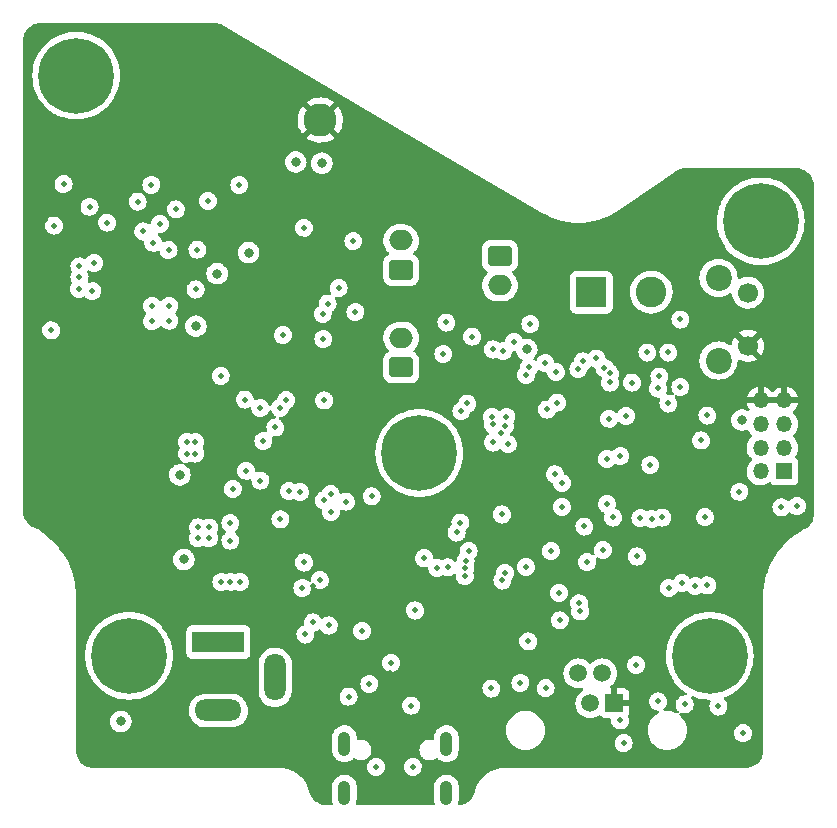
<source format=gbr>
%TF.GenerationSoftware,KiCad,Pcbnew,(5.99.0-11604-g878538abff)*%
%TF.CreationDate,2021-08-06T13:48:48+02:00*%
%TF.ProjectId,pixel-pump-mainboard,7375636b-6572-42d6-9f6e-652d6d61696e,rev?*%
%TF.SameCoordinates,Original*%
%TF.FileFunction,Copper,L2,Inr*%
%TF.FilePolarity,Positive*%
%FSLAX46Y46*%
G04 Gerber Fmt 4.6, Leading zero omitted, Abs format (unit mm)*
G04 Created by KiCad (PCBNEW (5.99.0-11604-g878538abff)) date 2021-08-06 13:48:48*
%MOMM*%
%LPD*%
G01*
G04 APERTURE LIST*
G04 Aperture macros list*
%AMRoundRect*
0 Rectangle with rounded corners*
0 $1 Rounding radius*
0 $2 $3 $4 $5 $6 $7 $8 $9 X,Y pos of 4 corners*
0 Add a 4 corners polygon primitive as box body*
4,1,4,$2,$3,$4,$5,$6,$7,$8,$9,$2,$3,0*
0 Add four circle primitives for the rounded corners*
1,1,$1+$1,$2,$3*
1,1,$1+$1,$4,$5*
1,1,$1+$1,$6,$7*
1,1,$1+$1,$8,$9*
0 Add four rect primitives between the rounded corners*
20,1,$1+$1,$2,$3,$4,$5,0*
20,1,$1+$1,$4,$5,$6,$7,0*
20,1,$1+$1,$6,$7,$8,$9,0*
20,1,$1+$1,$8,$9,$2,$3,0*%
G04 Aperture macros list end*
%TA.AperFunction,ComponentPad*%
%ADD10R,1.350000X1.350000*%
%TD*%
%TA.AperFunction,ComponentPad*%
%ADD11O,1.350000X1.350000*%
%TD*%
%TA.AperFunction,ComponentPad*%
%ADD12C,6.400000*%
%TD*%
%TA.AperFunction,ComponentPad*%
%ADD13C,0.800000*%
%TD*%
%TA.AperFunction,ComponentPad*%
%ADD14RoundRect,0.250000X0.750000X-0.600000X0.750000X0.600000X-0.750000X0.600000X-0.750000X-0.600000X0*%
%TD*%
%TA.AperFunction,ComponentPad*%
%ADD15O,2.000000X1.700000*%
%TD*%
%TA.AperFunction,ComponentPad*%
%ADD16R,1.500000X1.500000*%
%TD*%
%TA.AperFunction,ComponentPad*%
%ADD17C,1.500000*%
%TD*%
%TA.AperFunction,ComponentPad*%
%ADD18O,1.050000X2.100000*%
%TD*%
%TA.AperFunction,ComponentPad*%
%ADD19C,2.200000*%
%TD*%
%TA.AperFunction,ComponentPad*%
%ADD20C,1.700000*%
%TD*%
%TA.AperFunction,ComponentPad*%
%ADD21C,2.800000*%
%TD*%
%TA.AperFunction,ComponentPad*%
%ADD22R,4.400000X1.800000*%
%TD*%
%TA.AperFunction,ComponentPad*%
%ADD23O,4.000000X1.800000*%
%TD*%
%TA.AperFunction,ComponentPad*%
%ADD24O,1.800000X4.000000*%
%TD*%
%TA.AperFunction,ComponentPad*%
%ADD25RoundRect,0.250000X-0.750000X0.600000X-0.750000X-0.600000X0.750000X-0.600000X0.750000X0.600000X0*%
%TD*%
%TA.AperFunction,ComponentPad*%
%ADD26R,2.600000X2.600000*%
%TD*%
%TA.AperFunction,ComponentPad*%
%ADD27C,2.600000*%
%TD*%
%TA.AperFunction,ViaPad*%
%ADD28C,0.500000*%
%TD*%
%TA.AperFunction,ViaPad*%
%ADD29C,0.800000*%
%TD*%
G04 APERTURE END LIST*
D10*
%TO.N,UART0_RX*%
%TO.C,J11*%
X130971800Y-128806200D03*
D11*
%TO.N,unconnected-(J11-Pad2)*%
X128971800Y-128806200D03*
%TO.N,UART0_TX*%
X130971800Y-126806200D03*
%TO.N,unconnected-(J11-Pad4)*%
X128971800Y-126806200D03*
%TO.N,SWDIO*%
X130971800Y-124806200D03*
%TO.N,SWCLK*%
X128971800Y-124806200D03*
%TO.N,GND*%
X130971800Y-122806200D03*
X128971800Y-122806200D03*
%TD*%
D12*
%TO.N,N/C*%
%TO.C,H1*%
X124663200Y-144424400D03*
D13*
X124663200Y-142024400D03*
X122263200Y-144424400D03*
X126360256Y-142727344D03*
X122966144Y-142727344D03*
X124663200Y-146824400D03*
X126360256Y-146121456D03*
X122966144Y-146121456D03*
X127063200Y-144424400D03*
%TD*%
D12*
%TO.N,N/C*%
%TO.C,H4*%
X75488800Y-144424400D03*
D13*
X77185856Y-146121456D03*
X73791744Y-146121456D03*
X75488800Y-146824400D03*
X73791744Y-142727344D03*
X73088800Y-144424400D03*
X77185856Y-142727344D03*
X77888800Y-144424400D03*
X75488800Y-142024400D03*
%TD*%
%TO.N,N/C*%
%TO.C,H3*%
X100076000Y-124854000D03*
D12*
X100076000Y-127254000D03*
D13*
X101773056Y-128951056D03*
X100076000Y-129654000D03*
X97676000Y-127254000D03*
X98378944Y-128951056D03*
X98378944Y-125556944D03*
X102476000Y-127254000D03*
X101773056Y-125556944D03*
%TD*%
D14*
%TO.N,+12V*%
%TO.C,J1*%
X98535000Y-111740000D03*
D15*
%TO.N,Net-(D2-Pad1)*%
X98535000Y-109240000D03*
%TD*%
D16*
%TO.N,GND*%
%TO.C,J3*%
X116592000Y-148441000D03*
D17*
%TO.N,FPTVS*%
X115572000Y-145901000D03*
%TO.N,FPATVS*%
X114552000Y-148441000D03*
%TO.N,+3V3*%
X113532000Y-145901000D03*
%TD*%
D13*
%TO.N,N/C*%
%TO.C,H5*%
X69321344Y-93603744D03*
X71018400Y-92900800D03*
X69321344Y-96997856D03*
X68618400Y-95300800D03*
D12*
X71018400Y-95300800D03*
D13*
X72715456Y-93603744D03*
X71018400Y-97700800D03*
X73418400Y-95300800D03*
X72715456Y-96997856D03*
%TD*%
D18*
%TO.N,Net-(C21-Pad2)*%
%TO.C,J12*%
X93724000Y-151860500D03*
X102364000Y-151860500D03*
X93724000Y-156040500D03*
X102364000Y-156040500D03*
%TD*%
D19*
%TO.N,*%
%TO.C,SW1*%
X125403800Y-112425600D03*
X125403800Y-119425600D03*
D20*
%TO.N,Net-(R26-Pad2)*%
X127903800Y-113675600D03*
%TO.N,GND*%
X127903800Y-118175600D03*
%TD*%
D21*
%TO.N,GND*%
%TO.C,TP19*%
X91694000Y-99060000D03*
%TD*%
D12*
%TO.N,N/C*%
%TO.C,H2*%
X128981200Y-107645200D03*
D13*
X130678256Y-109342256D03*
X126581200Y-107645200D03*
X127284144Y-105948144D03*
X128981200Y-110045200D03*
X128981200Y-105245200D03*
X130678256Y-105948144D03*
X131381200Y-107645200D03*
X127284144Y-109342256D03*
%TD*%
D22*
%TO.N,Net-(F1-Pad2)*%
%TO.C,J5*%
X83067600Y-143256000D03*
D23*
%TO.N,Net-(J5-Pad2)*%
X83067600Y-149056000D03*
D24*
%TO.N,N/C*%
X87867600Y-146256000D03*
%TD*%
D14*
%TO.N,+12V*%
%TO.C,J2*%
X98535000Y-119995000D03*
D15*
%TO.N,Net-(D7-Pad1)*%
X98535000Y-117495000D03*
%TD*%
D25*
%TO.N,+12V*%
%TO.C,J4*%
X106900200Y-110560800D03*
D15*
%TO.N,Net-(D10-Pad2)*%
X106900200Y-113060800D03*
%TD*%
D26*
%TO.N,Net-(C5-Pad1)*%
%TO.C,J6*%
X114625200Y-113639800D03*
D27*
%TO.N,+12V*%
X119705200Y-113639800D03*
%TD*%
D28*
%TO.N,GND*%
X96520000Y-134924800D03*
X73406000Y-135636000D03*
X89154000Y-139573000D03*
X91313000Y-149961600D03*
X129057400Y-132384800D03*
X71150000Y-114700000D03*
X104444800Y-148818600D03*
X72390000Y-135636000D03*
X93853000Y-149860000D03*
X92557600Y-125628400D03*
X72390000Y-133731000D03*
X91063362Y-138515479D03*
X93649800Y-137236200D03*
X93649800Y-134975600D03*
X98120200Y-138201400D03*
X85750400Y-130225800D03*
X102285800Y-140639800D03*
X88773000Y-128651000D03*
X116636800Y-140512800D03*
X83388200Y-107518200D03*
X71200000Y-117100000D03*
X93827600Y-127711200D03*
X75400000Y-124150000D03*
X76200000Y-124150000D03*
X76050000Y-118500000D03*
X95605600Y-145110200D03*
X111125000Y-137287000D03*
X105029000Y-129794000D03*
X98120200Y-137236200D03*
X74422000Y-134747000D03*
X78500000Y-122500000D03*
X91948000Y-154559000D03*
X101142800Y-147574000D03*
X75400000Y-123300000D03*
X101625400Y-135407400D03*
X71200000Y-117800000D03*
X97815400Y-134924800D03*
X92456000Y-144272000D03*
X81500000Y-124800000D03*
X75895200Y-107543600D03*
X126009400Y-131648200D03*
X79450000Y-122500000D03*
X76200000Y-123300000D03*
X77165200Y-100609400D03*
X97019500Y-132301616D03*
X93853000Y-130369799D03*
X98120200Y-139344400D03*
X93649800Y-136093200D03*
X118999000Y-147802600D03*
X84683600Y-100609400D03*
X84607400Y-126949200D03*
X91846400Y-123875800D03*
X101963237Y-149902300D03*
X86410800Y-133553200D03*
X76200000Y-121450000D03*
X76200000Y-120550000D03*
X74422000Y-135636000D03*
X116636800Y-135610600D03*
X98145600Y-136144000D03*
X117475000Y-136779000D03*
X105638600Y-148234400D03*
X95859600Y-139395200D03*
X76200000Y-122350000D03*
X69900000Y-123150000D03*
X89154000Y-140716000D03*
X75400000Y-122350000D03*
X126492000Y-128016000D03*
X77550000Y-122500000D03*
X97104200Y-139395200D03*
X76200000Y-119600000D03*
X97612200Y-145872200D03*
X68402200Y-107569000D03*
X111429800Y-127050800D03*
X69824600Y-100584000D03*
X103098600Y-150012400D03*
X75450000Y-113600000D03*
X91440000Y-144272000D03*
X71150000Y-115550000D03*
X72390000Y-134747000D03*
X73406000Y-134747000D03*
X75400000Y-120500000D03*
X75400000Y-121450000D03*
X72390000Y-132715000D03*
X75400000Y-119600000D03*
X123469400Y-129514600D03*
X74200000Y-113600000D03*
X93649800Y-138328400D03*
X105918000Y-143129000D03*
X93649800Y-139369800D03*
X128193800Y-139065000D03*
X72300000Y-114700000D03*
%TO.N,+3V3*%
X110871000Y-123571000D03*
X124256800Y-132689600D03*
X106172000Y-147193000D03*
X100469000Y-136160000D03*
X121158000Y-118745000D03*
X84886800Y-138176000D03*
X84074000Y-138151000D03*
X84074000Y-134670800D03*
X119634000Y-128270000D03*
X95224600Y-142316200D03*
X107450702Y-124194398D03*
X91059000Y-141605000D03*
X119380000Y-118745000D03*
X127177800Y-130530600D03*
X84074000Y-133197600D03*
X85394800Y-128752600D03*
X90297000Y-136525000D03*
X90424000Y-142621000D03*
X110769400Y-147167600D03*
X96041541Y-130920550D03*
X90170000Y-138684000D03*
X116459000Y-132715000D03*
X99695000Y-140589000D03*
X83312000Y-138176000D03*
X84277200Y-130302000D03*
X99390200Y-148640800D03*
%TO.N,+1V1*%
X97688400Y-145034000D03*
X92405200Y-141859000D03*
X93853000Y-131368800D03*
%TO.N,Net-(D2-Pad1)*%
X116205000Y-121285000D03*
X69138800Y-108000800D03*
X91948000Y-117602000D03*
X94488000Y-109321600D03*
X115062000Y-119253000D03*
X81280000Y-110032800D03*
X106299000Y-118491000D03*
X78841600Y-110083600D03*
%TO.N,FOOTPEDAL*%
X125399800Y-148717000D03*
X108635800Y-146710400D03*
X101600000Y-136982200D03*
X117373400Y-151815800D03*
%TO.N,Net-(D7-Pad1)*%
X115951000Y-127762000D03*
X91897200Y-115493800D03*
X108077000Y-117856000D03*
X76225400Y-105968800D03*
X109474000Y-116332000D03*
X107188000Y-118618000D03*
X88519000Y-117271800D03*
X117094000Y-127508000D03*
X102108000Y-118872000D03*
%TO.N,Net-(D10-Pad2)*%
X117593500Y-124126864D03*
X78105000Y-107848400D03*
X90297000Y-108178600D03*
X116117989Y-124351664D03*
X79451200Y-106629200D03*
X82169000Y-105918000D03*
D29*
%TO.N,Net-(C5-Pad1)*%
X80137000Y-136271000D03*
X79800000Y-129100000D03*
D28*
%TO.N,FOOTPEDAL_AUX*%
X102463600Y-136931400D03*
X117068600Y-149885400D03*
X122529600Y-148539200D03*
X120294400Y-148285200D03*
D29*
%TO.N,Net-(F1-Pad2)*%
X74803000Y-149987000D03*
D28*
%TO.N,I2C0_SDA*%
X116205000Y-120523000D03*
X123909200Y-126195200D03*
X111633000Y-120396000D03*
X89966800Y-130556000D03*
X113538000Y-120142000D03*
X120396000Y-120777000D03*
X121158000Y-123063000D03*
X109093000Y-120650000D03*
%TO.N,I2C0_SCL*%
X115745849Y-120029651D03*
X124460000Y-124079000D03*
X110744000Y-119634000D03*
X122174000Y-121666000D03*
X118070011Y-121291876D03*
X113919000Y-119507000D03*
X109347000Y-120015000D03*
X120269000Y-121793000D03*
X89052400Y-130479800D03*
%TO.N,SPI0_CS*%
X106299000Y-124841000D03*
X107569000Y-126492000D03*
X107315000Y-124968000D03*
X86614000Y-123444000D03*
X88265000Y-123444000D03*
X86622500Y-129590800D03*
X88315800Y-132867400D03*
%TO.N,SPI0_CLK*%
X106203992Y-124198483D03*
%TO.N,SPI0_MISO*%
X103632000Y-123698000D03*
X87884000Y-125095000D03*
X106299000Y-126365000D03*
X86868000Y-126238000D03*
%TO.N,SPI0_MOSI*%
X106993509Y-125559294D03*
X104140000Y-123063000D03*
%TO.N,Lift Btn*%
X103935523Y-137670379D03*
X124460000Y-138455400D03*
%TO.N,Drop Btn*%
X123444000Y-138531600D03*
X103950706Y-137021054D03*
%TO.N,Low Btn*%
X122301000Y-138277600D03*
X104241600Y-135534400D03*
%TO.N,High Btn*%
X103987600Y-136372600D03*
X121183400Y-138684000D03*
%TO.N,Reverse Btn*%
X103225600Y-133985000D03*
X119761000Y-132842000D03*
%TO.N,Trigger Btn*%
X103555800Y-133146800D03*
X118795800Y-132765800D03*
%TO.N,UI LED Data*%
X115951000Y-131572000D03*
X107061000Y-132461000D03*
%TO.N,UART0_RX*%
X130733800Y-131851400D03*
X113614200Y-139979400D03*
%TO.N,UART0_TX*%
X113690400Y-140665200D03*
X132054600Y-131749800D03*
%TO.N,SWDIO*%
X91973400Y-131267200D03*
%TO.N,SWCLK*%
X92557600Y-130733800D03*
%TO.N,NC_VALVE*%
X72150000Y-106400000D03*
X76700000Y-108500000D03*
X111734600Y-122986800D03*
X88798400Y-122783600D03*
X73650000Y-107750000D03*
X85293200Y-122732800D03*
X69951600Y-104470200D03*
X77550000Y-109450000D03*
X92013975Y-122798624D03*
X83261200Y-120726200D03*
%TO.N,NO_VALVE*%
X77393800Y-104546400D03*
X115620800Y-135483600D03*
X92303600Y-114604800D03*
X114276488Y-136497712D03*
X104546400Y-117398800D03*
X102362000Y-116205000D03*
%TO.N,3_WAY_VALVE*%
X84836000Y-104546400D03*
X111226600Y-135559800D03*
X93243400Y-113284000D03*
X111556800Y-129057400D03*
X94665800Y-115316000D03*
X107111800Y-138049000D03*
%TO.N,MOTOR_PWM*%
X109093000Y-136906000D03*
X107315000Y-137414000D03*
%TO.N,Net-(R26-Pad2)*%
X112141000Y-131826000D03*
X112141000Y-129794000D03*
X122174000Y-115951000D03*
X114046000Y-133477000D03*
%TO.N,Net-(TP5-Pad1)*%
X92581957Y-132258842D03*
%TO.N,BEMF*%
X91654589Y-138015979D03*
X109296200Y-143205200D03*
X111887000Y-139090400D03*
X111963200Y-141427200D03*
%TO.N,Net-(J10-Pad9)*%
X120650000Y-132715000D03*
X118491000Y-136017000D03*
%TO.N,DP*%
X99517200Y-153822400D03*
X94081600Y-147878800D03*
X95848464Y-146795000D03*
%TO.N,DN*%
X96418400Y-153822400D03*
%TO.N,FPTVS*%
X118440200Y-145211800D03*
X127482600Y-150977600D03*
%TO.N,+12V*%
X71300000Y-112350000D03*
X72550000Y-111150000D03*
X78900000Y-116050000D03*
X77450000Y-116100000D03*
X77450000Y-114800000D03*
X78900000Y-114800000D03*
X72400000Y-113550000D03*
X71300000Y-111450000D03*
X71250000Y-113350000D03*
D29*
X109169200Y-118491000D03*
%TO.N,+5V*%
X91821000Y-102717600D03*
X82956400Y-112064800D03*
D28*
X82296000Y-134467600D03*
X81127600Y-113411000D03*
X81330800Y-133553200D03*
X81100000Y-127300000D03*
X81330800Y-134467600D03*
D29*
X81153000Y-116509800D03*
X85623400Y-110286800D03*
D28*
X80400000Y-127300000D03*
X68910200Y-116865400D03*
X81100000Y-126300000D03*
X80400000Y-126300000D03*
D29*
X127381000Y-124460000D03*
X89611200Y-102616000D03*
D28*
X82296000Y-133553200D03*
%TD*%
%TA.AperFunction,Conductor*%
%TO.N,GND*%
G36*
X82709516Y-90843101D02*
G01*
X82724312Y-90845405D01*
X82724314Y-90845405D01*
X82733183Y-90846786D01*
X82742085Y-90845622D01*
X82742089Y-90845622D01*
X82749257Y-90844685D01*
X82773964Y-90843899D01*
X82928883Y-90854213D01*
X82945473Y-90856433D01*
X83123322Y-90892381D01*
X83139475Y-90896780D01*
X83310999Y-90955992D01*
X83326425Y-90962494D01*
X83458766Y-91028949D01*
X83477395Y-91041044D01*
X83481104Y-91043288D01*
X83488048Y-91048976D01*
X83517309Y-91061410D01*
X83531922Y-91068775D01*
X99059982Y-100205467D01*
X110429875Y-106895498D01*
X110436100Y-106899161D01*
X110453232Y-106911268D01*
X110468575Y-106924153D01*
X110479305Y-106930644D01*
X110483805Y-106932491D01*
X110488161Y-106934687D01*
X110488153Y-106934703D01*
X110493251Y-106937114D01*
X110878444Y-107144643D01*
X111292153Y-107328817D01*
X111718550Y-107481330D01*
X111720832Y-107481957D01*
X111720835Y-107481958D01*
X111773139Y-107496330D01*
X112155218Y-107601317D01*
X112244241Y-107618698D01*
X112597361Y-107687644D01*
X112597371Y-107687646D01*
X112599678Y-107688096D01*
X112778850Y-107709243D01*
X113047032Y-107740896D01*
X113047046Y-107740897D01*
X113049409Y-107741176D01*
X113051787Y-107741276D01*
X113051796Y-107741277D01*
X113499480Y-107760155D01*
X113499488Y-107760155D01*
X113501859Y-107760255D01*
X113674950Y-107754507D01*
X113952093Y-107745304D01*
X113952102Y-107745303D01*
X113954462Y-107745225D01*
X114404650Y-107696172D01*
X114678732Y-107645200D01*
X125267611Y-107645200D01*
X125287954Y-108033376D01*
X125288467Y-108036616D01*
X125288468Y-108036624D01*
X125309366Y-108168567D01*
X125348762Y-108417299D01*
X125449367Y-108792762D01*
X125450552Y-108795850D01*
X125450553Y-108795852D01*
X125473309Y-108855132D01*
X125588668Y-109155653D01*
X125590166Y-109158593D01*
X125761922Y-109495682D01*
X125765138Y-109501994D01*
X125766934Y-109504760D01*
X125766936Y-109504763D01*
X125928109Y-109752949D01*
X125976843Y-109827993D01*
X126078641Y-109953703D01*
X126219293Y-110127392D01*
X126221466Y-110130076D01*
X126496324Y-110404934D01*
X126498882Y-110407006D01*
X126498886Y-110407009D01*
X126611896Y-110498523D01*
X126798407Y-110649557D01*
X126801170Y-110651352D01*
X126801171Y-110651352D01*
X127114966Y-110855132D01*
X127124405Y-110861262D01*
X127127339Y-110862757D01*
X127127346Y-110862761D01*
X127467807Y-111036234D01*
X127470747Y-111037732D01*
X127660600Y-111110610D01*
X127828923Y-111175223D01*
X127833638Y-111177033D01*
X128209101Y-111277638D01*
X128405987Y-111308822D01*
X128589776Y-111337932D01*
X128589784Y-111337933D01*
X128593024Y-111338446D01*
X128981200Y-111358789D01*
X129369376Y-111338446D01*
X129372616Y-111337933D01*
X129372624Y-111337932D01*
X129556413Y-111308822D01*
X129753299Y-111277638D01*
X130128762Y-111177033D01*
X130133478Y-111175223D01*
X130301800Y-111110610D01*
X130491653Y-111037732D01*
X130494593Y-111036234D01*
X130835054Y-110862761D01*
X130835061Y-110862757D01*
X130837995Y-110861262D01*
X130847435Y-110855132D01*
X131161229Y-110651352D01*
X131161230Y-110651352D01*
X131163993Y-110649557D01*
X131350504Y-110498523D01*
X131463514Y-110407009D01*
X131463518Y-110407006D01*
X131466076Y-110404934D01*
X131740934Y-110130076D01*
X131743108Y-110127392D01*
X131883759Y-109953703D01*
X131985557Y-109827993D01*
X132034291Y-109752949D01*
X132195464Y-109504763D01*
X132195466Y-109504760D01*
X132197262Y-109501994D01*
X132200479Y-109495682D01*
X132372234Y-109158593D01*
X132373732Y-109155653D01*
X132489091Y-108855132D01*
X132511847Y-108795852D01*
X132511848Y-108795850D01*
X132513033Y-108792762D01*
X132613638Y-108417299D01*
X132653034Y-108168567D01*
X132673932Y-108036624D01*
X132673933Y-108036616D01*
X132674446Y-108033376D01*
X132694789Y-107645200D01*
X132674446Y-107257024D01*
X132673626Y-107251841D01*
X132635199Y-107009233D01*
X132613638Y-106873101D01*
X132513033Y-106497638D01*
X132498621Y-106460092D01*
X132432932Y-106288967D01*
X132373732Y-106134747D01*
X132322568Y-106034332D01*
X132198761Y-105791347D01*
X132198757Y-105791340D01*
X132197262Y-105788406D01*
X132171602Y-105748892D01*
X131987352Y-105465171D01*
X131987352Y-105465170D01*
X131985557Y-105462407D01*
X131798937Y-105231951D01*
X131743009Y-105162886D01*
X131743006Y-105162882D01*
X131740934Y-105160324D01*
X131466076Y-104885466D01*
X131163993Y-104640843D01*
X131057403Y-104571623D01*
X130840764Y-104430936D01*
X130840761Y-104430934D01*
X130837995Y-104429138D01*
X130835061Y-104427643D01*
X130835054Y-104427639D01*
X130494593Y-104254166D01*
X130491653Y-104252668D01*
X130199157Y-104140389D01*
X130131852Y-104114553D01*
X130131850Y-104114552D01*
X130128762Y-104113367D01*
X129753299Y-104012762D01*
X129549407Y-103980468D01*
X129372624Y-103952468D01*
X129372616Y-103952467D01*
X129369376Y-103951954D01*
X128981200Y-103931611D01*
X128593024Y-103951954D01*
X128589784Y-103952467D01*
X128589776Y-103952468D01*
X128412993Y-103980468D01*
X128209101Y-104012762D01*
X127833638Y-104113367D01*
X127830550Y-104114552D01*
X127830548Y-104114553D01*
X127763243Y-104140389D01*
X127470747Y-104252668D01*
X127467807Y-104254166D01*
X127127347Y-104427639D01*
X127127340Y-104427643D01*
X127124406Y-104429138D01*
X127121640Y-104430934D01*
X127121637Y-104430936D01*
X126960248Y-104535743D01*
X126798407Y-104640843D01*
X126496324Y-104885466D01*
X126221466Y-105160324D01*
X126219394Y-105162882D01*
X126219391Y-105162886D01*
X126163463Y-105231951D01*
X125976843Y-105462407D01*
X125975048Y-105465170D01*
X125975048Y-105465171D01*
X125790799Y-105748892D01*
X125765138Y-105788406D01*
X125763643Y-105791340D01*
X125763639Y-105791347D01*
X125639832Y-106034332D01*
X125588668Y-106134747D01*
X125529468Y-106288967D01*
X125463780Y-106460092D01*
X125449367Y-106497638D01*
X125348762Y-106873101D01*
X125327201Y-107009233D01*
X125288775Y-107251841D01*
X125287954Y-107257024D01*
X125267611Y-107645200D01*
X114678732Y-107645200D01*
X114722158Y-107637124D01*
X114847547Y-107613805D01*
X114847551Y-107613804D01*
X114849869Y-107613373D01*
X114852134Y-107612772D01*
X114852149Y-107612769D01*
X115098028Y-107547567D01*
X115287592Y-107497299D01*
X115331724Y-107481958D01*
X115713089Y-107349389D01*
X115713094Y-107349387D01*
X115715338Y-107348607D01*
X116130678Y-107168142D01*
X116531257Y-106956927D01*
X116889241Y-106732207D01*
X116896278Y-106728399D01*
X116896202Y-106728263D01*
X116900456Y-106725890D01*
X116904873Y-106723856D01*
X116915320Y-106716921D01*
X116918908Y-106713642D01*
X116918914Y-106713637D01*
X116935893Y-106698118D01*
X116949937Y-106687006D01*
X117721637Y-106161054D01*
X121721338Y-103435057D01*
X121738191Y-103425385D01*
X121759830Y-103415098D01*
X121772832Y-103403503D01*
X121792083Y-103389368D01*
X121908776Y-103319670D01*
X121922150Y-103312731D01*
X121973321Y-103289955D01*
X122071359Y-103246319D01*
X122085463Y-103241028D01*
X122241529Y-103192902D01*
X122256155Y-103189334D01*
X122416846Y-103160181D01*
X122431801Y-103158382D01*
X122560254Y-103150689D01*
X122587170Y-103151964D01*
X122587191Y-103151967D01*
X122587220Y-103151972D01*
X122587222Y-103151972D01*
X122596092Y-103153353D01*
X122604994Y-103152189D01*
X122604997Y-103152189D01*
X122627613Y-103149231D01*
X122643951Y-103148167D01*
X131950672Y-103148167D01*
X131970056Y-103149667D01*
X131971418Y-103149879D01*
X131984859Y-103151972D01*
X131984861Y-103151972D01*
X131993730Y-103153353D01*
X132002632Y-103152189D01*
X132002634Y-103152189D01*
X132008959Y-103151362D01*
X132034282Y-103150619D01*
X132198126Y-103162337D01*
X132203343Y-103162710D01*
X132221137Y-103165268D01*
X132411540Y-103206688D01*
X132428788Y-103211753D01*
X132611358Y-103279849D01*
X132627710Y-103287316D01*
X132674255Y-103312731D01*
X132798734Y-103380701D01*
X132813848Y-103390415D01*
X132923516Y-103472511D01*
X132969842Y-103507190D01*
X132983428Y-103518963D01*
X133121204Y-103656739D01*
X133132977Y-103670325D01*
X133249752Y-103826319D01*
X133259466Y-103841433D01*
X133308706Y-103931611D01*
X133352851Y-104012457D01*
X133360318Y-104028809D01*
X133428414Y-104211379D01*
X133433480Y-104228629D01*
X133474899Y-104419030D01*
X133477457Y-104436825D01*
X133487098Y-104571623D01*
X133489041Y-104598796D01*
X133488297Y-104616700D01*
X133488195Y-104625025D01*
X133486814Y-104633897D01*
X133487978Y-104642799D01*
X133487978Y-104642802D01*
X133490936Y-104665418D01*
X133492000Y-104681756D01*
X133492000Y-132338231D01*
X133490500Y-132357615D01*
X133486814Y-132381289D01*
X133488070Y-132390889D01*
X133488874Y-132397040D01*
X133489643Y-132421983D01*
X133481930Y-132534632D01*
X133479211Y-132574348D01*
X133478665Y-132582315D01*
X133476321Y-132599352D01*
X133438319Y-132782046D01*
X133433677Y-132798594D01*
X133379683Y-132950360D01*
X133371133Y-132974393D01*
X133364268Y-132990179D01*
X133278353Y-133155797D01*
X133269402Y-133170499D01*
X133232021Y-133223389D01*
X133172297Y-133307892D01*
X133161712Y-133322868D01*
X133150841Y-133336212D01*
X133115763Y-133373716D01*
X133023393Y-133472475D01*
X133010803Y-133484215D01*
X132865965Y-133601840D01*
X132851894Y-133611753D01*
X132723719Y-133689523D01*
X132702820Y-133699054D01*
X132702969Y-133699420D01*
X132698453Y-133701264D01*
X132693816Y-133702751D01*
X132688451Y-133705442D01*
X132688195Y-133705527D01*
X132687973Y-133705681D01*
X132682607Y-133708372D01*
X132678645Y-133711197D01*
X132674477Y-133713707D01*
X132674459Y-133713677D01*
X132669766Y-133716661D01*
X132272654Y-133940598D01*
X132270749Y-133941864D01*
X132270745Y-133941866D01*
X131882164Y-134200012D01*
X131882155Y-134200019D01*
X131880232Y-134201296D01*
X131507847Y-134489890D01*
X131157476Y-134804848D01*
X131155885Y-134806503D01*
X131155883Y-134806505D01*
X130832573Y-135142840D01*
X130832561Y-135142853D01*
X130830983Y-135144495D01*
X130530102Y-135507026D01*
X130528770Y-135508892D01*
X130528765Y-135508899D01*
X130260191Y-135885248D01*
X130256433Y-135890514D01*
X130255243Y-135892468D01*
X130255242Y-135892470D01*
X130209032Y-135968368D01*
X130011430Y-136292921D01*
X130010384Y-136294959D01*
X130010384Y-136294960D01*
X129889147Y-136531299D01*
X129796396Y-136712108D01*
X129612472Y-137145848D01*
X129564249Y-137287494D01*
X129461540Y-137589186D01*
X129460638Y-137591835D01*
X129341700Y-138047699D01*
X129256289Y-138511016D01*
X129256039Y-138513291D01*
X129256039Y-138513292D01*
X129249477Y-138573045D01*
X129204860Y-138979325D01*
X129204777Y-138981604D01*
X129204776Y-138981616D01*
X129198615Y-139150524D01*
X129188911Y-139416591D01*
X129188781Y-139420145D01*
X129187986Y-139427932D01*
X129188169Y-139427948D01*
X129187734Y-139432797D01*
X129186927Y-139437597D01*
X129186868Y-139442463D01*
X129186835Y-139445173D01*
X129186774Y-139450136D01*
X129187672Y-139456406D01*
X129190726Y-139477731D01*
X129191999Y-139495594D01*
X129192000Y-152385520D01*
X129190500Y-152404905D01*
X129186813Y-152428585D01*
X129187977Y-152437487D01*
X129187977Y-152437489D01*
X129188804Y-152443814D01*
X129189547Y-152469137D01*
X129182805Y-152563411D01*
X129177456Y-152638198D01*
X129174898Y-152655992D01*
X129133479Y-152846393D01*
X129128414Y-152863643D01*
X129060318Y-153046214D01*
X129052850Y-153062566D01*
X129020838Y-153121192D01*
X128962773Y-153227532D01*
X128959468Y-153233584D01*
X128949751Y-153248703D01*
X128878952Y-153343280D01*
X128832976Y-153404697D01*
X128821203Y-153418283D01*
X128683427Y-153556059D01*
X128669841Y-153567832D01*
X128513847Y-153684608D01*
X128498735Y-153694320D01*
X128327709Y-153787708D01*
X128311360Y-153795174D01*
X128128790Y-153863269D01*
X128111541Y-153868334D01*
X127921136Y-153909754D01*
X127903342Y-153912312D01*
X127878161Y-153914113D01*
X127741369Y-153923897D01*
X127723468Y-153923153D01*
X127715142Y-153923051D01*
X127706270Y-153921670D01*
X127697368Y-153922834D01*
X127697365Y-153922834D01*
X127674749Y-153925792D01*
X127658411Y-153926856D01*
X107293317Y-153926856D01*
X107272413Y-153925110D01*
X107267753Y-153924326D01*
X107252649Y-153921785D01*
X107246483Y-153921710D01*
X107244975Y-153921691D01*
X107244970Y-153921691D01*
X107240110Y-153921632D01*
X107235293Y-153922322D01*
X107235290Y-153922322D01*
X107232427Y-153922732D01*
X107221698Y-153923802D01*
X107104388Y-153930451D01*
X106959822Y-153938645D01*
X106959816Y-153938646D01*
X106956264Y-153938847D01*
X106676053Y-153986904D01*
X106613003Y-154005245D01*
X106406493Y-154065317D01*
X106406487Y-154065319D01*
X106403067Y-154066314D01*
X106399772Y-154067693D01*
X106144096Y-154174683D01*
X106144087Y-154174687D01*
X106140802Y-154176062D01*
X105892616Y-154314740D01*
X105889723Y-154316818D01*
X105889716Y-154316822D01*
X105664587Y-154478492D01*
X105664580Y-154478497D01*
X105661690Y-154480573D01*
X105450981Y-154671437D01*
X105263187Y-154884887D01*
X105261151Y-154887811D01*
X105261146Y-154887817D01*
X105210997Y-154959828D01*
X105100713Y-155118189D01*
X104965641Y-155368355D01*
X104859702Y-155632181D01*
X104858755Y-155635620D01*
X104858755Y-155635621D01*
X104793438Y-155872907D01*
X104789032Y-155886042D01*
X104785936Y-155893825D01*
X104784601Y-155899678D01*
X104784505Y-155899929D01*
X104784483Y-155900197D01*
X104783148Y-155906051D01*
X104782808Y-155910914D01*
X104782808Y-155910915D01*
X104782427Y-155916369D01*
X104777563Y-155943311D01*
X104727148Y-156113822D01*
X104720400Y-156131589D01*
X104632951Y-156318088D01*
X104623607Y-156334638D01*
X104509098Y-156505866D01*
X104497373Y-156520822D01*
X104358416Y-156672878D01*
X104344574Y-156685900D01*
X104184328Y-156815327D01*
X104168687Y-156826118D01*
X103990795Y-156929972D01*
X103973708Y-156938288D01*
X103782213Y-157014207D01*
X103764078Y-157019856D01*
X103649440Y-157046271D01*
X103563343Y-157066109D01*
X103544556Y-157068967D01*
X103468306Y-157074734D01*
X103398873Y-157059927D01*
X103348465Y-157009930D01*
X103333090Y-156940619D01*
X103338703Y-156910995D01*
X103377944Y-156787290D01*
X103377945Y-156787287D01*
X103379807Y-156781416D01*
X103380739Y-156773115D01*
X103391982Y-156672878D01*
X103397500Y-156623683D01*
X103397500Y-155464496D01*
X103382723Y-155313787D01*
X103324142Y-155119758D01*
X103228990Y-154940802D01*
X103219463Y-154929120D01*
X103104785Y-154788513D01*
X103100890Y-154783737D01*
X102968388Y-154674122D01*
X102949472Y-154658473D01*
X102949469Y-154658471D01*
X102944722Y-154654544D01*
X102766435Y-154558144D01*
X102642246Y-154519701D01*
X102578707Y-154500032D01*
X102578704Y-154500031D01*
X102572820Y-154498210D01*
X102566695Y-154497566D01*
X102566694Y-154497566D01*
X102377378Y-154477668D01*
X102377377Y-154477668D01*
X102371250Y-154477024D01*
X102305917Y-154482970D01*
X102175543Y-154494835D01*
X102175540Y-154494836D01*
X102169404Y-154495394D01*
X102163498Y-154497132D01*
X102163494Y-154497133D01*
X102086816Y-154519701D01*
X101974971Y-154552619D01*
X101969514Y-154555472D01*
X101969511Y-154555473D01*
X101885163Y-154599569D01*
X101795355Y-154646519D01*
X101790555Y-154650379D01*
X101790554Y-154650379D01*
X101764363Y-154671437D01*
X101637399Y-154773519D01*
X101507119Y-154928781D01*
X101504155Y-154934173D01*
X101504152Y-154934177D01*
X101462271Y-155010359D01*
X101409477Y-155106391D01*
X101348193Y-155299584D01*
X101347507Y-155305701D01*
X101347506Y-155305705D01*
X101345912Y-155319920D01*
X101330500Y-155457317D01*
X101330500Y-156616504D01*
X101345277Y-156767213D01*
X101347059Y-156773115D01*
X101392252Y-156922802D01*
X101392793Y-156993797D01*
X101354865Y-157053813D01*
X101290511Y-157083797D01*
X101271630Y-157085220D01*
X94815592Y-157085220D01*
X94747471Y-157065218D01*
X94700978Y-157011562D01*
X94690874Y-156941288D01*
X94695490Y-156921122D01*
X94737944Y-156787289D01*
X94739807Y-156781416D01*
X94740739Y-156773115D01*
X94751982Y-156672878D01*
X94757500Y-156623683D01*
X94757500Y-155464496D01*
X94742723Y-155313787D01*
X94684142Y-155119758D01*
X94588990Y-154940802D01*
X94579463Y-154929120D01*
X94464785Y-154788513D01*
X94460890Y-154783737D01*
X94328388Y-154674122D01*
X94309472Y-154658473D01*
X94309469Y-154658471D01*
X94304722Y-154654544D01*
X94126435Y-154558144D01*
X94002246Y-154519701D01*
X93938707Y-154500032D01*
X93938704Y-154500031D01*
X93932820Y-154498210D01*
X93926695Y-154497566D01*
X93926694Y-154497566D01*
X93737378Y-154477668D01*
X93737377Y-154477668D01*
X93731250Y-154477024D01*
X93665917Y-154482970D01*
X93535543Y-154494835D01*
X93535540Y-154494836D01*
X93529404Y-154495394D01*
X93523498Y-154497132D01*
X93523494Y-154497133D01*
X93446816Y-154519701D01*
X93334971Y-154552619D01*
X93329514Y-154555472D01*
X93329511Y-154555473D01*
X93245163Y-154599569D01*
X93155355Y-154646519D01*
X93150555Y-154650379D01*
X93150554Y-154650379D01*
X93124363Y-154671437D01*
X92997399Y-154773519D01*
X92867119Y-154928781D01*
X92864155Y-154934173D01*
X92864152Y-154934177D01*
X92822271Y-155010359D01*
X92769477Y-155106391D01*
X92708193Y-155299584D01*
X92707507Y-155305701D01*
X92707506Y-155305705D01*
X92705912Y-155319920D01*
X92690500Y-155457317D01*
X92690500Y-156616504D01*
X92705277Y-156767213D01*
X92707059Y-156773115D01*
X92752252Y-156922802D01*
X92752793Y-156993797D01*
X92714865Y-157053813D01*
X92650511Y-157083797D01*
X92631630Y-157085220D01*
X92259892Y-157085220D01*
X92240507Y-157083720D01*
X92225706Y-157081415D01*
X92225703Y-157081415D01*
X92216834Y-157080034D01*
X92202287Y-157081936D01*
X92176455Y-157082640D01*
X91995666Y-157068967D01*
X91976877Y-157066109D01*
X91890780Y-157046271D01*
X91776142Y-157019856D01*
X91758007Y-157014207D01*
X91566512Y-156938288D01*
X91549425Y-156929972D01*
X91371533Y-156826118D01*
X91355892Y-156815327D01*
X91195646Y-156685900D01*
X91181804Y-156672878D01*
X91042847Y-156520822D01*
X91031122Y-156505866D01*
X90916613Y-156334638D01*
X90907269Y-156318088D01*
X90819820Y-156131589D01*
X90813072Y-156113822D01*
X90764684Y-155950169D01*
X90760954Y-155927965D01*
X90760375Y-155928036D01*
X90759781Y-155923208D01*
X90759560Y-155918342D01*
X90758370Y-155912462D01*
X90758354Y-155912189D01*
X90758262Y-155911932D01*
X90757072Y-155906051D01*
X90754773Y-155899834D01*
X90754378Y-155898765D01*
X90751076Y-155888506D01*
X90681465Y-155635621D01*
X90681465Y-155635620D01*
X90680518Y-155632181D01*
X90574579Y-155368355D01*
X90439507Y-155118189D01*
X90329223Y-154959828D01*
X90279074Y-154887817D01*
X90279069Y-154887811D01*
X90277033Y-154884887D01*
X90089239Y-154671437D01*
X89878530Y-154480573D01*
X89875640Y-154478497D01*
X89875633Y-154478492D01*
X89650504Y-154316822D01*
X89650497Y-154316818D01*
X89647604Y-154314740D01*
X89399418Y-154176062D01*
X89396133Y-154174687D01*
X89396124Y-154174683D01*
X89140448Y-154067693D01*
X89137153Y-154066314D01*
X89133733Y-154065319D01*
X89133727Y-154065317D01*
X88927217Y-154005245D01*
X88864167Y-153986904D01*
X88583956Y-153938847D01*
X88580404Y-153938646D01*
X88580398Y-153938645D01*
X88416537Y-153929358D01*
X88334678Y-153924719D01*
X88320909Y-153923175D01*
X88312649Y-153921785D01*
X88306151Y-153921706D01*
X88304969Y-153921691D01*
X88304965Y-153921691D01*
X88300110Y-153921632D01*
X88274107Y-153925356D01*
X88272522Y-153925583D01*
X88254659Y-153926856D01*
X72549328Y-153926856D01*
X72529943Y-153925356D01*
X72529661Y-153925312D01*
X72525852Y-153924719D01*
X72515141Y-153923051D01*
X72515139Y-153923051D01*
X72506270Y-153921670D01*
X72497368Y-153922834D01*
X72497366Y-153922834D01*
X72491041Y-153923661D01*
X72465718Y-153924404D01*
X72296657Y-153912313D01*
X72278863Y-153909755D01*
X72251978Y-153903907D01*
X72088460Y-153868335D01*
X72071212Y-153863270D01*
X71933065Y-153811743D01*
X95655175Y-153811743D01*
X95671781Y-153981099D01*
X95725494Y-154142567D01*
X95729141Y-154148589D01*
X95729142Y-154148591D01*
X95742897Y-154171302D01*
X95813646Y-154288123D01*
X95931855Y-154410532D01*
X95937751Y-154414390D01*
X96061538Y-154495394D01*
X96074246Y-154503710D01*
X96080850Y-154506166D01*
X96080852Y-154506167D01*
X96117244Y-154519701D01*
X96233741Y-154563026D01*
X96402415Y-154585532D01*
X96409426Y-154584894D01*
X96409430Y-154584894D01*
X96564862Y-154570748D01*
X96571883Y-154570109D01*
X96578585Y-154567931D01*
X96578587Y-154567931D01*
X96727023Y-154519701D01*
X96727026Y-154519700D01*
X96733722Y-154517524D01*
X96879890Y-154430390D01*
X96884984Y-154425539D01*
X96884988Y-154425536D01*
X96952233Y-154361499D01*
X97003121Y-154313039D01*
X97097291Y-154171302D01*
X97157719Y-154012225D01*
X97181401Y-153843713D01*
X97181699Y-153822400D01*
X97180504Y-153811743D01*
X98753975Y-153811743D01*
X98770581Y-153981099D01*
X98824294Y-154142567D01*
X98827941Y-154148589D01*
X98827942Y-154148591D01*
X98841697Y-154171302D01*
X98912446Y-154288123D01*
X99030655Y-154410532D01*
X99036551Y-154414390D01*
X99160338Y-154495394D01*
X99173046Y-154503710D01*
X99179650Y-154506166D01*
X99179652Y-154506167D01*
X99216044Y-154519701D01*
X99332541Y-154563026D01*
X99501215Y-154585532D01*
X99508226Y-154584894D01*
X99508230Y-154584894D01*
X99663662Y-154570748D01*
X99670683Y-154570109D01*
X99677385Y-154567931D01*
X99677387Y-154567931D01*
X99825823Y-154519701D01*
X99825826Y-154519700D01*
X99832522Y-154517524D01*
X99978690Y-154430390D01*
X99983784Y-154425539D01*
X99983788Y-154425536D01*
X100051033Y-154361499D01*
X100101921Y-154313039D01*
X100196091Y-154171302D01*
X100256519Y-154012225D01*
X100280201Y-153843713D01*
X100280499Y-153822400D01*
X100261531Y-153653292D01*
X100205568Y-153492589D01*
X100199583Y-153483010D01*
X100162291Y-153423332D01*
X100115392Y-153348279D01*
X99995486Y-153227532D01*
X99979239Y-153217221D01*
X99940606Y-153192704D01*
X99851808Y-153136351D01*
X99691500Y-153079268D01*
X99522529Y-153059120D01*
X99515526Y-153059856D01*
X99515525Y-153059856D01*
X99360301Y-153076170D01*
X99360297Y-153076171D01*
X99353293Y-153076907D01*
X99346622Y-153079178D01*
X99198873Y-153129475D01*
X99198870Y-153129476D01*
X99192203Y-153131746D01*
X99186205Y-153135436D01*
X99186203Y-153135437D01*
X99053265Y-153217221D01*
X99053263Y-153217223D01*
X99047266Y-153220912D01*
X98925686Y-153339973D01*
X98921875Y-153345887D01*
X98921873Y-153345889D01*
X98879326Y-153411909D01*
X98833504Y-153483010D01*
X98775303Y-153642916D01*
X98753975Y-153811743D01*
X97180504Y-153811743D01*
X97162731Y-153653292D01*
X97106768Y-153492589D01*
X97100783Y-153483010D01*
X97063491Y-153423332D01*
X97016592Y-153348279D01*
X96896686Y-153227532D01*
X96880439Y-153217221D01*
X96841806Y-153192704D01*
X96753008Y-153136351D01*
X96592700Y-153079268D01*
X96423729Y-153059120D01*
X96416726Y-153059856D01*
X96416725Y-153059856D01*
X96261501Y-153076170D01*
X96261497Y-153076171D01*
X96254493Y-153076907D01*
X96247822Y-153079178D01*
X96100073Y-153129475D01*
X96100070Y-153129476D01*
X96093403Y-153131746D01*
X96087405Y-153135436D01*
X96087403Y-153135437D01*
X95954465Y-153217221D01*
X95954463Y-153217223D01*
X95948466Y-153220912D01*
X95826886Y-153339973D01*
X95823075Y-153345887D01*
X95823073Y-153345889D01*
X95780526Y-153411909D01*
X95734704Y-153483010D01*
X95676503Y-153642916D01*
X95655175Y-153811743D01*
X71933065Y-153811743D01*
X71888642Y-153795174D01*
X71872290Y-153787707D01*
X71806980Y-153752046D01*
X71701266Y-153694322D01*
X71686152Y-153684608D01*
X71530157Y-153567832D01*
X71516572Y-153556060D01*
X71378796Y-153418284D01*
X71367023Y-153404698D01*
X71329261Y-153354254D01*
X71250248Y-153248704D01*
X71240531Y-153233585D01*
X71240531Y-153233584D01*
X71174409Y-153112489D01*
X71147149Y-153062566D01*
X71139682Y-153046214D01*
X71071586Y-152863644D01*
X71066520Y-152846394D01*
X71025101Y-152655993D01*
X71022543Y-152638198D01*
X71013596Y-152513101D01*
X71010959Y-152476225D01*
X71011703Y-152458323D01*
X71011805Y-152449998D01*
X71013186Y-152441126D01*
X71011391Y-152427394D01*
X71009064Y-152409605D01*
X71008000Y-152393267D01*
X71008000Y-151277317D01*
X92690500Y-151277317D01*
X92690500Y-152436504D01*
X92705277Y-152587213D01*
X92763858Y-152781242D01*
X92859010Y-152960198D01*
X92987110Y-153117263D01*
X92991857Y-153121190D01*
X92991859Y-153121192D01*
X93138528Y-153242527D01*
X93138531Y-153242529D01*
X93143278Y-153246456D01*
X93321565Y-153342856D01*
X93418373Y-153372823D01*
X93509293Y-153400968D01*
X93509296Y-153400969D01*
X93515180Y-153402790D01*
X93521305Y-153403434D01*
X93521306Y-153403434D01*
X93710622Y-153423332D01*
X93710623Y-153423332D01*
X93716750Y-153423976D01*
X93800014Y-153416398D01*
X93912457Y-153406165D01*
X93912460Y-153406164D01*
X93918596Y-153405606D01*
X93924502Y-153403868D01*
X93924506Y-153403867D01*
X94107120Y-153350120D01*
X94107119Y-153350120D01*
X94113029Y-153348381D01*
X94118486Y-153345528D01*
X94118489Y-153345527D01*
X94202837Y-153301431D01*
X94292645Y-153254481D01*
X94301169Y-153247628D01*
X94349467Y-153208795D01*
X94450601Y-153127481D01*
X94454561Y-153122762D01*
X94454563Y-153122760D01*
X94472490Y-153101396D01*
X94531600Y-153062071D01*
X94602588Y-153060945D01*
X94643071Y-153080453D01*
X94707800Y-153127481D01*
X94722385Y-153138078D01*
X94728413Y-153140762D01*
X94728415Y-153140763D01*
X94881217Y-153208795D01*
X94887248Y-153211480D01*
X94962768Y-153227532D01*
X95057311Y-153247628D01*
X95057315Y-153247628D01*
X95063768Y-153249000D01*
X95244232Y-153249000D01*
X95250685Y-153247628D01*
X95250689Y-153247628D01*
X95345232Y-153227532D01*
X95420752Y-153211480D01*
X95426783Y-153208795D01*
X95579585Y-153140763D01*
X95579587Y-153140762D01*
X95585615Y-153138078D01*
X95591247Y-153133986D01*
X95726269Y-153035887D01*
X95726271Y-153035885D01*
X95731613Y-153032004D01*
X95755253Y-153005749D01*
X95847948Y-152902801D01*
X95847949Y-152902800D01*
X95852367Y-152897893D01*
X95942599Y-152741607D01*
X95990138Y-152595295D01*
X95996325Y-152576254D01*
X95996325Y-152576253D01*
X95998365Y-152569975D01*
X96017229Y-152390500D01*
X100070771Y-152390500D01*
X100089635Y-152569975D01*
X100091675Y-152576253D01*
X100091675Y-152576254D01*
X100097862Y-152595295D01*
X100145401Y-152741607D01*
X100235633Y-152897893D01*
X100240051Y-152902800D01*
X100240052Y-152902801D01*
X100332747Y-153005749D01*
X100356387Y-153032004D01*
X100361729Y-153035885D01*
X100361731Y-153035887D01*
X100496753Y-153133986D01*
X100502385Y-153138078D01*
X100508413Y-153140762D01*
X100508415Y-153140763D01*
X100661217Y-153208795D01*
X100667248Y-153211480D01*
X100742768Y-153227532D01*
X100837311Y-153247628D01*
X100837315Y-153247628D01*
X100843768Y-153249000D01*
X101024232Y-153249000D01*
X101030685Y-153247628D01*
X101030689Y-153247628D01*
X101125232Y-153227532D01*
X101200752Y-153211480D01*
X101206783Y-153208795D01*
X101359585Y-153140763D01*
X101359587Y-153140762D01*
X101365615Y-153138078D01*
X101380201Y-153127481D01*
X101444077Y-153081072D01*
X101510945Y-153057213D01*
X101580096Y-153073294D01*
X101615780Y-153103372D01*
X101627110Y-153117263D01*
X101631857Y-153121190D01*
X101631859Y-153121192D01*
X101778528Y-153242527D01*
X101778531Y-153242529D01*
X101783278Y-153246456D01*
X101961565Y-153342856D01*
X102058373Y-153372823D01*
X102149293Y-153400968D01*
X102149296Y-153400969D01*
X102155180Y-153402790D01*
X102161305Y-153403434D01*
X102161306Y-153403434D01*
X102350622Y-153423332D01*
X102350623Y-153423332D01*
X102356750Y-153423976D01*
X102440014Y-153416398D01*
X102552457Y-153406165D01*
X102552460Y-153406164D01*
X102558596Y-153405606D01*
X102564502Y-153403868D01*
X102564506Y-153403867D01*
X102747120Y-153350120D01*
X102747119Y-153350120D01*
X102753029Y-153348381D01*
X102758486Y-153345528D01*
X102758489Y-153345527D01*
X102842837Y-153301431D01*
X102932645Y-153254481D01*
X102941169Y-153247628D01*
X102989467Y-153208795D01*
X103090601Y-153127481D01*
X103220881Y-152972219D01*
X103223845Y-152966827D01*
X103223848Y-152966823D01*
X103315556Y-152800006D01*
X103318523Y-152794609D01*
X103379807Y-152601416D01*
X103380739Y-152593115D01*
X103389713Y-152513101D01*
X103397500Y-152443683D01*
X103397500Y-151284496D01*
X103382723Y-151133787D01*
X103324142Y-150939758D01*
X103228990Y-150760802D01*
X103212840Y-150741000D01*
X107398372Y-150741000D01*
X107418854Y-151001249D01*
X107420008Y-151006056D01*
X107420009Y-151006062D01*
X107436000Y-151072668D01*
X107479796Y-151255089D01*
X107481689Y-151259660D01*
X107481690Y-151259662D01*
X107572963Y-151480013D01*
X107579697Y-151496271D01*
X107716097Y-151718856D01*
X107885637Y-151917363D01*
X108084144Y-152086903D01*
X108306729Y-152223303D01*
X108311299Y-152225196D01*
X108311303Y-152225198D01*
X108519167Y-152311298D01*
X108547911Y-152323204D01*
X108636931Y-152344576D01*
X108796938Y-152382991D01*
X108796944Y-152382992D01*
X108801751Y-152384146D01*
X109062000Y-152404628D01*
X109322249Y-152384146D01*
X109327056Y-152382992D01*
X109327062Y-152382991D01*
X109487069Y-152344576D01*
X109576089Y-152323204D01*
X109604833Y-152311298D01*
X109812697Y-152225198D01*
X109812701Y-152225196D01*
X109817271Y-152223303D01*
X110039856Y-152086903D01*
X110238363Y-151917363D01*
X110334207Y-151805143D01*
X116610175Y-151805143D01*
X116626781Y-151974499D01*
X116680494Y-152135967D01*
X116684141Y-152141989D01*
X116684142Y-152141991D01*
X116733387Y-152223303D01*
X116768646Y-152281523D01*
X116886855Y-152403932D01*
X116953272Y-152447394D01*
X116975556Y-152461976D01*
X117029246Y-152497110D01*
X117035850Y-152499566D01*
X117035852Y-152499567D01*
X117072244Y-152513101D01*
X117188741Y-152556426D01*
X117357415Y-152578932D01*
X117364426Y-152578294D01*
X117364430Y-152578294D01*
X117519862Y-152564148D01*
X117526883Y-152563509D01*
X117533585Y-152561331D01*
X117533587Y-152561331D01*
X117682023Y-152513101D01*
X117682026Y-152513100D01*
X117688722Y-152510924D01*
X117834890Y-152423790D01*
X117839984Y-152418939D01*
X117839988Y-152418936D01*
X117940516Y-152323204D01*
X117958121Y-152306439D01*
X118052291Y-152164702D01*
X118112719Y-152005625D01*
X118136401Y-151837113D01*
X118136699Y-151815800D01*
X118117731Y-151646692D01*
X118061768Y-151485989D01*
X118055783Y-151476410D01*
X118031343Y-151437300D01*
X117971592Y-151341679D01*
X117851686Y-151220932D01*
X117835439Y-151210621D01*
X117777755Y-151174014D01*
X117708008Y-151129751D01*
X117547700Y-151072668D01*
X117378729Y-151052520D01*
X117371726Y-151053256D01*
X117371725Y-151053256D01*
X117216501Y-151069570D01*
X117216497Y-151069571D01*
X117209493Y-151070307D01*
X117202822Y-151072578D01*
X117055073Y-151122875D01*
X117055070Y-151122876D01*
X117048403Y-151125146D01*
X117042405Y-151128836D01*
X117042403Y-151128837D01*
X116909465Y-151210621D01*
X116909463Y-151210623D01*
X116903466Y-151214312D01*
X116781886Y-151333373D01*
X116778075Y-151339287D01*
X116778073Y-151339289D01*
X116694970Y-151468239D01*
X116689704Y-151476410D01*
X116631503Y-151636316D01*
X116610175Y-151805143D01*
X110334207Y-151805143D01*
X110407903Y-151718856D01*
X110544303Y-151496271D01*
X110551038Y-151480013D01*
X110642310Y-151259662D01*
X110642311Y-151259660D01*
X110644204Y-151255089D01*
X110688000Y-151072668D01*
X110703991Y-151006062D01*
X110703992Y-151006056D01*
X110705146Y-151001249D01*
X110725628Y-150741000D01*
X119398372Y-150741000D01*
X119418854Y-151001249D01*
X119420008Y-151006056D01*
X119420009Y-151006062D01*
X119436000Y-151072668D01*
X119479796Y-151255089D01*
X119481689Y-151259660D01*
X119481690Y-151259662D01*
X119572963Y-151480013D01*
X119579697Y-151496271D01*
X119716097Y-151718856D01*
X119885637Y-151917363D01*
X120084144Y-152086903D01*
X120306729Y-152223303D01*
X120311299Y-152225196D01*
X120311303Y-152225198D01*
X120519167Y-152311298D01*
X120547911Y-152323204D01*
X120636931Y-152344576D01*
X120796938Y-152382991D01*
X120796944Y-152382992D01*
X120801751Y-152384146D01*
X121062000Y-152404628D01*
X121322249Y-152384146D01*
X121327056Y-152382992D01*
X121327062Y-152382991D01*
X121487069Y-152344576D01*
X121576089Y-152323204D01*
X121604833Y-152311298D01*
X121812697Y-152225198D01*
X121812701Y-152225196D01*
X121817271Y-152223303D01*
X122039856Y-152086903D01*
X122238363Y-151917363D01*
X122407903Y-151718856D01*
X122544303Y-151496271D01*
X122551038Y-151480013D01*
X122642310Y-151259662D01*
X122642311Y-151259660D01*
X122644204Y-151255089D01*
X122688000Y-151072668D01*
X122703991Y-151006062D01*
X122703992Y-151006056D01*
X122705146Y-151001249D01*
X122707846Y-150966943D01*
X126719375Y-150966943D01*
X126735981Y-151136299D01*
X126789694Y-151297767D01*
X126793341Y-151303789D01*
X126793342Y-151303791D01*
X126819907Y-151347654D01*
X126877846Y-151443323D01*
X126996055Y-151565732D01*
X127001951Y-151569590D01*
X127130471Y-151653691D01*
X127138446Y-151658910D01*
X127145050Y-151661366D01*
X127145052Y-151661367D01*
X127181444Y-151674901D01*
X127297941Y-151718226D01*
X127466615Y-151740732D01*
X127473626Y-151740094D01*
X127473630Y-151740094D01*
X127629062Y-151725948D01*
X127636083Y-151725309D01*
X127642785Y-151723131D01*
X127642787Y-151723131D01*
X127791223Y-151674901D01*
X127791226Y-151674900D01*
X127797922Y-151672724D01*
X127944090Y-151585590D01*
X127949184Y-151580739D01*
X127949188Y-151580736D01*
X128041691Y-151492646D01*
X128067321Y-151468239D01*
X128079512Y-151449891D01*
X128114406Y-151397371D01*
X128161491Y-151326502D01*
X128221919Y-151167425D01*
X128245601Y-150998913D01*
X128245899Y-150977600D01*
X128226931Y-150808492D01*
X128210324Y-150760802D01*
X128173286Y-150654446D01*
X128170968Y-150647789D01*
X128164983Y-150638210D01*
X128137056Y-150593519D01*
X128080792Y-150503479D01*
X128042085Y-150464500D01*
X127965848Y-150387729D01*
X127960886Y-150382732D01*
X127953657Y-150378144D01*
X127892333Y-150339227D01*
X127817208Y-150291551D01*
X127656900Y-150234468D01*
X127487929Y-150214320D01*
X127480926Y-150215056D01*
X127480925Y-150215056D01*
X127325701Y-150231370D01*
X127325697Y-150231371D01*
X127318693Y-150232107D01*
X127312022Y-150234378D01*
X127164273Y-150284675D01*
X127164270Y-150284676D01*
X127157603Y-150286946D01*
X127151605Y-150290636D01*
X127151603Y-150290637D01*
X127018665Y-150372421D01*
X127018663Y-150372423D01*
X127012666Y-150376112D01*
X126967049Y-150420784D01*
X126916405Y-150470379D01*
X126891086Y-150495173D01*
X126887275Y-150501087D01*
X126887273Y-150501089D01*
X126806756Y-150626026D01*
X126798904Y-150638210D01*
X126795147Y-150648532D01*
X126756023Y-150756026D01*
X126740703Y-150798116D01*
X126719375Y-150966943D01*
X122707846Y-150966943D01*
X122725628Y-150741000D01*
X122705146Y-150480751D01*
X122703992Y-150475944D01*
X122703991Y-150475938D01*
X122646018Y-150234468D01*
X122644204Y-150226911D01*
X122642310Y-150222338D01*
X122546198Y-149990303D01*
X122546196Y-149990299D01*
X122544303Y-149985729D01*
X122407903Y-149763144D01*
X122238363Y-149564637D01*
X122106099Y-149451674D01*
X122067293Y-149392227D01*
X122066785Y-149321233D01*
X122104741Y-149261234D01*
X122169109Y-149231280D01*
X122231851Y-149237768D01*
X122344941Y-149279826D01*
X122513615Y-149302332D01*
X122520626Y-149301694D01*
X122520630Y-149301694D01*
X122676062Y-149287548D01*
X122683083Y-149286909D01*
X122689785Y-149284731D01*
X122689787Y-149284731D01*
X122838223Y-149236501D01*
X122838226Y-149236500D01*
X122844922Y-149234324D01*
X122991090Y-149147190D01*
X122996184Y-149142339D01*
X122996188Y-149142336D01*
X123100300Y-149043191D01*
X123114321Y-149029839D01*
X123127508Y-149009992D01*
X123204590Y-148893973D01*
X123208491Y-148888102D01*
X123268919Y-148729025D01*
X123292601Y-148560513D01*
X123292718Y-148552164D01*
X123292844Y-148543161D01*
X123292844Y-148543155D01*
X123292899Y-148539200D01*
X123273931Y-148370092D01*
X123266791Y-148349587D01*
X123240657Y-148274543D01*
X123217968Y-148209389D01*
X123211983Y-148199810D01*
X123131525Y-148071053D01*
X123127792Y-148065079D01*
X123122828Y-148060081D01*
X123118842Y-148055051D01*
X123092204Y-147989241D01*
X123105375Y-147919477D01*
X123154172Y-147867908D01*
X123223103Y-147850907D01*
X123262741Y-147859155D01*
X123505616Y-147952386D01*
X123515638Y-147956233D01*
X123891101Y-148056838D01*
X124094993Y-148089132D01*
X124271776Y-148117132D01*
X124271784Y-148117133D01*
X124275024Y-148117646D01*
X124559886Y-148132575D01*
X124646692Y-148137124D01*
X124713673Y-148160663D01*
X124757294Y-148216679D01*
X124763706Y-148287385D01*
X124746009Y-148331207D01*
X124725154Y-148363568D01*
X124716104Y-148377610D01*
X124713694Y-148384232D01*
X124663715Y-148521549D01*
X124657903Y-148537516D01*
X124636575Y-148706343D01*
X124653181Y-148875699D01*
X124655405Y-148882384D01*
X124655405Y-148882385D01*
X124658999Y-148893190D01*
X124706894Y-149037167D01*
X124710541Y-149043189D01*
X124710542Y-149043191D01*
X124779856Y-149157641D01*
X124795046Y-149182723D01*
X124913255Y-149305132D01*
X124936184Y-149320136D01*
X125029845Y-149381426D01*
X125055646Y-149398310D01*
X125062250Y-149400766D01*
X125062252Y-149400767D01*
X125098644Y-149414301D01*
X125215141Y-149457626D01*
X125383815Y-149480132D01*
X125390826Y-149479494D01*
X125390830Y-149479494D01*
X125546262Y-149465348D01*
X125553283Y-149464709D01*
X125559985Y-149462531D01*
X125559987Y-149462531D01*
X125708423Y-149414301D01*
X125708426Y-149414300D01*
X125715122Y-149412124D01*
X125861290Y-149324990D01*
X125866384Y-149320139D01*
X125866388Y-149320136D01*
X125936847Y-149253038D01*
X125984521Y-149207639D01*
X125992333Y-149195882D01*
X126070792Y-149077791D01*
X126078691Y-149065902D01*
X126139119Y-148906825D01*
X126162801Y-148738313D01*
X126162931Y-148729025D01*
X126163044Y-148720961D01*
X126163044Y-148720955D01*
X126163099Y-148717000D01*
X126144131Y-148547892D01*
X126088168Y-148387189D01*
X126082183Y-148377610D01*
X126040552Y-148310989D01*
X125997992Y-148242879D01*
X125971975Y-148216679D01*
X125878086Y-148122132D01*
X125879888Y-148120343D01*
X125846039Y-148071714D01*
X125843421Y-148000766D01*
X125879576Y-147939665D01*
X125920389Y-147914151D01*
X125942225Y-147905769D01*
X126173653Y-147816932D01*
X126204941Y-147800990D01*
X126517054Y-147641961D01*
X126517061Y-147641957D01*
X126519995Y-147640462D01*
X126523191Y-147638387D01*
X126843229Y-147430552D01*
X126843230Y-147430552D01*
X126845993Y-147428757D01*
X127016728Y-147290498D01*
X127145514Y-147186209D01*
X127145518Y-147186206D01*
X127148076Y-147184134D01*
X127422934Y-146909276D01*
X127430264Y-146900225D01*
X127566722Y-146731713D01*
X127667557Y-146607193D01*
X127713035Y-146537162D01*
X127877464Y-146283963D01*
X127877466Y-146283960D01*
X127879262Y-146281194D01*
X127902148Y-146236279D01*
X128054234Y-145937793D01*
X128055732Y-145934853D01*
X128195033Y-145571962D01*
X128295638Y-145196499D01*
X128337833Y-144930092D01*
X128355932Y-144815824D01*
X128355933Y-144815816D01*
X128356446Y-144812576D01*
X128376789Y-144424400D01*
X128356446Y-144036224D01*
X128353454Y-144017329D01*
X128321691Y-143816794D01*
X128295638Y-143652301D01*
X128195033Y-143276838D01*
X128055732Y-142913947D01*
X128006546Y-142817414D01*
X127880761Y-142570547D01*
X127880757Y-142570540D01*
X127879262Y-142567606D01*
X127871921Y-142556301D01*
X127669352Y-142244371D01*
X127669352Y-142244370D01*
X127667557Y-142241607D01*
X127500403Y-142035190D01*
X127425009Y-141942086D01*
X127425006Y-141942082D01*
X127422934Y-141939524D01*
X127148076Y-141664666D01*
X127110121Y-141633930D01*
X126988997Y-141535846D01*
X126845993Y-141420043D01*
X126843229Y-141418248D01*
X126522764Y-141210136D01*
X126522761Y-141210134D01*
X126519995Y-141208338D01*
X126517061Y-141206843D01*
X126517054Y-141206839D01*
X126176593Y-141033366D01*
X126173653Y-141031868D01*
X125873334Y-140916586D01*
X125813852Y-140893753D01*
X125813850Y-140893752D01*
X125810762Y-140892567D01*
X125435299Y-140791962D01*
X125231407Y-140759668D01*
X125054624Y-140731668D01*
X125054616Y-140731667D01*
X125051376Y-140731154D01*
X124663200Y-140710811D01*
X124275024Y-140731154D01*
X124271784Y-140731667D01*
X124271776Y-140731668D01*
X124094993Y-140759668D01*
X123891101Y-140791962D01*
X123515638Y-140892567D01*
X123512550Y-140893752D01*
X123512548Y-140893753D01*
X123453066Y-140916586D01*
X123152747Y-141031868D01*
X123149807Y-141033366D01*
X122809347Y-141206839D01*
X122809340Y-141206843D01*
X122806406Y-141208338D01*
X122803640Y-141210134D01*
X122803637Y-141210136D01*
X122483171Y-141418248D01*
X122480407Y-141420043D01*
X122337403Y-141535846D01*
X122216280Y-141633930D01*
X122178324Y-141664666D01*
X121903466Y-141939524D01*
X121901394Y-141942082D01*
X121901391Y-141942086D01*
X121825997Y-142035190D01*
X121658843Y-142241607D01*
X121657048Y-142244370D01*
X121657048Y-142244371D01*
X121454480Y-142556301D01*
X121447138Y-142567606D01*
X121445643Y-142570540D01*
X121445639Y-142570547D01*
X121319854Y-142817414D01*
X121270668Y-142913947D01*
X121131367Y-143276838D01*
X121030762Y-143652301D01*
X121004709Y-143816794D01*
X120972947Y-144017329D01*
X120969954Y-144036224D01*
X120949611Y-144424400D01*
X120969954Y-144812576D01*
X120970467Y-144815816D01*
X120970468Y-144815824D01*
X120988567Y-144930092D01*
X121030762Y-145196499D01*
X121131367Y-145571962D01*
X121270668Y-145934853D01*
X121272166Y-145937793D01*
X121424253Y-146236279D01*
X121447138Y-146281194D01*
X121448934Y-146283960D01*
X121448936Y-146283963D01*
X121613365Y-146537162D01*
X121658843Y-146607193D01*
X121759678Y-146731713D01*
X121896137Y-146900225D01*
X121903466Y-146909276D01*
X122178324Y-147184134D01*
X122180882Y-147186206D01*
X122180886Y-147186209D01*
X122309672Y-147290498D01*
X122480407Y-147428757D01*
X122483170Y-147430552D01*
X122483171Y-147430552D01*
X122517655Y-147452946D01*
X122654636Y-147541902D01*
X122668864Y-147551142D01*
X122715101Y-147605019D01*
X122724871Y-147675340D01*
X122695071Y-147739780D01*
X122635163Y-147777879D01*
X122585322Y-147781929D01*
X122534929Y-147775920D01*
X122527926Y-147776656D01*
X122527925Y-147776656D01*
X122372701Y-147792970D01*
X122372697Y-147792971D01*
X122365693Y-147793707D01*
X122359022Y-147795978D01*
X122211273Y-147846275D01*
X122211270Y-147846276D01*
X122204603Y-147848546D01*
X122198605Y-147852236D01*
X122198603Y-147852237D01*
X122065665Y-147934021D01*
X122065663Y-147934023D01*
X122059666Y-147937712D01*
X122038408Y-147958530D01*
X121944054Y-148050929D01*
X121938086Y-148056773D01*
X121934275Y-148062687D01*
X121934273Y-148062689D01*
X121850754Y-148192284D01*
X121845904Y-148199810D01*
X121821249Y-148267549D01*
X121794331Y-148341507D01*
X121787703Y-148359716D01*
X121766375Y-148528543D01*
X121782981Y-148697899D01*
X121785205Y-148704584D01*
X121785205Y-148704585D01*
X121806308Y-148768023D01*
X121836694Y-148859367D01*
X121840341Y-148865389D01*
X121840342Y-148865391D01*
X121918680Y-148994741D01*
X121924846Y-149004923D01*
X121929736Y-149009986D01*
X121929740Y-149009992D01*
X121993092Y-149075594D01*
X122026025Y-149138490D01*
X122019725Y-149209206D01*
X121976194Y-149265291D01*
X121909251Y-149288938D01*
X121836624Y-149270555D01*
X121821501Y-149261288D01*
X121821490Y-149261282D01*
X121817271Y-149258697D01*
X121812701Y-149256804D01*
X121812697Y-149256802D01*
X121580662Y-149160690D01*
X121580660Y-149160689D01*
X121576089Y-149158796D01*
X121457350Y-149130289D01*
X121327062Y-149099009D01*
X121327056Y-149099008D01*
X121322249Y-149097854D01*
X121062000Y-149077372D01*
X121057070Y-149077760D01*
X120871214Y-149092387D01*
X120801734Y-149077791D01*
X120751174Y-149027948D01*
X120735588Y-148958684D01*
X120759923Y-148891988D01*
X120774436Y-148875529D01*
X120821590Y-148830625D01*
X120879121Y-148775839D01*
X120890140Y-148759255D01*
X120952310Y-148665681D01*
X120973291Y-148634102D01*
X121033719Y-148475025D01*
X121057401Y-148306513D01*
X121057699Y-148285200D01*
X121038731Y-148116092D01*
X121018097Y-148056838D01*
X120998300Y-147999990D01*
X120982768Y-147955389D01*
X120978735Y-147948934D01*
X120945224Y-147895307D01*
X120892592Y-147811079D01*
X120886395Y-147804838D01*
X120811346Y-147729263D01*
X120772686Y-147690332D01*
X120756439Y-147680021D01*
X120703352Y-147646331D01*
X120629008Y-147599151D01*
X120468700Y-147542068D01*
X120299729Y-147521920D01*
X120292726Y-147522656D01*
X120292725Y-147522656D01*
X120137501Y-147538970D01*
X120137497Y-147538971D01*
X120130493Y-147539707D01*
X120123822Y-147541978D01*
X119976073Y-147592275D01*
X119976070Y-147592276D01*
X119969403Y-147594546D01*
X119963405Y-147598236D01*
X119963403Y-147598237D01*
X119830465Y-147680021D01*
X119830463Y-147680023D01*
X119824466Y-147683712D01*
X119777951Y-147729263D01*
X119729556Y-147776656D01*
X119702886Y-147802773D01*
X119699075Y-147808687D01*
X119699073Y-147808689D01*
X119617955Y-147934558D01*
X119610704Y-147945810D01*
X119577332Y-148037499D01*
X119568544Y-148061645D01*
X119552503Y-148105716D01*
X119531175Y-148274543D01*
X119547781Y-148443899D01*
X119550005Y-148450584D01*
X119550005Y-148450585D01*
X119565834Y-148498168D01*
X119601494Y-148605367D01*
X119605141Y-148611389D01*
X119605142Y-148611391D01*
X119680375Y-148735614D01*
X119689646Y-148750923D01*
X119807855Y-148873332D01*
X119838201Y-148893190D01*
X119938287Y-148958684D01*
X119950246Y-148966510D01*
X119956850Y-148968966D01*
X119956852Y-148968967D01*
X120012607Y-148989702D01*
X120109741Y-149025826D01*
X120116726Y-149026758D01*
X120231858Y-149042120D01*
X120296735Y-149070956D01*
X120335723Y-149130289D01*
X120336444Y-149201282D01*
X120298669Y-149261395D01*
X120281029Y-149274446D01*
X120084144Y-149395097D01*
X119885637Y-149564637D01*
X119716097Y-149763144D01*
X119579697Y-149985729D01*
X119577804Y-149990299D01*
X119577802Y-149990303D01*
X119481690Y-150222338D01*
X119479796Y-150226911D01*
X119477982Y-150234468D01*
X119420009Y-150475938D01*
X119420008Y-150475944D01*
X119418854Y-150480751D01*
X119398372Y-150741000D01*
X110725628Y-150741000D01*
X110705146Y-150480751D01*
X110703992Y-150475944D01*
X110703991Y-150475938D01*
X110646018Y-150234468D01*
X110644204Y-150226911D01*
X110642310Y-150222338D01*
X110546198Y-149990303D01*
X110546196Y-149990299D01*
X110544303Y-149985729D01*
X110407903Y-149763144D01*
X110238363Y-149564637D01*
X110039856Y-149395097D01*
X109817271Y-149258697D01*
X109812701Y-149256804D01*
X109812697Y-149256802D01*
X109580662Y-149160690D01*
X109580660Y-149160689D01*
X109576089Y-149158796D01*
X109457350Y-149130289D01*
X109327062Y-149099009D01*
X109327056Y-149099008D01*
X109322249Y-149097854D01*
X109062000Y-149077372D01*
X108801751Y-149097854D01*
X108796944Y-149099008D01*
X108796938Y-149099009D01*
X108666650Y-149130289D01*
X108547911Y-149158796D01*
X108543340Y-149160689D01*
X108543338Y-149160690D01*
X108311303Y-149256802D01*
X108311299Y-149256804D01*
X108306729Y-149258697D01*
X108084144Y-149395097D01*
X107885637Y-149564637D01*
X107716097Y-149763144D01*
X107579697Y-149985729D01*
X107577804Y-149990299D01*
X107577802Y-149990303D01*
X107481690Y-150222338D01*
X107479796Y-150226911D01*
X107477982Y-150234468D01*
X107420009Y-150475938D01*
X107420008Y-150475944D01*
X107418854Y-150480751D01*
X107398372Y-150741000D01*
X103212840Y-150741000D01*
X103100890Y-150603737D01*
X103075462Y-150582701D01*
X102949472Y-150478473D01*
X102949469Y-150478471D01*
X102944722Y-150474544D01*
X102766435Y-150378144D01*
X102632177Y-150336584D01*
X102578707Y-150320032D01*
X102578704Y-150320031D01*
X102572820Y-150318210D01*
X102566695Y-150317566D01*
X102566694Y-150317566D01*
X102377378Y-150297668D01*
X102377377Y-150297668D01*
X102371250Y-150297024D01*
X102287986Y-150304602D01*
X102175543Y-150314835D01*
X102175540Y-150314836D01*
X102169404Y-150315394D01*
X102163498Y-150317132D01*
X102163494Y-150317133D01*
X102082236Y-150341049D01*
X101974971Y-150372619D01*
X101969514Y-150375472D01*
X101969511Y-150375473D01*
X101886322Y-150418963D01*
X101795355Y-150466519D01*
X101790555Y-150470379D01*
X101790554Y-150470379D01*
X101785374Y-150474544D01*
X101637399Y-150593519D01*
X101507119Y-150748781D01*
X101504155Y-150754173D01*
X101504152Y-150754177D01*
X101449764Y-150853109D01*
X101409477Y-150926391D01*
X101348193Y-151119584D01*
X101347507Y-151125701D01*
X101347506Y-151125705D01*
X101339190Y-151199848D01*
X101330500Y-151277317D01*
X101330500Y-151441501D01*
X101310498Y-151509622D01*
X101256842Y-151556115D01*
X101186568Y-151566219D01*
X101178304Y-151564748D01*
X101054686Y-151538473D01*
X101024232Y-151532000D01*
X100843768Y-151532000D01*
X100837315Y-151533372D01*
X100837311Y-151533372D01*
X100755508Y-151550760D01*
X100667248Y-151569520D01*
X100661219Y-151572204D01*
X100661217Y-151572205D01*
X100508416Y-151640237D01*
X100508414Y-151640238D01*
X100502386Y-151642922D01*
X100497045Y-151646802D01*
X100497044Y-151646803D01*
X100361731Y-151745113D01*
X100361729Y-151745115D01*
X100356387Y-151748996D01*
X100351966Y-151753906D01*
X100351965Y-151753907D01*
X100273526Y-151841023D01*
X100235633Y-151883107D01*
X100145401Y-152039393D01*
X100143359Y-152045678D01*
X100102779Y-152170573D01*
X100089635Y-152211025D01*
X100088945Y-152217588D01*
X100088945Y-152217589D01*
X100088145Y-152225198D01*
X100070771Y-152390500D01*
X96017229Y-152390500D01*
X95999855Y-152225198D01*
X95999055Y-152217589D01*
X95999055Y-152217588D01*
X95998365Y-152211025D01*
X95985222Y-152170573D01*
X95944641Y-152045678D01*
X95942599Y-152039393D01*
X95852367Y-151883107D01*
X95814475Y-151841023D01*
X95736035Y-151753907D01*
X95736034Y-151753906D01*
X95731613Y-151748996D01*
X95719361Y-151740094D01*
X95590957Y-151646803D01*
X95590956Y-151646802D01*
X95585615Y-151642922D01*
X95579587Y-151640238D01*
X95579585Y-151640237D01*
X95426783Y-151572205D01*
X95426781Y-151572205D01*
X95420752Y-151569520D01*
X95332492Y-151550760D01*
X95250689Y-151533372D01*
X95250685Y-151533372D01*
X95244232Y-151532000D01*
X95063768Y-151532000D01*
X95033314Y-151538473D01*
X94909696Y-151564748D01*
X94838905Y-151559346D01*
X94782273Y-151516528D01*
X94757780Y-151449891D01*
X94757500Y-151441501D01*
X94757500Y-151284496D01*
X94742723Y-151133787D01*
X94684142Y-150939758D01*
X94588990Y-150760802D01*
X94460890Y-150603737D01*
X94435462Y-150582701D01*
X94309472Y-150478473D01*
X94309469Y-150478471D01*
X94304722Y-150474544D01*
X94126435Y-150378144D01*
X93992177Y-150336584D01*
X93938707Y-150320032D01*
X93938704Y-150320031D01*
X93932820Y-150318210D01*
X93926695Y-150317566D01*
X93926694Y-150317566D01*
X93737378Y-150297668D01*
X93737377Y-150297668D01*
X93731250Y-150297024D01*
X93647986Y-150304602D01*
X93535543Y-150314835D01*
X93535540Y-150314836D01*
X93529404Y-150315394D01*
X93523498Y-150317132D01*
X93523494Y-150317133D01*
X93442236Y-150341049D01*
X93334971Y-150372619D01*
X93329514Y-150375472D01*
X93329511Y-150375473D01*
X93246322Y-150418963D01*
X93155355Y-150466519D01*
X93150555Y-150470379D01*
X93150554Y-150470379D01*
X93145374Y-150474544D01*
X92997399Y-150593519D01*
X92867119Y-150748781D01*
X92864155Y-150754173D01*
X92864152Y-150754177D01*
X92809764Y-150853109D01*
X92769477Y-150926391D01*
X92708193Y-151119584D01*
X92707507Y-151125701D01*
X92707506Y-151125705D01*
X92699190Y-151199848D01*
X92690500Y-151277317D01*
X71008000Y-151277317D01*
X71008000Y-149987000D01*
X73889496Y-149987000D01*
X73890186Y-149993565D01*
X73907434Y-150157666D01*
X73909458Y-150176928D01*
X73968473Y-150358556D01*
X73971776Y-150364278D01*
X73971777Y-150364279D01*
X73987016Y-150390673D01*
X74063960Y-150523944D01*
X74068378Y-150528851D01*
X74068379Y-150528852D01*
X74172808Y-150644832D01*
X74191747Y-150665866D01*
X74288374Y-150736070D01*
X74329904Y-150766243D01*
X74346248Y-150778118D01*
X74352276Y-150780802D01*
X74352278Y-150780803D01*
X74514681Y-150853109D01*
X74520712Y-150855794D01*
X74614112Y-150875647D01*
X74701056Y-150894128D01*
X74701061Y-150894128D01*
X74707513Y-150895500D01*
X74898487Y-150895500D01*
X74904939Y-150894128D01*
X74904944Y-150894128D01*
X74991888Y-150875647D01*
X75085288Y-150855794D01*
X75091319Y-150853109D01*
X75253722Y-150780803D01*
X75253724Y-150780802D01*
X75259752Y-150778118D01*
X75276097Y-150766243D01*
X75317626Y-150736070D01*
X75414253Y-150665866D01*
X75433192Y-150644832D01*
X75537621Y-150528852D01*
X75537622Y-150528851D01*
X75542040Y-150523944D01*
X75618984Y-150390673D01*
X75634223Y-150364279D01*
X75634224Y-150364278D01*
X75637527Y-150358556D01*
X75696542Y-150176928D01*
X75698567Y-150157666D01*
X75715814Y-149993565D01*
X75716504Y-149987000D01*
X75705712Y-149884323D01*
X75697232Y-149803635D01*
X75697232Y-149803633D01*
X75696542Y-149797072D01*
X75637527Y-149615444D01*
X75606339Y-149561424D01*
X75549242Y-149462531D01*
X75542040Y-149450056D01*
X75523134Y-149429058D01*
X75418675Y-149313045D01*
X75418674Y-149313044D01*
X75414253Y-149308134D01*
X75296998Y-149222943D01*
X75265094Y-149199763D01*
X75265093Y-149199762D01*
X75259752Y-149195882D01*
X75253724Y-149193198D01*
X75253722Y-149193197D01*
X75091319Y-149120891D01*
X75091318Y-149120891D01*
X75085288Y-149118206D01*
X74987715Y-149097466D01*
X74904944Y-149079872D01*
X74904939Y-149079872D01*
X74898487Y-149078500D01*
X74707513Y-149078500D01*
X74701061Y-149079872D01*
X74701056Y-149079872D01*
X74618285Y-149097466D01*
X74520712Y-149118206D01*
X74514682Y-149120891D01*
X74514681Y-149120891D01*
X74352278Y-149193197D01*
X74352276Y-149193198D01*
X74346248Y-149195882D01*
X74340907Y-149199762D01*
X74340906Y-149199763D01*
X74309002Y-149222943D01*
X74191747Y-149308134D01*
X74187326Y-149313044D01*
X74187325Y-149313045D01*
X74082867Y-149429058D01*
X74063960Y-149450056D01*
X74056758Y-149462531D01*
X73999662Y-149561424D01*
X73968473Y-149615444D01*
X73909458Y-149797072D01*
X73908768Y-149803633D01*
X73908768Y-149803635D01*
X73900288Y-149884323D01*
X73889496Y-149987000D01*
X71008000Y-149987000D01*
X71008000Y-148989411D01*
X80555577Y-148989411D01*
X80564545Y-149228274D01*
X80574233Y-149274446D01*
X80611080Y-149450056D01*
X80613630Y-149462211D01*
X80701429Y-149684533D01*
X80825432Y-149888883D01*
X80828929Y-149892913D01*
X80918690Y-149996353D01*
X80982093Y-150069419D01*
X80986219Y-150072802D01*
X80986223Y-150072806D01*
X81085229Y-150153985D01*
X81166933Y-150220978D01*
X81171569Y-150223617D01*
X81171572Y-150223619D01*
X81332798Y-150315394D01*
X81374666Y-150339227D01*
X81599353Y-150420784D01*
X81604602Y-150421733D01*
X81604605Y-150421734D01*
X81830485Y-150462580D01*
X81830493Y-150462581D01*
X81834569Y-150463318D01*
X81852959Y-150464185D01*
X81858144Y-150464430D01*
X81858151Y-150464430D01*
X81859632Y-150464500D01*
X84227612Y-150464500D01*
X84405775Y-150449383D01*
X84410939Y-150448043D01*
X84410943Y-150448042D01*
X84631975Y-150390673D01*
X84631980Y-150390671D01*
X84637140Y-150389332D01*
X84679682Y-150370168D01*
X84850219Y-150293347D01*
X84850222Y-150293346D01*
X84855080Y-150291157D01*
X85053362Y-150157666D01*
X85226318Y-149992674D01*
X85369002Y-149800900D01*
X85374141Y-149790794D01*
X85474914Y-149592586D01*
X85474914Y-149592585D01*
X85477333Y-149587828D01*
X85519609Y-149451678D01*
X85546632Y-149364651D01*
X85546633Y-149364645D01*
X85548216Y-149359548D01*
X85568350Y-149207639D01*
X85578923Y-149127873D01*
X85578923Y-149127869D01*
X85579623Y-149122589D01*
X85577918Y-149077162D01*
X85574623Y-148989411D01*
X85570655Y-148883726D01*
X85539316Y-148734366D01*
X85522667Y-148655016D01*
X85522666Y-148655013D01*
X85521570Y-148649789D01*
X85433771Y-148427467D01*
X85309768Y-148223117D01*
X85303632Y-148216046D01*
X85156607Y-148046614D01*
X85156605Y-148046612D01*
X85153107Y-148042581D01*
X85148981Y-148039198D01*
X85148977Y-148039194D01*
X85002970Y-147919477D01*
X84968267Y-147891022D01*
X84963631Y-147888383D01*
X84963628Y-147888381D01*
X84765177Y-147775416D01*
X84760534Y-147772773D01*
X84535847Y-147691216D01*
X84530598Y-147690267D01*
X84530595Y-147690266D01*
X84304715Y-147649420D01*
X84304707Y-147649419D01*
X84300631Y-147648682D01*
X84282241Y-147647815D01*
X84277056Y-147647570D01*
X84277049Y-147647570D01*
X84275568Y-147647500D01*
X81907588Y-147647500D01*
X81729425Y-147662617D01*
X81724261Y-147663957D01*
X81724257Y-147663958D01*
X81503225Y-147721327D01*
X81503220Y-147721329D01*
X81498060Y-147722668D01*
X81493194Y-147724860D01*
X81284981Y-147818653D01*
X81284978Y-147818654D01*
X81280120Y-147820843D01*
X81275696Y-147823822D01*
X81275695Y-147823822D01*
X81246118Y-147843734D01*
X81081838Y-147954334D01*
X81077981Y-147958013D01*
X81077979Y-147958015D01*
X81045246Y-147989241D01*
X80908882Y-148119326D01*
X80766198Y-148311100D01*
X80763782Y-148315851D01*
X80763780Y-148315855D01*
X80672866Y-148494671D01*
X80657867Y-148524172D01*
X80627134Y-148623149D01*
X80588568Y-148747349D01*
X80588567Y-148747355D01*
X80586984Y-148752452D01*
X80573699Y-148852684D01*
X80556412Y-148983114D01*
X80555577Y-148989411D01*
X71008000Y-148989411D01*
X71008000Y-144424400D01*
X71775211Y-144424400D01*
X71795554Y-144812576D01*
X71796067Y-144815816D01*
X71796068Y-144815824D01*
X71814167Y-144930092D01*
X71856362Y-145196499D01*
X71956967Y-145571962D01*
X72096268Y-145934853D01*
X72097766Y-145937793D01*
X72249853Y-146236279D01*
X72272738Y-146281194D01*
X72274534Y-146283960D01*
X72274536Y-146283963D01*
X72438965Y-146537162D01*
X72484443Y-146607193D01*
X72585278Y-146731713D01*
X72721737Y-146900225D01*
X72729066Y-146909276D01*
X73003924Y-147184134D01*
X73006482Y-147186206D01*
X73006486Y-147186209D01*
X73135272Y-147290498D01*
X73306007Y-147428757D01*
X73308770Y-147430552D01*
X73308771Y-147430552D01*
X73628810Y-147638387D01*
X73632005Y-147640462D01*
X73634939Y-147641957D01*
X73634946Y-147641961D01*
X73947059Y-147800990D01*
X73978347Y-147816932D01*
X74149837Y-147882761D01*
X74328528Y-147951354D01*
X74341238Y-147956233D01*
X74716701Y-148056838D01*
X74920593Y-148089132D01*
X75097376Y-148117132D01*
X75097384Y-148117133D01*
X75100624Y-148117646D01*
X75488800Y-148137989D01*
X75876976Y-148117646D01*
X75880216Y-148117133D01*
X75880224Y-148117132D01*
X76057007Y-148089132D01*
X76260899Y-148056838D01*
X76636362Y-147956233D01*
X76649073Y-147951354D01*
X76827763Y-147882761D01*
X76999253Y-147816932D01*
X77030541Y-147800990D01*
X77342654Y-147641961D01*
X77342661Y-147641957D01*
X77345595Y-147640462D01*
X77348791Y-147638387D01*
X77668829Y-147430552D01*
X77668830Y-147430552D01*
X77671593Y-147428757D01*
X77842328Y-147290498D01*
X77971114Y-147186209D01*
X77971118Y-147186206D01*
X77973676Y-147184134D01*
X78248534Y-146909276D01*
X78255864Y-146900225D01*
X78392322Y-146731713D01*
X78493157Y-146607193D01*
X78538635Y-146537162D01*
X78703064Y-146283963D01*
X78703066Y-146283960D01*
X78704862Y-146281194D01*
X78727748Y-146236279D01*
X78879834Y-145937793D01*
X78881332Y-145934853D01*
X79020633Y-145571962D01*
X79121238Y-145196499D01*
X79144753Y-145048032D01*
X86459100Y-145048032D01*
X86459100Y-147416012D01*
X86474217Y-147594175D01*
X86475557Y-147599339D01*
X86475558Y-147599343D01*
X86532034Y-147816932D01*
X86534268Y-147825540D01*
X86536460Y-147830406D01*
X86629749Y-148037499D01*
X86632443Y-148043480D01*
X86635422Y-148047904D01*
X86635422Y-148047905D01*
X86644672Y-148061645D01*
X86765934Y-148241762D01*
X86769613Y-148245619D01*
X86769615Y-148245621D01*
X86831433Y-148310423D01*
X86930926Y-148414718D01*
X87122700Y-148557402D01*
X87127451Y-148559818D01*
X87127455Y-148559820D01*
X87294523Y-148644761D01*
X87335772Y-148665733D01*
X87439289Y-148697876D01*
X87558949Y-148735032D01*
X87558955Y-148735033D01*
X87564052Y-148736616D01*
X87683531Y-148752452D01*
X87795727Y-148767323D01*
X87795731Y-148767323D01*
X87801011Y-148768023D01*
X87806340Y-148767823D01*
X87806341Y-148767823D01*
X87904109Y-148764152D01*
X88039874Y-148759055D01*
X88126784Y-148740819D01*
X88268584Y-148711067D01*
X88268587Y-148711066D01*
X88273811Y-148709970D01*
X88496133Y-148622171D01*
X88700483Y-148498168D01*
X88763023Y-148443899D01*
X88876986Y-148345007D01*
X88876988Y-148345005D01*
X88881019Y-148341507D01*
X88884402Y-148337381D01*
X88884406Y-148337377D01*
X88997894Y-148198967D01*
X89032578Y-148156667D01*
X89050892Y-148124495D01*
X89148184Y-147953577D01*
X89150827Y-147948934D01*
X89180153Y-147868143D01*
X93318375Y-147868143D01*
X93334981Y-148037499D01*
X93337205Y-148044184D01*
X93337205Y-148044185D01*
X93344156Y-148065079D01*
X93388694Y-148198967D01*
X93392341Y-148204989D01*
X93392342Y-148204991D01*
X93468782Y-148331207D01*
X93476846Y-148344523D01*
X93595055Y-148466932D01*
X93617984Y-148481936D01*
X93729471Y-148554891D01*
X93737446Y-148560110D01*
X93744050Y-148562566D01*
X93744052Y-148562567D01*
X93780444Y-148576101D01*
X93896941Y-148619426D01*
X94065615Y-148641932D01*
X94072626Y-148641294D01*
X94072630Y-148641294D01*
X94195154Y-148630143D01*
X98626975Y-148630143D01*
X98643581Y-148799499D01*
X98697294Y-148960967D01*
X98700941Y-148966989D01*
X98700942Y-148966991D01*
X98769306Y-149079872D01*
X98785446Y-149106523D01*
X98903655Y-149228932D01*
X98934001Y-149248790D01*
X99025997Y-149308990D01*
X99046046Y-149322110D01*
X99052650Y-149324566D01*
X99052652Y-149324567D01*
X99089044Y-149338101D01*
X99205541Y-149381426D01*
X99374215Y-149403932D01*
X99381226Y-149403294D01*
X99381230Y-149403294D01*
X99536662Y-149389148D01*
X99543683Y-149388509D01*
X99550385Y-149386331D01*
X99550387Y-149386331D01*
X99698823Y-149338101D01*
X99698826Y-149338100D01*
X99705522Y-149335924D01*
X99851690Y-149248790D01*
X99856784Y-149243939D01*
X99856788Y-149243936D01*
X99954596Y-149150794D01*
X99974921Y-149131439D01*
X99996468Y-149099009D01*
X100033553Y-149043191D01*
X100069091Y-148989702D01*
X100129519Y-148830625D01*
X100153201Y-148662113D01*
X100153499Y-148640800D01*
X100134531Y-148471692D01*
X100125750Y-148446475D01*
X100099150Y-148370092D01*
X100078568Y-148310989D01*
X100072583Y-148301410D01*
X100037721Y-148245621D01*
X99988392Y-148166679D01*
X99868486Y-148045932D01*
X99852239Y-148035621D01*
X99779155Y-147989241D01*
X99724808Y-147954751D01*
X99564500Y-147897668D01*
X99395529Y-147877520D01*
X99388526Y-147878256D01*
X99388525Y-147878256D01*
X99233301Y-147894570D01*
X99233297Y-147894571D01*
X99226293Y-147895307D01*
X99219622Y-147897578D01*
X99071873Y-147947875D01*
X99071870Y-147947876D01*
X99065203Y-147950146D01*
X99059205Y-147953836D01*
X99059203Y-147953837D01*
X98926265Y-148035621D01*
X98926263Y-148035623D01*
X98920266Y-148039312D01*
X98859216Y-148099097D01*
X98820385Y-148137124D01*
X98798686Y-148158373D01*
X98794875Y-148164287D01*
X98794873Y-148164289D01*
X98714398Y-148289161D01*
X98706504Y-148301410D01*
X98648303Y-148461316D01*
X98626975Y-148630143D01*
X94195154Y-148630143D01*
X94228062Y-148627148D01*
X94235083Y-148626509D01*
X94241785Y-148624331D01*
X94241787Y-148624331D01*
X94390223Y-148576101D01*
X94390226Y-148576100D01*
X94396922Y-148573924D01*
X94543090Y-148486790D01*
X94548184Y-148481939D01*
X94548188Y-148481936D01*
X94618773Y-148414718D01*
X94666321Y-148369439D01*
X94760491Y-148227702D01*
X94820919Y-148068625D01*
X94822576Y-148056838D01*
X94830010Y-148003939D01*
X94844601Y-147900113D01*
X94844899Y-147878800D01*
X94825931Y-147709692D01*
X94818551Y-147688498D01*
X94785833Y-147594546D01*
X94769968Y-147548989D01*
X94765540Y-147541902D01*
X94730931Y-147486518D01*
X94679792Y-147404679D01*
X94559886Y-147283932D01*
X94543639Y-147273621D01*
X94444795Y-147210893D01*
X94416208Y-147192751D01*
X94255900Y-147135668D01*
X94086929Y-147115520D01*
X94079926Y-147116256D01*
X94079925Y-147116256D01*
X93924701Y-147132570D01*
X93924697Y-147132571D01*
X93917693Y-147133307D01*
X93911022Y-147135578D01*
X93763273Y-147185875D01*
X93763270Y-147185876D01*
X93756603Y-147188146D01*
X93750605Y-147191836D01*
X93750603Y-147191837D01*
X93617665Y-147273621D01*
X93617663Y-147273623D01*
X93611666Y-147277312D01*
X93561643Y-147326299D01*
X93499668Y-147386990D01*
X93490086Y-147396373D01*
X93486275Y-147402287D01*
X93486273Y-147402289D01*
X93408884Y-147522373D01*
X93397904Y-147539410D01*
X93378663Y-147592275D01*
X93348430Y-147675340D01*
X93339703Y-147699316D01*
X93318375Y-147868143D01*
X89180153Y-147868143D01*
X89232384Y-147724247D01*
X89233334Y-147718995D01*
X89274180Y-147493115D01*
X89274181Y-147493107D01*
X89274918Y-147489031D01*
X89276100Y-147463968D01*
X89276100Y-146784343D01*
X95085239Y-146784343D01*
X95101845Y-146953699D01*
X95104069Y-146960384D01*
X95104069Y-146960385D01*
X95124069Y-147020506D01*
X95155558Y-147115167D01*
X95159205Y-147121189D01*
X95159206Y-147121191D01*
X95239566Y-147253880D01*
X95243710Y-147260723D01*
X95361919Y-147383132D01*
X95403977Y-147410654D01*
X95473168Y-147455931D01*
X95504310Y-147476310D01*
X95510914Y-147478766D01*
X95510916Y-147478767D01*
X95584058Y-147505968D01*
X95663805Y-147535626D01*
X95832479Y-147558132D01*
X95839490Y-147557494D01*
X95839494Y-147557494D01*
X95994926Y-147543348D01*
X96001947Y-147542709D01*
X96008649Y-147540531D01*
X96008651Y-147540531D01*
X96157087Y-147492301D01*
X96157090Y-147492300D01*
X96163786Y-147490124D01*
X96309954Y-147402990D01*
X96315048Y-147398139D01*
X96315052Y-147398136D01*
X96409315Y-147308370D01*
X96433185Y-147285639D01*
X96438718Y-147277312D01*
X96497462Y-147188895D01*
X96501815Y-147182343D01*
X105408775Y-147182343D01*
X105425381Y-147351699D01*
X105427605Y-147358384D01*
X105427605Y-147358385D01*
X105450324Y-147426682D01*
X105479094Y-147513167D01*
X105482741Y-147519189D01*
X105482742Y-147519191D01*
X105557095Y-147641961D01*
X105567246Y-147658723D01*
X105685455Y-147781132D01*
X105704672Y-147793707D01*
X105818422Y-147868143D01*
X105827846Y-147874310D01*
X105834450Y-147876766D01*
X105834452Y-147876767D01*
X105888411Y-147896834D01*
X105987341Y-147933626D01*
X106156015Y-147956132D01*
X106163026Y-147955494D01*
X106163030Y-147955494D01*
X106318462Y-147941348D01*
X106325483Y-147940709D01*
X106332185Y-147938531D01*
X106332187Y-147938531D01*
X106480623Y-147890301D01*
X106480626Y-147890300D01*
X106487322Y-147888124D01*
X106633490Y-147800990D01*
X106638584Y-147796139D01*
X106638588Y-147796136D01*
X106708811Y-147729263D01*
X106756721Y-147683639D01*
X106770369Y-147663098D01*
X106840108Y-147558132D01*
X106850891Y-147541902D01*
X106911319Y-147382825D01*
X106935001Y-147214313D01*
X106935299Y-147193000D01*
X106916331Y-147023892D01*
X106903873Y-146988116D01*
X106862686Y-146869846D01*
X106860368Y-146863189D01*
X106854383Y-146853610D01*
X106817758Y-146795000D01*
X106770192Y-146718879D01*
X106758153Y-146706755D01*
X106751190Y-146699743D01*
X107872575Y-146699743D01*
X107889181Y-146869099D01*
X107942894Y-147030567D01*
X107946541Y-147036589D01*
X107946542Y-147036591D01*
X108025577Y-147167092D01*
X108031046Y-147176123D01*
X108149255Y-147298532D01*
X108201905Y-147332985D01*
X108270793Y-147378064D01*
X108291646Y-147391710D01*
X108298250Y-147394166D01*
X108298252Y-147394167D01*
X108349839Y-147413352D01*
X108451141Y-147451026D01*
X108619815Y-147473532D01*
X108626826Y-147472894D01*
X108626830Y-147472894D01*
X108782262Y-147458748D01*
X108789283Y-147458109D01*
X108795985Y-147455931D01*
X108795987Y-147455931D01*
X108944423Y-147407701D01*
X108944426Y-147407700D01*
X108951122Y-147405524D01*
X109097290Y-147318390D01*
X109102384Y-147313539D01*
X109102388Y-147313536D01*
X109202476Y-147218223D01*
X109220521Y-147201039D01*
X109228590Y-147188895D01*
X109249819Y-147156943D01*
X110006175Y-147156943D01*
X110022781Y-147326299D01*
X110025005Y-147332984D01*
X110025005Y-147332985D01*
X110035327Y-147364014D01*
X110076494Y-147487767D01*
X110080141Y-147493789D01*
X110080142Y-147493791D01*
X110159645Y-147625065D01*
X110164646Y-147633323D01*
X110282855Y-147755732D01*
X110425246Y-147848910D01*
X110431850Y-147851366D01*
X110431852Y-147851367D01*
X110483170Y-147870452D01*
X110584741Y-147908226D01*
X110753415Y-147930732D01*
X110760426Y-147930094D01*
X110760430Y-147930094D01*
X110915862Y-147915948D01*
X110922883Y-147915309D01*
X110929585Y-147913131D01*
X110929587Y-147913131D01*
X111078023Y-147864901D01*
X111078026Y-147864900D01*
X111084722Y-147862724D01*
X111230890Y-147775590D01*
X111235984Y-147770739D01*
X111235988Y-147770736D01*
X111310986Y-147699316D01*
X111354121Y-147658239D01*
X111359981Y-147649420D01*
X111425276Y-147551142D01*
X111448291Y-147516502D01*
X111508719Y-147357425D01*
X111532401Y-147188913D01*
X111532597Y-147174908D01*
X111532644Y-147171561D01*
X111532644Y-147171555D01*
X111532699Y-147167600D01*
X111513731Y-146998492D01*
X111457768Y-146837789D01*
X111451783Y-146828210D01*
X111402837Y-146749882D01*
X111367592Y-146693479D01*
X111247686Y-146572732D01*
X111231439Y-146562421D01*
X111171365Y-146524297D01*
X111104008Y-146481551D01*
X110943700Y-146424468D01*
X110774729Y-146404320D01*
X110767726Y-146405056D01*
X110767725Y-146405056D01*
X110612501Y-146421370D01*
X110612497Y-146421371D01*
X110605493Y-146422107D01*
X110598822Y-146424378D01*
X110451073Y-146474675D01*
X110451070Y-146474676D01*
X110444403Y-146476946D01*
X110438405Y-146480636D01*
X110438403Y-146480637D01*
X110305465Y-146562421D01*
X110305463Y-146562423D01*
X110299466Y-146566112D01*
X110177886Y-146685173D01*
X110174075Y-146691087D01*
X110174073Y-146691089D01*
X110104554Y-146798961D01*
X110085704Y-146828210D01*
X110027503Y-146988116D01*
X110006175Y-147156943D01*
X109249819Y-147156943D01*
X109281444Y-147109343D01*
X109314691Y-147059302D01*
X109375119Y-146900225D01*
X109398801Y-146731713D01*
X109398952Y-146720921D01*
X109399044Y-146714361D01*
X109399044Y-146714355D01*
X109399099Y-146710400D01*
X109380131Y-146541292D01*
X109366569Y-146502346D01*
X109338626Y-146422107D01*
X109324168Y-146380589D01*
X109318183Y-146371010D01*
X109290590Y-146326854D01*
X109233992Y-146236279D01*
X109114086Y-146115532D01*
X109099990Y-146106586D01*
X109017494Y-146054233D01*
X108970408Y-146024351D01*
X108810100Y-145967268D01*
X108641129Y-145947120D01*
X108634126Y-145947856D01*
X108634125Y-145947856D01*
X108478901Y-145964170D01*
X108478897Y-145964171D01*
X108471893Y-145964907D01*
X108465222Y-145967178D01*
X108317473Y-146017475D01*
X108317470Y-146017476D01*
X108310803Y-146019746D01*
X108304805Y-146023436D01*
X108304803Y-146023437D01*
X108171865Y-146105221D01*
X108171863Y-146105223D01*
X108165866Y-146108912D01*
X108044286Y-146227973D01*
X108040475Y-146233887D01*
X108040473Y-146233889D01*
X107980561Y-146326854D01*
X107952104Y-146371010D01*
X107930432Y-146430554D01*
X107902626Y-146506951D01*
X107893903Y-146530916D01*
X107872575Y-146699743D01*
X106751190Y-146699743D01*
X106655248Y-146603129D01*
X106650286Y-146598132D01*
X106634039Y-146587821D01*
X106571749Y-146548291D01*
X106506608Y-146506951D01*
X106346300Y-146449868D01*
X106177329Y-146429720D01*
X106170326Y-146430456D01*
X106170325Y-146430456D01*
X106015101Y-146446770D01*
X106015097Y-146446771D01*
X106008093Y-146447507D01*
X106001422Y-146449778D01*
X105853673Y-146500075D01*
X105853670Y-146500076D01*
X105847003Y-146502346D01*
X105841005Y-146506036D01*
X105841003Y-146506037D01*
X105708065Y-146587821D01*
X105708063Y-146587823D01*
X105702066Y-146591512D01*
X105580486Y-146710573D01*
X105576675Y-146716487D01*
X105576673Y-146716489D01*
X105504673Y-146828210D01*
X105488304Y-146853610D01*
X105482395Y-146869846D01*
X105440311Y-146985471D01*
X105430103Y-147013516D01*
X105408775Y-147182343D01*
X96501815Y-147182343D01*
X96527355Y-147143902D01*
X96587783Y-146984825D01*
X96611465Y-146816313D01*
X96611763Y-146795000D01*
X96592795Y-146625892D01*
X96587176Y-146609755D01*
X96551057Y-146506037D01*
X96536832Y-146465189D01*
X96530847Y-146455610D01*
X96508884Y-146420464D01*
X96446656Y-146320879D01*
X96326750Y-146200132D01*
X96310503Y-146189821D01*
X96209434Y-146125681D01*
X96183072Y-146108951D01*
X96022764Y-146051868D01*
X95853793Y-146031720D01*
X95846790Y-146032456D01*
X95846789Y-146032456D01*
X95691565Y-146048770D01*
X95691561Y-146048771D01*
X95684557Y-146049507D01*
X95677886Y-146051778D01*
X95530137Y-146102075D01*
X95530134Y-146102076D01*
X95523467Y-146104346D01*
X95517469Y-146108036D01*
X95517467Y-146108037D01*
X95384529Y-146189821D01*
X95384527Y-146189823D01*
X95378530Y-146193512D01*
X95256950Y-146312573D01*
X95253139Y-146318487D01*
X95253137Y-146318489D01*
X95170465Y-146446770D01*
X95164768Y-146455610D01*
X95106567Y-146615516D01*
X95085239Y-146784343D01*
X89276100Y-146784343D01*
X89276100Y-145901000D01*
X112268693Y-145901000D01*
X112287885Y-146120371D01*
X112344880Y-146333076D01*
X112386052Y-146421370D01*
X112435618Y-146527666D01*
X112435621Y-146527671D01*
X112437944Y-146532653D01*
X112441100Y-146537160D01*
X112441101Y-146537162D01*
X112559852Y-146706755D01*
X112564251Y-146713038D01*
X112719962Y-146868749D01*
X112724471Y-146871906D01*
X112724473Y-146871908D01*
X112764914Y-146900225D01*
X112900346Y-146995056D01*
X113099924Y-147088120D01*
X113312629Y-147145115D01*
X113532000Y-147164307D01*
X113751371Y-147145115D01*
X113756683Y-147143691D01*
X113756692Y-147143690D01*
X113801775Y-147131610D01*
X113872752Y-147133299D01*
X113931548Y-147173093D01*
X113959496Y-147238357D01*
X113947723Y-147308370D01*
X113906658Y-147356529D01*
X113744473Y-147470092D01*
X113744470Y-147470094D01*
X113739962Y-147473251D01*
X113584251Y-147628962D01*
X113581094Y-147633470D01*
X113581092Y-147633473D01*
X113462547Y-147802773D01*
X113457944Y-147809347D01*
X113455621Y-147814329D01*
X113455618Y-147814334D01*
X113409549Y-147913131D01*
X113364880Y-148008924D01*
X113307885Y-148221629D01*
X113288693Y-148441000D01*
X113307885Y-148660371D01*
X113364880Y-148873076D01*
X113383690Y-148913414D01*
X113455618Y-149067666D01*
X113455621Y-149067671D01*
X113457944Y-149072653D01*
X113461100Y-149077160D01*
X113461101Y-149077162D01*
X113577878Y-149243936D01*
X113584251Y-149253038D01*
X113739962Y-149408749D01*
X113744471Y-149411906D01*
X113744473Y-149411908D01*
X113803381Y-149453156D01*
X113920346Y-149535056D01*
X114119924Y-149628120D01*
X114332629Y-149685115D01*
X114552000Y-149704307D01*
X114771371Y-149685115D01*
X114984076Y-149628120D01*
X115183654Y-149535056D01*
X115268217Y-149475844D01*
X115335491Y-149453156D01*
X115404351Y-149470441D01*
X115441314Y-149503492D01*
X115473714Y-149546723D01*
X115486276Y-149559285D01*
X115588351Y-149635786D01*
X115603946Y-149644324D01*
X115724394Y-149689478D01*
X115739649Y-149693105D01*
X115790514Y-149698631D01*
X115797328Y-149699000D01*
X116184658Y-149699000D01*
X116252779Y-149719002D01*
X116299272Y-149772658D01*
X116309664Y-149840792D01*
X116305375Y-149874743D01*
X116321981Y-150044099D01*
X116324205Y-150050784D01*
X116324205Y-150050785D01*
X116332335Y-150075225D01*
X116375694Y-150205567D01*
X116379341Y-150211589D01*
X116379342Y-150211591D01*
X116456642Y-150339227D01*
X116463846Y-150351123D01*
X116582055Y-150473532D01*
X116724446Y-150566710D01*
X116731050Y-150569166D01*
X116731052Y-150569167D01*
X116767444Y-150582701D01*
X116883941Y-150626026D01*
X117052615Y-150648532D01*
X117059626Y-150647894D01*
X117059630Y-150647894D01*
X117215062Y-150633748D01*
X117222083Y-150633109D01*
X117228785Y-150630931D01*
X117228787Y-150630931D01*
X117377223Y-150582701D01*
X117377226Y-150582700D01*
X117383922Y-150580524D01*
X117530090Y-150493390D01*
X117535184Y-150488539D01*
X117535188Y-150488536D01*
X117608246Y-150418963D01*
X117653321Y-150376039D01*
X117661135Y-150364279D01*
X117705447Y-150297583D01*
X117747491Y-150234302D01*
X117807919Y-150075225D01*
X117831601Y-149906713D01*
X117831899Y-149885400D01*
X117812931Y-149716292D01*
X117762106Y-149570343D01*
X117758592Y-149499435D01*
X117780270Y-149453343D01*
X117786789Y-149444644D01*
X117795323Y-149429058D01*
X117840478Y-149308606D01*
X117844105Y-149293351D01*
X117849631Y-149242486D01*
X117850000Y-149235672D01*
X117850000Y-148713115D01*
X117845525Y-148697876D01*
X117844135Y-148696671D01*
X117836452Y-148695000D01*
X116464000Y-148695000D01*
X116395879Y-148674998D01*
X116349386Y-148621342D01*
X116338000Y-148569000D01*
X116338000Y-147201116D01*
X116336659Y-147196548D01*
X116846000Y-147196548D01*
X116846000Y-148168885D01*
X116850475Y-148184124D01*
X116851865Y-148185329D01*
X116859548Y-148187000D01*
X117831884Y-148187000D01*
X117847123Y-148182525D01*
X117848328Y-148181135D01*
X117849999Y-148173452D01*
X117849999Y-147646331D01*
X117849629Y-147639510D01*
X117844105Y-147588648D01*
X117840479Y-147573396D01*
X117795324Y-147452946D01*
X117786786Y-147437351D01*
X117710285Y-147335276D01*
X117697724Y-147322715D01*
X117595649Y-147246214D01*
X117580054Y-147237676D01*
X117459606Y-147192522D01*
X117444351Y-147188895D01*
X117393486Y-147183369D01*
X117386672Y-147183000D01*
X116864115Y-147183000D01*
X116848876Y-147187475D01*
X116847671Y-147188865D01*
X116846000Y-147196548D01*
X116336659Y-147196548D01*
X116333525Y-147185877D01*
X116332135Y-147184672D01*
X116311217Y-147180122D01*
X116312048Y-147176303D01*
X116266740Y-147162999D01*
X116220247Y-147109343D01*
X116210143Y-147039069D01*
X116239637Y-146974489D01*
X116262590Y-146953788D01*
X116262718Y-146953699D01*
X116339086Y-146900225D01*
X116379527Y-146871908D01*
X116379529Y-146871906D01*
X116384038Y-146868749D01*
X116539749Y-146713038D01*
X116544149Y-146706755D01*
X116662899Y-146537162D01*
X116662900Y-146537160D01*
X116666056Y-146532653D01*
X116668379Y-146527671D01*
X116668382Y-146527666D01*
X116717948Y-146421370D01*
X116759120Y-146333076D01*
X116816115Y-146120371D01*
X116835307Y-145901000D01*
X116816115Y-145681629D01*
X116759120Y-145468924D01*
X116713224Y-145370499D01*
X116668382Y-145274334D01*
X116668379Y-145274329D01*
X116666056Y-145269347D01*
X116662899Y-145264838D01*
X116618299Y-145201143D01*
X117676975Y-145201143D01*
X117693581Y-145370499D01*
X117747294Y-145531967D01*
X117750941Y-145537989D01*
X117750942Y-145537991D01*
X117810987Y-145637136D01*
X117835446Y-145677523D01*
X117953655Y-145799932D01*
X118096046Y-145893110D01*
X118102650Y-145895566D01*
X118102652Y-145895567D01*
X118139044Y-145909101D01*
X118255541Y-145952426D01*
X118424215Y-145974932D01*
X118431226Y-145974294D01*
X118431230Y-145974294D01*
X118586662Y-145960148D01*
X118593683Y-145959509D01*
X118600385Y-145957331D01*
X118600387Y-145957331D01*
X118748823Y-145909101D01*
X118748826Y-145909100D01*
X118755522Y-145906924D01*
X118901690Y-145819790D01*
X118906784Y-145814939D01*
X118906788Y-145814936D01*
X118996899Y-145729124D01*
X119024921Y-145702439D01*
X119035109Y-145687106D01*
X119111610Y-145571962D01*
X119119091Y-145560702D01*
X119179519Y-145401625D01*
X119203201Y-145233113D01*
X119203331Y-145223825D01*
X119203444Y-145215761D01*
X119203444Y-145215755D01*
X119203499Y-145211800D01*
X119184531Y-145042692D01*
X119176241Y-145018885D01*
X119130886Y-144888646D01*
X119128568Y-144881989D01*
X119122583Y-144872410D01*
X119083647Y-144810101D01*
X119038392Y-144737679D01*
X118918486Y-144616932D01*
X118902239Y-144606621D01*
X118828585Y-144559879D01*
X118774808Y-144525751D01*
X118614500Y-144468668D01*
X118445529Y-144448520D01*
X118438526Y-144449256D01*
X118438525Y-144449256D01*
X118283301Y-144465570D01*
X118283297Y-144465571D01*
X118276293Y-144466307D01*
X118269622Y-144468578D01*
X118121873Y-144518875D01*
X118121870Y-144518876D01*
X118115203Y-144521146D01*
X118109205Y-144524836D01*
X118109203Y-144524837D01*
X117976265Y-144606621D01*
X117976263Y-144606623D01*
X117970266Y-144610312D01*
X117921255Y-144658308D01*
X117862133Y-144716205D01*
X117848686Y-144729373D01*
X117844875Y-144735287D01*
X117844873Y-144735289D01*
X117772302Y-144847897D01*
X117756504Y-144872410D01*
X117734360Y-144933251D01*
X117704115Y-145016349D01*
X117698303Y-145032316D01*
X117676975Y-145201143D01*
X116618299Y-145201143D01*
X116542908Y-145093473D01*
X116542906Y-145093470D01*
X116539749Y-145088962D01*
X116384038Y-144933251D01*
X116369606Y-144923145D01*
X116271593Y-144854516D01*
X116203654Y-144806944D01*
X116004076Y-144713880D01*
X115791371Y-144656885D01*
X115572000Y-144637693D01*
X115352629Y-144656885D01*
X115139924Y-144713880D01*
X115046562Y-144757415D01*
X114945334Y-144804618D01*
X114945329Y-144804621D01*
X114940347Y-144806944D01*
X114935840Y-144810100D01*
X114935838Y-144810101D01*
X114764473Y-144930092D01*
X114764470Y-144930094D01*
X114759962Y-144933251D01*
X114641095Y-145052118D01*
X114578783Y-145086144D01*
X114507968Y-145081079D01*
X114462905Y-145052118D01*
X114344038Y-144933251D01*
X114329606Y-144923145D01*
X114231593Y-144854516D01*
X114163654Y-144806944D01*
X113964076Y-144713880D01*
X113751371Y-144656885D01*
X113532000Y-144637693D01*
X113312629Y-144656885D01*
X113099924Y-144713880D01*
X113006562Y-144757415D01*
X112905334Y-144804618D01*
X112905329Y-144804621D01*
X112900347Y-144806944D01*
X112895840Y-144810100D01*
X112895838Y-144810101D01*
X112724473Y-144930092D01*
X112724470Y-144930094D01*
X112719962Y-144933251D01*
X112564251Y-145088962D01*
X112561094Y-145093470D01*
X112561092Y-145093473D01*
X112441101Y-145264838D01*
X112437944Y-145269347D01*
X112435621Y-145274329D01*
X112435618Y-145274334D01*
X112390776Y-145370499D01*
X112344880Y-145468924D01*
X112287885Y-145681629D01*
X112268693Y-145901000D01*
X89276100Y-145901000D01*
X89276100Y-145095988D01*
X89269936Y-145023343D01*
X96925175Y-145023343D01*
X96941781Y-145192699D01*
X96944005Y-145199384D01*
X96944005Y-145199385D01*
X96948135Y-145211800D01*
X96995494Y-145354167D01*
X96999141Y-145360189D01*
X96999142Y-145360191D01*
X97024236Y-145401625D01*
X97083646Y-145499723D01*
X97201855Y-145622132D01*
X97344246Y-145715310D01*
X97350850Y-145717766D01*
X97350852Y-145717767D01*
X97387244Y-145731301D01*
X97503741Y-145774626D01*
X97672415Y-145797132D01*
X97679426Y-145796494D01*
X97679430Y-145796494D01*
X97834862Y-145782348D01*
X97841883Y-145781709D01*
X97848585Y-145779531D01*
X97848587Y-145779531D01*
X97997023Y-145731301D01*
X97997026Y-145731300D01*
X98003722Y-145729124D01*
X98149890Y-145641990D01*
X98154984Y-145637139D01*
X98154988Y-145637136D01*
X98259100Y-145537991D01*
X98273121Y-145524639D01*
X98367291Y-145382902D01*
X98427719Y-145223825D01*
X98451401Y-145055313D01*
X98451524Y-145046544D01*
X98451644Y-145037961D01*
X98451644Y-145037955D01*
X98451699Y-145034000D01*
X98432731Y-144864892D01*
X98376768Y-144704189D01*
X98370783Y-144694610D01*
X98347209Y-144656885D01*
X98286592Y-144559879D01*
X98251601Y-144524642D01*
X98176739Y-144449256D01*
X98166686Y-144439132D01*
X98150439Y-144428821D01*
X98096037Y-144394297D01*
X98023008Y-144347951D01*
X97862700Y-144290868D01*
X97693729Y-144270720D01*
X97686726Y-144271456D01*
X97686725Y-144271456D01*
X97531501Y-144287770D01*
X97531497Y-144287771D01*
X97524493Y-144288507D01*
X97517822Y-144290778D01*
X97370073Y-144341075D01*
X97370070Y-144341076D01*
X97363403Y-144343346D01*
X97357405Y-144347036D01*
X97357403Y-144347037D01*
X97224465Y-144428821D01*
X97224463Y-144428823D01*
X97218466Y-144432512D01*
X97201368Y-144449256D01*
X97137214Y-144512081D01*
X97096886Y-144551573D01*
X97093075Y-144557487D01*
X97093073Y-144557489D01*
X97024109Y-144664500D01*
X97004704Y-144694610D01*
X96946503Y-144854516D01*
X96925175Y-145023343D01*
X89269936Y-145023343D01*
X89260983Y-144917825D01*
X89251682Y-144881989D01*
X89202273Y-144691625D01*
X89202271Y-144691620D01*
X89200932Y-144686460D01*
X89191040Y-144664500D01*
X89104947Y-144473381D01*
X89104946Y-144473378D01*
X89102757Y-144468520D01*
X88969266Y-144270238D01*
X88958031Y-144258460D01*
X88807953Y-144101139D01*
X88804274Y-144097282D01*
X88612500Y-143954598D01*
X88607749Y-143952182D01*
X88607745Y-143952180D01*
X88404186Y-143848686D01*
X88404185Y-143848686D01*
X88399428Y-143846267D01*
X88256962Y-143802030D01*
X88176251Y-143776968D01*
X88176245Y-143776967D01*
X88171148Y-143775384D01*
X88043717Y-143758494D01*
X87939473Y-143744677D01*
X87939469Y-143744677D01*
X87934189Y-143743977D01*
X87928860Y-143744177D01*
X87928859Y-143744177D01*
X87831091Y-143747848D01*
X87695326Y-143752945D01*
X87608416Y-143771181D01*
X87466616Y-143800933D01*
X87466613Y-143800934D01*
X87461389Y-143802030D01*
X87239067Y-143889829D01*
X87034717Y-144013832D01*
X86854181Y-144170493D01*
X86850798Y-144174619D01*
X86850794Y-144174623D01*
X86772395Y-144270238D01*
X86702622Y-144355333D01*
X86699983Y-144359969D01*
X86699981Y-144359972D01*
X86649158Y-144449256D01*
X86584373Y-144563066D01*
X86502816Y-144787753D01*
X86501867Y-144793002D01*
X86501866Y-144793005D01*
X86461020Y-145018885D01*
X86461019Y-145018893D01*
X86460282Y-145022969D01*
X86459100Y-145048032D01*
X79144753Y-145048032D01*
X79163433Y-144930092D01*
X79181532Y-144815824D01*
X79181533Y-144815816D01*
X79182046Y-144812576D01*
X79202389Y-144424400D01*
X79182046Y-144036224D01*
X79179054Y-144017329D01*
X79147291Y-143816794D01*
X79121238Y-143652301D01*
X79020633Y-143276838D01*
X78881332Y-142913947D01*
X78832146Y-142817414D01*
X78706361Y-142570547D01*
X78706357Y-142570540D01*
X78704862Y-142567606D01*
X78697521Y-142556301D01*
X78536186Y-142307866D01*
X80359100Y-142307866D01*
X80359100Y-144204134D01*
X80365855Y-144266316D01*
X80416985Y-144402705D01*
X80504339Y-144519261D01*
X80620895Y-144606615D01*
X80757284Y-144657745D01*
X80819466Y-144664500D01*
X85315734Y-144664500D01*
X85377916Y-144657745D01*
X85514305Y-144606615D01*
X85630861Y-144519261D01*
X85718215Y-144402705D01*
X85769345Y-144266316D01*
X85776100Y-144204134D01*
X85776100Y-142610343D01*
X89660775Y-142610343D01*
X89677381Y-142779699D01*
X89731094Y-142941167D01*
X89734741Y-142947189D01*
X89734742Y-142947191D01*
X89801140Y-143056826D01*
X89819246Y-143086723D01*
X89937455Y-143209132D01*
X89960384Y-143224136D01*
X90045799Y-143280030D01*
X90079846Y-143302310D01*
X90086450Y-143304766D01*
X90086452Y-143304767D01*
X90122844Y-143318301D01*
X90239341Y-143361626D01*
X90408015Y-143384132D01*
X90415026Y-143383494D01*
X90415030Y-143383494D01*
X90570462Y-143369348D01*
X90577483Y-143368709D01*
X90584185Y-143366531D01*
X90584187Y-143366531D01*
X90732623Y-143318301D01*
X90732626Y-143318300D01*
X90739322Y-143316124D01*
X90885490Y-143228990D01*
X90890584Y-143224139D01*
X90890588Y-143224136D01*
X90921663Y-143194543D01*
X108532975Y-143194543D01*
X108549581Y-143363899D01*
X108551805Y-143370584D01*
X108551805Y-143370585D01*
X108557613Y-143388045D01*
X108603294Y-143525367D01*
X108606941Y-143531389D01*
X108606942Y-143531391D01*
X108678237Y-143649112D01*
X108691446Y-143670923D01*
X108809655Y-143793332D01*
X108952046Y-143886510D01*
X108958650Y-143888966D01*
X108958652Y-143888967D01*
X108995044Y-143902501D01*
X109111541Y-143945826D01*
X109280215Y-143968332D01*
X109287226Y-143967694D01*
X109287230Y-143967694D01*
X109442662Y-143953548D01*
X109449683Y-143952909D01*
X109456385Y-143950731D01*
X109456387Y-143950731D01*
X109604823Y-143902501D01*
X109604826Y-143902500D01*
X109611522Y-143900324D01*
X109757690Y-143813190D01*
X109762784Y-143808339D01*
X109762788Y-143808336D01*
X109830371Y-143743977D01*
X109880921Y-143695839D01*
X109911967Y-143649112D01*
X109971190Y-143559973D01*
X109975091Y-143554102D01*
X110035519Y-143395025D01*
X110059201Y-143226513D01*
X110059499Y-143205200D01*
X110040531Y-143036092D01*
X109984568Y-142875389D01*
X109978583Y-142865810D01*
X109938064Y-142800968D01*
X109894392Y-142731079D01*
X109774486Y-142610332D01*
X109765346Y-142604531D01*
X109689347Y-142556301D01*
X109630808Y-142519151D01*
X109470500Y-142462068D01*
X109301529Y-142441920D01*
X109294526Y-142442656D01*
X109294525Y-142442656D01*
X109139301Y-142458970D01*
X109139297Y-142458971D01*
X109132293Y-142459707D01*
X109125622Y-142461978D01*
X108977873Y-142512275D01*
X108977870Y-142512276D01*
X108971203Y-142514546D01*
X108965205Y-142518236D01*
X108965203Y-142518237D01*
X108832265Y-142600021D01*
X108832263Y-142600023D01*
X108826266Y-142603712D01*
X108704686Y-142722773D01*
X108700875Y-142728687D01*
X108700873Y-142728689D01*
X108647940Y-142810825D01*
X108612504Y-142865810D01*
X108554303Y-143025716D01*
X108532975Y-143194543D01*
X90921663Y-143194543D01*
X90957833Y-143160099D01*
X91008721Y-143111639D01*
X91102891Y-142969902D01*
X91163319Y-142810825D01*
X91187001Y-142642313D01*
X91187299Y-142621000D01*
X91170604Y-142472159D01*
X91182888Y-142402234D01*
X91231027Y-142350050D01*
X91256879Y-142338284D01*
X91320802Y-142317514D01*
X91367623Y-142302301D01*
X91367626Y-142302300D01*
X91374322Y-142300124D01*
X91520490Y-142212990D01*
X91525584Y-142208139D01*
X91525588Y-142208136D01*
X91541641Y-142192848D01*
X91604766Y-142160355D01*
X91675437Y-142167148D01*
X91731217Y-142211070D01*
X91736310Y-142218822D01*
X91793077Y-142312555D01*
X91800446Y-142324723D01*
X91918655Y-142447132D01*
X91971305Y-142481585D01*
X92034487Y-142522930D01*
X92061046Y-142540310D01*
X92067650Y-142542766D01*
X92067652Y-142542767D01*
X92104044Y-142556301D01*
X92220541Y-142599626D01*
X92389215Y-142622132D01*
X92396226Y-142621494D01*
X92396230Y-142621494D01*
X92551662Y-142607348D01*
X92558683Y-142606709D01*
X92565385Y-142604531D01*
X92565387Y-142604531D01*
X92713823Y-142556301D01*
X92713826Y-142556300D01*
X92720522Y-142554124D01*
X92866690Y-142466990D01*
X92871784Y-142462139D01*
X92871788Y-142462136D01*
X92979407Y-142359651D01*
X92989921Y-142349639D01*
X93019218Y-142305543D01*
X94461375Y-142305543D01*
X94477981Y-142474899D01*
X94531694Y-142636367D01*
X94535341Y-142642389D01*
X94535342Y-142642391D01*
X94589054Y-142731079D01*
X94619846Y-142781923D01*
X94738055Y-142904332D01*
X94757463Y-142917032D01*
X94838257Y-142969902D01*
X94880446Y-142997510D01*
X94887050Y-142999966D01*
X94887052Y-142999967D01*
X94923444Y-143013501D01*
X95039941Y-143056826D01*
X95208615Y-143079332D01*
X95215626Y-143078694D01*
X95215630Y-143078694D01*
X95371062Y-143064548D01*
X95378083Y-143063909D01*
X95384785Y-143061731D01*
X95384787Y-143061731D01*
X95533223Y-143013501D01*
X95533226Y-143013500D01*
X95539922Y-143011324D01*
X95686090Y-142924190D01*
X95691184Y-142919339D01*
X95691188Y-142919336D01*
X95798216Y-142817414D01*
X95809321Y-142806839D01*
X95903491Y-142665102D01*
X95963919Y-142506025D01*
X95987601Y-142337513D01*
X95987899Y-142316200D01*
X95968931Y-142147092D01*
X95965965Y-142138573D01*
X95924503Y-142019512D01*
X95912968Y-141986389D01*
X95906983Y-141976810D01*
X95826525Y-141848053D01*
X95822792Y-141842079D01*
X95702886Y-141721332D01*
X95686639Y-141711021D01*
X95610325Y-141662591D01*
X95559208Y-141630151D01*
X95398900Y-141573068D01*
X95229929Y-141552920D01*
X95222926Y-141553656D01*
X95222925Y-141553656D01*
X95067701Y-141569970D01*
X95067697Y-141569971D01*
X95060693Y-141570707D01*
X95054022Y-141572978D01*
X94906273Y-141623275D01*
X94906270Y-141623276D01*
X94899603Y-141625546D01*
X94893605Y-141629236D01*
X94893603Y-141629237D01*
X94760665Y-141711021D01*
X94760663Y-141711023D01*
X94754666Y-141714712D01*
X94633086Y-141833773D01*
X94629275Y-141839687D01*
X94629273Y-141839689D01*
X94564933Y-141939524D01*
X94540904Y-141976810D01*
X94482703Y-142136716D01*
X94461375Y-142305543D01*
X93019218Y-142305543D01*
X93084091Y-142207902D01*
X93144519Y-142048825D01*
X93168201Y-141880313D01*
X93168499Y-141859000D01*
X93149531Y-141689892D01*
X93093568Y-141529189D01*
X93023178Y-141416543D01*
X111199975Y-141416543D01*
X111216581Y-141585899D01*
X111270294Y-141747367D01*
X111273941Y-141753389D01*
X111273942Y-141753391D01*
X111348419Y-141876366D01*
X111358446Y-141892923D01*
X111476655Y-142015332D01*
X111619046Y-142108510D01*
X111625650Y-142110966D01*
X111625652Y-142110967D01*
X111662044Y-142124501D01*
X111778541Y-142167826D01*
X111947215Y-142190332D01*
X111954226Y-142189694D01*
X111954230Y-142189694D01*
X112109662Y-142175548D01*
X112116683Y-142174909D01*
X112123385Y-142172731D01*
X112123387Y-142172731D01*
X112271823Y-142124501D01*
X112271826Y-142124500D01*
X112278522Y-142122324D01*
X112424690Y-142035190D01*
X112429784Y-142030339D01*
X112429788Y-142030336D01*
X112525149Y-141939524D01*
X112547921Y-141917839D01*
X112556196Y-141905385D01*
X112603774Y-141833773D01*
X112642091Y-141776102D01*
X112702519Y-141617025D01*
X112726201Y-141448513D01*
X112726499Y-141427200D01*
X112707531Y-141258092D01*
X112651568Y-141097389D01*
X112645583Y-141087810D01*
X112610625Y-141031868D01*
X112561392Y-140953079D01*
X112441486Y-140832332D01*
X112425239Y-140822021D01*
X112367555Y-140785414D01*
X112297808Y-140741151D01*
X112137500Y-140684068D01*
X111968529Y-140663920D01*
X111961526Y-140664656D01*
X111961525Y-140664656D01*
X111806301Y-140680970D01*
X111806297Y-140680971D01*
X111799293Y-140681707D01*
X111792622Y-140683978D01*
X111644873Y-140734275D01*
X111644870Y-140734276D01*
X111638203Y-140736546D01*
X111632205Y-140740236D01*
X111632203Y-140740237D01*
X111499265Y-140822021D01*
X111499263Y-140822023D01*
X111493266Y-140825712D01*
X111371686Y-140944773D01*
X111367875Y-140950687D01*
X111367873Y-140950689D01*
X111284770Y-141079639D01*
X111279504Y-141087810D01*
X111221303Y-141247716D01*
X111199975Y-141416543D01*
X93023178Y-141416543D01*
X93003392Y-141384879D01*
X92883486Y-141264132D01*
X92872548Y-141257190D01*
X92777687Y-141196990D01*
X92739808Y-141172951D01*
X92579500Y-141115868D01*
X92410529Y-141095720D01*
X92403526Y-141096456D01*
X92403525Y-141096456D01*
X92248301Y-141112770D01*
X92248297Y-141112771D01*
X92241293Y-141113507D01*
X92234622Y-141115778D01*
X92086873Y-141166075D01*
X92086870Y-141166076D01*
X92080203Y-141168346D01*
X92074205Y-141172036D01*
X92074203Y-141172037D01*
X91941265Y-141253821D01*
X91941263Y-141253823D01*
X91935266Y-141257512D01*
X91930237Y-141262437D01*
X91930233Y-141262440D01*
X91923814Y-141268727D01*
X91861150Y-141302099D01*
X91790391Y-141296294D01*
X91734003Y-141253155D01*
X91728802Y-141245476D01*
X91660927Y-141136856D01*
X91660926Y-141136855D01*
X91657192Y-141130879D01*
X91641458Y-141115034D01*
X91560358Y-141033366D01*
X91537286Y-141010132D01*
X91521039Y-140999821D01*
X91443619Y-140950689D01*
X91393608Y-140918951D01*
X91233300Y-140861868D01*
X91064329Y-140841720D01*
X91057326Y-140842456D01*
X91057325Y-140842456D01*
X90902101Y-140858770D01*
X90902097Y-140858771D01*
X90895093Y-140859507D01*
X90888422Y-140861778D01*
X90740673Y-140912075D01*
X90740670Y-140912076D01*
X90734003Y-140914346D01*
X90728005Y-140918036D01*
X90728003Y-140918037D01*
X90595065Y-140999821D01*
X90595063Y-140999823D01*
X90589066Y-141003512D01*
X90542922Y-141048700D01*
X90475185Y-141115034D01*
X90467486Y-141122573D01*
X90463675Y-141128487D01*
X90463673Y-141128489D01*
X90382331Y-141254706D01*
X90375304Y-141265610D01*
X90367773Y-141286301D01*
X90321692Y-141412909D01*
X90317103Y-141425516D01*
X90295775Y-141594343D01*
X90299286Y-141630151D01*
X90311555Y-141755281D01*
X90298295Y-141825028D01*
X90249433Y-141876535D01*
X90226761Y-141886854D01*
X90105673Y-141928075D01*
X90105670Y-141928076D01*
X90099003Y-141930346D01*
X90093005Y-141934036D01*
X90093003Y-141934037D01*
X89960065Y-142015821D01*
X89960063Y-142015823D01*
X89954066Y-142019512D01*
X89883510Y-142088607D01*
X89853798Y-142117703D01*
X89832486Y-142138573D01*
X89828675Y-142144487D01*
X89828673Y-142144489D01*
X89766084Y-142241607D01*
X89740304Y-142281610D01*
X89682103Y-142441516D01*
X89660775Y-142610343D01*
X85776100Y-142610343D01*
X85776100Y-142307866D01*
X85769345Y-142245684D01*
X85718215Y-142109295D01*
X85630861Y-141992739D01*
X85514305Y-141905385D01*
X85377916Y-141854255D01*
X85315734Y-141847500D01*
X80819466Y-141847500D01*
X80757284Y-141854255D01*
X80620895Y-141905385D01*
X80504339Y-141992739D01*
X80416985Y-142109295D01*
X80365855Y-142245684D01*
X80359100Y-142307866D01*
X78536186Y-142307866D01*
X78494952Y-142244371D01*
X78494952Y-142244370D01*
X78493157Y-142241607D01*
X78326003Y-142035190D01*
X78250609Y-141942086D01*
X78250606Y-141942082D01*
X78248534Y-141939524D01*
X77973676Y-141664666D01*
X77935721Y-141633930D01*
X77814597Y-141535846D01*
X77671593Y-141420043D01*
X77668829Y-141418248D01*
X77348364Y-141210136D01*
X77348361Y-141210134D01*
X77345595Y-141208338D01*
X77342661Y-141206843D01*
X77342654Y-141206839D01*
X77002193Y-141033366D01*
X76999253Y-141031868D01*
X76698934Y-140916586D01*
X76639452Y-140893753D01*
X76639450Y-140893752D01*
X76636362Y-140892567D01*
X76260899Y-140791962D01*
X76057007Y-140759668D01*
X75880224Y-140731668D01*
X75880216Y-140731667D01*
X75876976Y-140731154D01*
X75488800Y-140710811D01*
X75100624Y-140731154D01*
X75097384Y-140731667D01*
X75097376Y-140731668D01*
X74920593Y-140759668D01*
X74716701Y-140791962D01*
X74341238Y-140892567D01*
X74338150Y-140893752D01*
X74338148Y-140893753D01*
X74278666Y-140916586D01*
X73978347Y-141031868D01*
X73975407Y-141033366D01*
X73634947Y-141206839D01*
X73634940Y-141206843D01*
X73632006Y-141208338D01*
X73629240Y-141210134D01*
X73629237Y-141210136D01*
X73308771Y-141418248D01*
X73306007Y-141420043D01*
X73163003Y-141535846D01*
X73041880Y-141633930D01*
X73003924Y-141664666D01*
X72729066Y-141939524D01*
X72726994Y-141942082D01*
X72726991Y-141942086D01*
X72651597Y-142035190D01*
X72484443Y-142241607D01*
X72482648Y-142244370D01*
X72482648Y-142244371D01*
X72280080Y-142556301D01*
X72272738Y-142567606D01*
X72271243Y-142570540D01*
X72271239Y-142570547D01*
X72145454Y-142817414D01*
X72096268Y-142913947D01*
X71956967Y-143276838D01*
X71856362Y-143652301D01*
X71830309Y-143816794D01*
X71798547Y-144017329D01*
X71795554Y-144036224D01*
X71775211Y-144424400D01*
X71008000Y-144424400D01*
X71008000Y-140578343D01*
X98931775Y-140578343D01*
X98948381Y-140747699D01*
X99002094Y-140909167D01*
X99005741Y-140915189D01*
X99005742Y-140915191D01*
X99077312Y-141033366D01*
X99090246Y-141054723D01*
X99208455Y-141177132D01*
X99279651Y-141223721D01*
X99343664Y-141265610D01*
X99350846Y-141270310D01*
X99357450Y-141272766D01*
X99357452Y-141272767D01*
X99393844Y-141286301D01*
X99510341Y-141329626D01*
X99679015Y-141352132D01*
X99686026Y-141351494D01*
X99686030Y-141351494D01*
X99841462Y-141337348D01*
X99848483Y-141336709D01*
X99855185Y-141334531D01*
X99855187Y-141334531D01*
X100003623Y-141286301D01*
X100003626Y-141286300D01*
X100010322Y-141284124D01*
X100156490Y-141196990D01*
X100161584Y-141192139D01*
X100161588Y-141192136D01*
X100239193Y-141118233D01*
X100279721Y-141079639D01*
X100373891Y-140937902D01*
X100434319Y-140778825D01*
X100458001Y-140610313D01*
X100458299Y-140589000D01*
X100439331Y-140419892D01*
X100383368Y-140259189D01*
X100377383Y-140249610D01*
X100331269Y-140175814D01*
X100293192Y-140114879D01*
X100173286Y-139994132D01*
X100157039Y-139983821D01*
X100133280Y-139968743D01*
X112850975Y-139968743D01*
X112867581Y-140138099D01*
X112921294Y-140299567D01*
X112924942Y-140305591D01*
X112924946Y-140305599D01*
X112949335Y-140345869D01*
X112967515Y-140414498D01*
X112959961Y-140454236D01*
X112948503Y-140485716D01*
X112927175Y-140654543D01*
X112943781Y-140823899D01*
X112946005Y-140830584D01*
X112946005Y-140830585D01*
X112957198Y-140864233D01*
X112997494Y-140985367D01*
X113001141Y-140991389D01*
X113001142Y-140991391D01*
X113077961Y-141118233D01*
X113085646Y-141130923D01*
X113203855Y-141253332D01*
X113229800Y-141270310D01*
X113320445Y-141329626D01*
X113346246Y-141346510D01*
X113352850Y-141348966D01*
X113352852Y-141348967D01*
X113389244Y-141362501D01*
X113505741Y-141405826D01*
X113674415Y-141428332D01*
X113681426Y-141427694D01*
X113681430Y-141427694D01*
X113836862Y-141413548D01*
X113843883Y-141412909D01*
X113850585Y-141410731D01*
X113850587Y-141410731D01*
X113999023Y-141362501D01*
X113999026Y-141362500D01*
X114005722Y-141360324D01*
X114151890Y-141273190D01*
X114156984Y-141268339D01*
X114156988Y-141268336D01*
X114224233Y-141204299D01*
X114275121Y-141155839D01*
X114287734Y-141136856D01*
X114365390Y-141019973D01*
X114369291Y-141014102D01*
X114429719Y-140855025D01*
X114453401Y-140686513D01*
X114453699Y-140665200D01*
X114434731Y-140496092D01*
X114378768Y-140335389D01*
X114356955Y-140300481D01*
X114337818Y-140232112D01*
X114346020Y-140188966D01*
X114351016Y-140175814D01*
X114353519Y-140169225D01*
X114377201Y-140000713D01*
X114377386Y-139987512D01*
X114377444Y-139983361D01*
X114377444Y-139983355D01*
X114377499Y-139979400D01*
X114358531Y-139810292D01*
X114302568Y-139649589D01*
X114296583Y-139640010D01*
X114256064Y-139575168D01*
X114212392Y-139505279D01*
X114202775Y-139495594D01*
X114151337Y-139443796D01*
X114092486Y-139384532D01*
X114083965Y-139379124D01*
X114037606Y-139349704D01*
X113948808Y-139293351D01*
X113788500Y-139236268D01*
X113619529Y-139216120D01*
X113612526Y-139216856D01*
X113612525Y-139216856D01*
X113457301Y-139233170D01*
X113457297Y-139233171D01*
X113450293Y-139233907D01*
X113443622Y-139236178D01*
X113295873Y-139286475D01*
X113295870Y-139286476D01*
X113289203Y-139288746D01*
X113283205Y-139292436D01*
X113283203Y-139292437D01*
X113150265Y-139374221D01*
X113150263Y-139374223D01*
X113144266Y-139377912D01*
X113099073Y-139422169D01*
X113036420Y-139483524D01*
X113022686Y-139496973D01*
X113018875Y-139502887D01*
X113018873Y-139502889D01*
X112965377Y-139585898D01*
X112930504Y-139640010D01*
X112872303Y-139799916D01*
X112850975Y-139968743D01*
X100133280Y-139968743D01*
X100118406Y-139959304D01*
X100029608Y-139902951D01*
X99869300Y-139845868D01*
X99700329Y-139825720D01*
X99693326Y-139826456D01*
X99693325Y-139826456D01*
X99538101Y-139842770D01*
X99538097Y-139842771D01*
X99531093Y-139843507D01*
X99524422Y-139845778D01*
X99376673Y-139896075D01*
X99376670Y-139896076D01*
X99370003Y-139898346D01*
X99364005Y-139902036D01*
X99364003Y-139902037D01*
X99231065Y-139983821D01*
X99231063Y-139983823D01*
X99225066Y-139987512D01*
X99103486Y-140106573D01*
X99099675Y-140112487D01*
X99099673Y-140112489D01*
X99067607Y-140162245D01*
X99011304Y-140249610D01*
X98953103Y-140409516D01*
X98931775Y-140578343D01*
X71008000Y-140578343D01*
X71008000Y-139503343D01*
X71009746Y-139482439D01*
X71012264Y-139467471D01*
X71013071Y-139462675D01*
X71013147Y-139456433D01*
X71013165Y-139454998D01*
X71013165Y-139454994D01*
X71013224Y-139450136D01*
X71012534Y-139445318D01*
X71012276Y-139441361D01*
X71012095Y-139437813D01*
X71011894Y-139432348D01*
X71004628Y-139235434D01*
X70994519Y-138961458D01*
X70994518Y-138961448D01*
X70994433Y-138959137D01*
X70992211Y-138939132D01*
X70943483Y-138500529D01*
X70940181Y-138470808D01*
X70883204Y-138165343D01*
X82548775Y-138165343D01*
X82565381Y-138334699D01*
X82567605Y-138341384D01*
X82567605Y-138341385D01*
X82574624Y-138362484D01*
X82619094Y-138496167D01*
X82622741Y-138502189D01*
X82622742Y-138502191D01*
X82696494Y-138623969D01*
X82707246Y-138641723D01*
X82825455Y-138764132D01*
X82876774Y-138797714D01*
X82954079Y-138848301D01*
X82967846Y-138857310D01*
X82974450Y-138859766D01*
X82974452Y-138859767D01*
X83010844Y-138873301D01*
X83127341Y-138916626D01*
X83296015Y-138939132D01*
X83303026Y-138938494D01*
X83303030Y-138938494D01*
X83458462Y-138924348D01*
X83465483Y-138923709D01*
X83472185Y-138921531D01*
X83472187Y-138921531D01*
X83620623Y-138873301D01*
X83620626Y-138873300D01*
X83627322Y-138871124D01*
X83654952Y-138854653D01*
X83723707Y-138836953D01*
X83763390Y-138844785D01*
X83768644Y-138846739D01*
X83889341Y-138891626D01*
X84058015Y-138914132D01*
X84065026Y-138913494D01*
X84065030Y-138913494D01*
X84220462Y-138899348D01*
X84227483Y-138898709D01*
X84234185Y-138896531D01*
X84234187Y-138896531D01*
X84382622Y-138848301D01*
X84389322Y-138846124D01*
X84395374Y-138842516D01*
X84401787Y-138839607D01*
X84402627Y-138841458D01*
X84461742Y-138826242D01*
X84526491Y-138846738D01*
X84542646Y-138857310D01*
X84549250Y-138859766D01*
X84549252Y-138859767D01*
X84585644Y-138873301D01*
X84702141Y-138916626D01*
X84870815Y-138939132D01*
X84877826Y-138938494D01*
X84877830Y-138938494D01*
X85033262Y-138924348D01*
X85040283Y-138923709D01*
X85046985Y-138921531D01*
X85046987Y-138921531D01*
X85195423Y-138873301D01*
X85195426Y-138873300D01*
X85202122Y-138871124D01*
X85348290Y-138783990D01*
X85353384Y-138779139D01*
X85353388Y-138779136D01*
X85439335Y-138697289D01*
X85464481Y-138673343D01*
X89406775Y-138673343D01*
X89423381Y-138842699D01*
X89425605Y-138849384D01*
X89425605Y-138849385D01*
X89443872Y-138904297D01*
X89477094Y-139004167D01*
X89480741Y-139010189D01*
X89480742Y-139010191D01*
X89555030Y-139132854D01*
X89565246Y-139149723D01*
X89683455Y-139272132D01*
X89825846Y-139365310D01*
X89832450Y-139367766D01*
X89832452Y-139367767D01*
X89905594Y-139394968D01*
X89985341Y-139424626D01*
X90154015Y-139447132D01*
X90161026Y-139446494D01*
X90161030Y-139446494D01*
X90316462Y-139432348D01*
X90323483Y-139431709D01*
X90330185Y-139429531D01*
X90330187Y-139429531D01*
X90478623Y-139381301D01*
X90478626Y-139381300D01*
X90485322Y-139379124D01*
X90631490Y-139291990D01*
X90636584Y-139287139D01*
X90636588Y-139287136D01*
X90710389Y-139216856D01*
X90754721Y-139174639D01*
X90817770Y-139079743D01*
X111123775Y-139079743D01*
X111140381Y-139249099D01*
X111194094Y-139410567D01*
X111197741Y-139416589D01*
X111197742Y-139416591D01*
X111251454Y-139505279D01*
X111282246Y-139556123D01*
X111400455Y-139678532D01*
X111542846Y-139771710D01*
X111549450Y-139774166D01*
X111549452Y-139774167D01*
X111585844Y-139787701D01*
X111702341Y-139831026D01*
X111871015Y-139853532D01*
X111878026Y-139852894D01*
X111878030Y-139852894D01*
X112033462Y-139838748D01*
X112040483Y-139838109D01*
X112047185Y-139835931D01*
X112047187Y-139835931D01*
X112195623Y-139787701D01*
X112195626Y-139787700D01*
X112202322Y-139785524D01*
X112348490Y-139698390D01*
X112353584Y-139693539D01*
X112353588Y-139693536D01*
X112420833Y-139629499D01*
X112471721Y-139581039D01*
X112565891Y-139439302D01*
X112626319Y-139280225D01*
X112650001Y-139111713D01*
X112650299Y-139090400D01*
X112631331Y-138921292D01*
X112628851Y-138914169D01*
X112592635Y-138810173D01*
X112575368Y-138760589D01*
X112569383Y-138751010D01*
X112538361Y-138701366D01*
X112520850Y-138673343D01*
X120420175Y-138673343D01*
X120436781Y-138842699D01*
X120439005Y-138849384D01*
X120439005Y-138849385D01*
X120457272Y-138904297D01*
X120490494Y-139004167D01*
X120494141Y-139010189D01*
X120494142Y-139010191D01*
X120568430Y-139132854D01*
X120578646Y-139149723D01*
X120696855Y-139272132D01*
X120839246Y-139365310D01*
X120845850Y-139367766D01*
X120845852Y-139367767D01*
X120918994Y-139394968D01*
X120998741Y-139424626D01*
X121167415Y-139447132D01*
X121174426Y-139446494D01*
X121174430Y-139446494D01*
X121329862Y-139432348D01*
X121336883Y-139431709D01*
X121343585Y-139429531D01*
X121343587Y-139429531D01*
X121492023Y-139381301D01*
X121492026Y-139381300D01*
X121498722Y-139379124D01*
X121644890Y-139291990D01*
X121649984Y-139287139D01*
X121649988Y-139287136D01*
X121723789Y-139216856D01*
X121768121Y-139174639D01*
X121807969Y-139114664D01*
X121862291Y-139032902D01*
X121863780Y-139033891D01*
X121906442Y-138989036D01*
X121975416Y-138972211D01*
X122013498Y-138979979D01*
X122116341Y-139018226D01*
X122285015Y-139040732D01*
X122292026Y-139040094D01*
X122292030Y-139040094D01*
X122447462Y-139025948D01*
X122454483Y-139025309D01*
X122461185Y-139023131D01*
X122461187Y-139023131D01*
X122609623Y-138974901D01*
X122609626Y-138974900D01*
X122616322Y-138972724D01*
X122661690Y-138945679D01*
X122730445Y-138927978D01*
X122797855Y-138950259D01*
X122831263Y-138985745D01*
X122831299Y-138985717D01*
X122831578Y-138986079D01*
X122833985Y-138988636D01*
X122839246Y-138997323D01*
X122957455Y-139119732D01*
X122983400Y-139136710D01*
X123074045Y-139196026D01*
X123099846Y-139212910D01*
X123106450Y-139215366D01*
X123106452Y-139215367D01*
X123142844Y-139228901D01*
X123259341Y-139272226D01*
X123428015Y-139294732D01*
X123435026Y-139294094D01*
X123435030Y-139294094D01*
X123590462Y-139279948D01*
X123597483Y-139279309D01*
X123604185Y-139277131D01*
X123604187Y-139277131D01*
X123752623Y-139228901D01*
X123752626Y-139228900D01*
X123759322Y-139226724D01*
X123905490Y-139139590D01*
X123910585Y-139134738D01*
X123910593Y-139134732D01*
X123920640Y-139125164D01*
X123983765Y-139092672D01*
X124054436Y-139099466D01*
X124076517Y-139110974D01*
X124115846Y-139136710D01*
X124122450Y-139139166D01*
X124122452Y-139139167D01*
X124158844Y-139152701D01*
X124275341Y-139196026D01*
X124444015Y-139218532D01*
X124451026Y-139217894D01*
X124451030Y-139217894D01*
X124606462Y-139203748D01*
X124613483Y-139203109D01*
X124620185Y-139200931D01*
X124620187Y-139200931D01*
X124768623Y-139152701D01*
X124768626Y-139152700D01*
X124775322Y-139150524D01*
X124921490Y-139063390D01*
X124926584Y-139058539D01*
X124926588Y-139058536D01*
X125016699Y-138972724D01*
X125044721Y-138946039D01*
X125049930Y-138938200D01*
X125102040Y-138859767D01*
X125138891Y-138804302D01*
X125199319Y-138645225D01*
X125223001Y-138476713D01*
X125223299Y-138455400D01*
X125204331Y-138286292D01*
X125148368Y-138125589D01*
X125144145Y-138118830D01*
X125098308Y-138045477D01*
X125058192Y-137981279D01*
X125018063Y-137940868D01*
X124976256Y-137898768D01*
X124938286Y-137860532D01*
X124927789Y-137853870D01*
X124877678Y-137822069D01*
X124794608Y-137769351D01*
X124634300Y-137712268D01*
X124465329Y-137692120D01*
X124458326Y-137692856D01*
X124458325Y-137692856D01*
X124303101Y-137709170D01*
X124303097Y-137709171D01*
X124296093Y-137709907D01*
X124289422Y-137712178D01*
X124141673Y-137762475D01*
X124141670Y-137762476D01*
X124135003Y-137764746D01*
X124129005Y-137768436D01*
X124129003Y-137768437D01*
X123996065Y-137850221D01*
X123996063Y-137850223D01*
X123990066Y-137853912D01*
X123983448Y-137860393D01*
X123982186Y-137861065D01*
X123979483Y-137863177D01*
X123979112Y-137862702D01*
X123920785Y-137893763D01*
X123850026Y-137887958D01*
X123827778Y-137876755D01*
X123805941Y-137862897D01*
X123778608Y-137845551D01*
X123618300Y-137788468D01*
X123449329Y-137768320D01*
X123442326Y-137769056D01*
X123442325Y-137769056D01*
X123287101Y-137785370D01*
X123287097Y-137785371D01*
X123280093Y-137786107D01*
X123119003Y-137840946D01*
X123083710Y-137862659D01*
X123015211Y-137881317D01*
X122947497Y-137859979D01*
X122910836Y-137822113D01*
X122902925Y-137809453D01*
X122899192Y-137803479D01*
X122883458Y-137787634D01*
X122800095Y-137703687D01*
X122779286Y-137682732D01*
X122770765Y-137677324D01*
X122722392Y-137646626D01*
X122635608Y-137591551D01*
X122475300Y-137534468D01*
X122306329Y-137514320D01*
X122299326Y-137515056D01*
X122299325Y-137515056D01*
X122144101Y-137531370D01*
X122144097Y-137531371D01*
X122137093Y-137532107D01*
X122130422Y-137534378D01*
X121982673Y-137584675D01*
X121982670Y-137584676D01*
X121976003Y-137586946D01*
X121970005Y-137590636D01*
X121970003Y-137590637D01*
X121837065Y-137672421D01*
X121837063Y-137672423D01*
X121831066Y-137676112D01*
X121797309Y-137709170D01*
X121717185Y-137787634D01*
X121709486Y-137795173D01*
X121705675Y-137801087D01*
X121705673Y-137801089D01*
X121621554Y-137931615D01*
X121567839Y-137978039D01*
X121497552Y-137988054D01*
X121473376Y-137982058D01*
X121414857Y-137961221D01*
X121357700Y-137940868D01*
X121188729Y-137920720D01*
X121181726Y-137921456D01*
X121181725Y-137921456D01*
X121026501Y-137937770D01*
X121026497Y-137937771D01*
X121019493Y-137938507D01*
X121012822Y-137940778D01*
X120865073Y-137991075D01*
X120865070Y-137991076D01*
X120858403Y-137993346D01*
X120852405Y-137997036D01*
X120852403Y-137997037D01*
X120719465Y-138078821D01*
X120719463Y-138078823D01*
X120713466Y-138082512D01*
X120708433Y-138087441D01*
X120600267Y-138193366D01*
X120591886Y-138201573D01*
X120588075Y-138207487D01*
X120588073Y-138207489D01*
X120510608Y-138327690D01*
X120499704Y-138344610D01*
X120441503Y-138504516D01*
X120420175Y-138673343D01*
X112520850Y-138673343D01*
X112485192Y-138616279D01*
X112478288Y-138609326D01*
X112403256Y-138533768D01*
X112365286Y-138495532D01*
X112349039Y-138485221D01*
X112295843Y-138451462D01*
X112221608Y-138404351D01*
X112061300Y-138347268D01*
X111892329Y-138327120D01*
X111885326Y-138327856D01*
X111885325Y-138327856D01*
X111730101Y-138344170D01*
X111730097Y-138344171D01*
X111723093Y-138344907D01*
X111716422Y-138347178D01*
X111568673Y-138397475D01*
X111568670Y-138397476D01*
X111562003Y-138399746D01*
X111556005Y-138403436D01*
X111556003Y-138403437D01*
X111423065Y-138485221D01*
X111423063Y-138485223D01*
X111417066Y-138488912D01*
X111295486Y-138607973D01*
X111291675Y-138613887D01*
X111291673Y-138613889D01*
X111219131Y-138726452D01*
X111203304Y-138751010D01*
X111177961Y-138820639D01*
X111161144Y-138866845D01*
X111145103Y-138910916D01*
X111123775Y-139079743D01*
X90817770Y-139079743D01*
X90848891Y-139032902D01*
X90909319Y-138873825D01*
X90933001Y-138705313D01*
X90933299Y-138684000D01*
X90932857Y-138680060D01*
X90932773Y-138678343D01*
X90949424Y-138609326D01*
X91000744Y-138560267D01*
X91070440Y-138546742D01*
X91136385Y-138573045D01*
X91149259Y-138584659D01*
X91163149Y-138599043D01*
X91163153Y-138599047D01*
X91168044Y-138604111D01*
X91220206Y-138638245D01*
X91273842Y-138673343D01*
X91310435Y-138697289D01*
X91317039Y-138699745D01*
X91317041Y-138699746D01*
X91353433Y-138713280D01*
X91469930Y-138756605D01*
X91638604Y-138779111D01*
X91645615Y-138778473D01*
X91645619Y-138778473D01*
X91801051Y-138764327D01*
X91808072Y-138763688D01*
X91814774Y-138761510D01*
X91814776Y-138761510D01*
X91963212Y-138713280D01*
X91963215Y-138713279D01*
X91969911Y-138711103D01*
X92116079Y-138623969D01*
X92121173Y-138619118D01*
X92121177Y-138619115D01*
X92188422Y-138555078D01*
X92239310Y-138506618D01*
X92245105Y-138497897D01*
X92311541Y-138397902D01*
X92333480Y-138364881D01*
X92393908Y-138205804D01*
X92417590Y-138037292D01*
X92417888Y-138015979D01*
X92398920Y-137846871D01*
X92396602Y-137840213D01*
X92371606Y-137768437D01*
X92342957Y-137686168D01*
X92338946Y-137679748D01*
X92305687Y-137626524D01*
X92252781Y-137541858D01*
X92245443Y-137534468D01*
X92171837Y-137460346D01*
X92132875Y-137421111D01*
X92116628Y-137410800D01*
X91998979Y-137336138D01*
X91989197Y-137329930D01*
X91828889Y-137272847D01*
X91659918Y-137252699D01*
X91652915Y-137253435D01*
X91652914Y-137253435D01*
X91497690Y-137269749D01*
X91497686Y-137269750D01*
X91490682Y-137270486D01*
X91484011Y-137272757D01*
X91336262Y-137323054D01*
X91336259Y-137323055D01*
X91329592Y-137325325D01*
X91323594Y-137329015D01*
X91323592Y-137329016D01*
X91190654Y-137410800D01*
X91190652Y-137410802D01*
X91184655Y-137414491D01*
X91127402Y-137470558D01*
X91079371Y-137517594D01*
X91063075Y-137533552D01*
X91059264Y-137539466D01*
X91059262Y-137539468D01*
X90985638Y-137653709D01*
X90970893Y-137676589D01*
X90937991Y-137766986D01*
X90915392Y-137829078D01*
X90912692Y-137836495D01*
X90891364Y-138005322D01*
X90892052Y-138012339D01*
X90892582Y-138017748D01*
X90879325Y-138087496D01*
X90830464Y-138139004D01*
X90761511Y-138155919D01*
X90694360Y-138132871D01*
X90677778Y-138118830D01*
X90653253Y-138094133D01*
X90653249Y-138094130D01*
X90648286Y-138089132D01*
X90632039Y-138078821D01*
X90579497Y-138045477D01*
X90504608Y-137997951D01*
X90344300Y-137940868D01*
X90175329Y-137920720D01*
X90168326Y-137921456D01*
X90168325Y-137921456D01*
X90013101Y-137937770D01*
X90013097Y-137937771D01*
X90006093Y-137938507D01*
X89999422Y-137940778D01*
X89851673Y-137991075D01*
X89851670Y-137991076D01*
X89845003Y-137993346D01*
X89839005Y-137997036D01*
X89839003Y-137997037D01*
X89706065Y-138078821D01*
X89706063Y-138078823D01*
X89700066Y-138082512D01*
X89695033Y-138087441D01*
X89586867Y-138193366D01*
X89578486Y-138201573D01*
X89574675Y-138207487D01*
X89574673Y-138207489D01*
X89497208Y-138327690D01*
X89486304Y-138344610D01*
X89428103Y-138504516D01*
X89406775Y-138673343D01*
X85464481Y-138673343D01*
X85471521Y-138666639D01*
X85475538Y-138660594D01*
X85541004Y-138562059D01*
X85565691Y-138524902D01*
X85626119Y-138365825D01*
X85649801Y-138197313D01*
X85649918Y-138188964D01*
X85650044Y-138179961D01*
X85650044Y-138179955D01*
X85650099Y-138176000D01*
X85631131Y-138006892D01*
X85628018Y-137997951D01*
X85595683Y-137905101D01*
X85575168Y-137846189D01*
X85569183Y-137836610D01*
X85537624Y-137786107D01*
X85484992Y-137701879D01*
X85470957Y-137687745D01*
X85405199Y-137621526D01*
X85365086Y-137581132D01*
X85354148Y-137574190D01*
X85291555Y-137534468D01*
X85221408Y-137489951D01*
X85061100Y-137432868D01*
X84892129Y-137412720D01*
X84885126Y-137413456D01*
X84885125Y-137413456D01*
X84729901Y-137429770D01*
X84729897Y-137429771D01*
X84722893Y-137430507D01*
X84716222Y-137432778D01*
X84568473Y-137483075D01*
X84568470Y-137483076D01*
X84561803Y-137485346D01*
X84555801Y-137489039D01*
X84555751Y-137489062D01*
X84485597Y-137499968D01*
X84434589Y-137481439D01*
X84408608Y-137464951D01*
X84248300Y-137407868D01*
X84079329Y-137387720D01*
X84072326Y-137388456D01*
X84072325Y-137388456D01*
X83917101Y-137404770D01*
X83917097Y-137404771D01*
X83910093Y-137405507D01*
X83903422Y-137407778D01*
X83755673Y-137458075D01*
X83755670Y-137458076D01*
X83749003Y-137460346D01*
X83732403Y-137470559D01*
X83663905Y-137489218D01*
X83624113Y-137481941D01*
X83486300Y-137432868D01*
X83317329Y-137412720D01*
X83310326Y-137413456D01*
X83310325Y-137413456D01*
X83155101Y-137429770D01*
X83155097Y-137429771D01*
X83148093Y-137430507D01*
X83141422Y-137432778D01*
X82993673Y-137483075D01*
X82993670Y-137483076D01*
X82987003Y-137485346D01*
X82981005Y-137489036D01*
X82981003Y-137489037D01*
X82848065Y-137570821D01*
X82848063Y-137570823D01*
X82842066Y-137574512D01*
X82803060Y-137612710D01*
X82726454Y-137687729D01*
X82720486Y-137693573D01*
X82716675Y-137699487D01*
X82716673Y-137699489D01*
X82637675Y-137822069D01*
X82628304Y-137836610D01*
X82597423Y-137921456D01*
X82573274Y-137987805D01*
X82570103Y-137996516D01*
X82548775Y-138165343D01*
X70883204Y-138165343D01*
X70850089Y-137987805D01*
X70848572Y-137982058D01*
X70725242Y-137515007D01*
X70725241Y-137515005D01*
X70724647Y-137512754D01*
X70723400Y-137509136D01*
X70565294Y-137050438D01*
X70565290Y-137050429D01*
X70564536Y-137048240D01*
X70370629Y-136596789D01*
X70201245Y-136271000D01*
X79223496Y-136271000D01*
X79224186Y-136277565D01*
X79240154Y-136429489D01*
X79243458Y-136460928D01*
X79302473Y-136642556D01*
X79305776Y-136648278D01*
X79305777Y-136648279D01*
X79307186Y-136650720D01*
X79397960Y-136807944D01*
X79402378Y-136812851D01*
X79402379Y-136812852D01*
X79514603Y-136937489D01*
X79525747Y-136949866D01*
X79551393Y-136968499D01*
X79661147Y-137048240D01*
X79680248Y-137062118D01*
X79686276Y-137064802D01*
X79686278Y-137064803D01*
X79848681Y-137137109D01*
X79854712Y-137139794D01*
X79948113Y-137159647D01*
X80035056Y-137178128D01*
X80035061Y-137178128D01*
X80041513Y-137179500D01*
X80232487Y-137179500D01*
X80238939Y-137178128D01*
X80238944Y-137178128D01*
X80325887Y-137159647D01*
X80419288Y-137139794D01*
X80425319Y-137137109D01*
X80587722Y-137064803D01*
X80587724Y-137064802D01*
X80593752Y-137062118D01*
X80612854Y-137048240D01*
X80722607Y-136968499D01*
X80748253Y-136949866D01*
X80759397Y-136937489D01*
X80871621Y-136812852D01*
X80871622Y-136812851D01*
X80876040Y-136807944D01*
X80966814Y-136650720D01*
X80968223Y-136648279D01*
X80968224Y-136648278D01*
X80971527Y-136642556D01*
X81013186Y-136514343D01*
X89533775Y-136514343D01*
X89550381Y-136683699D01*
X89552605Y-136690384D01*
X89552605Y-136690385D01*
X89568076Y-136736892D01*
X89604094Y-136845167D01*
X89607741Y-136851189D01*
X89607742Y-136851191D01*
X89678787Y-136968499D01*
X89692246Y-136990723D01*
X89810455Y-137113132D01*
X89881650Y-137159721D01*
X89932256Y-137192836D01*
X89952846Y-137206310D01*
X89959450Y-137208766D01*
X89959452Y-137208767D01*
X90028689Y-137234516D01*
X90112341Y-137265626D01*
X90281015Y-137288132D01*
X90288026Y-137287494D01*
X90288030Y-137287494D01*
X90443462Y-137273348D01*
X90450483Y-137272709D01*
X90457185Y-137270531D01*
X90457187Y-137270531D01*
X90605623Y-137222301D01*
X90605626Y-137222300D01*
X90612322Y-137220124D01*
X90758490Y-137132990D01*
X90763584Y-137128139D01*
X90763588Y-137128136D01*
X90849548Y-137046277D01*
X90881721Y-137015639D01*
X90897755Y-136991507D01*
X90940405Y-136927313D01*
X90975891Y-136873902D01*
X91036319Y-136714825D01*
X91060001Y-136546313D01*
X91060299Y-136525000D01*
X91041331Y-136355892D01*
X91033275Y-136332757D01*
X91016183Y-136283678D01*
X90985368Y-136195189D01*
X90979383Y-136185610D01*
X90956720Y-136149343D01*
X99705775Y-136149343D01*
X99722381Y-136318699D01*
X99724605Y-136325384D01*
X99724605Y-136325385D01*
X99727057Y-136332757D01*
X99776094Y-136480167D01*
X99779741Y-136486189D01*
X99779742Y-136486191D01*
X99851776Y-136605132D01*
X99864246Y-136625723D01*
X99982455Y-136748132D01*
X100008764Y-136765348D01*
X100098591Y-136824129D01*
X100124846Y-136841310D01*
X100131450Y-136843766D01*
X100131452Y-136843767D01*
X100194768Y-136867314D01*
X100284341Y-136900626D01*
X100453015Y-136923132D01*
X100460026Y-136922494D01*
X100460030Y-136922494D01*
X100615462Y-136908348D01*
X100622483Y-136907709D01*
X100629185Y-136905531D01*
X100629187Y-136905531D01*
X100675050Y-136890629D01*
X100746018Y-136888602D01*
X100806815Y-136925264D01*
X100838141Y-136988976D01*
X100839385Y-136998166D01*
X100844086Y-137046101D01*
X100853381Y-137140899D01*
X100855605Y-137147584D01*
X100855605Y-137147585D01*
X100870658Y-137192836D01*
X100907094Y-137302367D01*
X100910741Y-137308389D01*
X100910742Y-137308391D01*
X100987561Y-137435233D01*
X100995246Y-137447923D01*
X101113455Y-137570332D01*
X101145881Y-137591551D01*
X101230045Y-137646626D01*
X101255846Y-137663510D01*
X101262450Y-137665966D01*
X101262452Y-137665967D01*
X101323440Y-137688648D01*
X101415341Y-137722826D01*
X101584015Y-137745332D01*
X101591026Y-137744694D01*
X101591030Y-137744694D01*
X101746462Y-137730548D01*
X101753483Y-137729909D01*
X101760185Y-137727731D01*
X101760187Y-137727731D01*
X101908623Y-137679501D01*
X101908626Y-137679500D01*
X101915322Y-137677324D01*
X101921373Y-137673717D01*
X101921375Y-137673716D01*
X102008925Y-137621526D01*
X102077679Y-137603826D01*
X102118833Y-137614359D01*
X102119446Y-137612710D01*
X102278941Y-137672026D01*
X102447615Y-137694532D01*
X102454626Y-137693894D01*
X102454630Y-137693894D01*
X102610062Y-137679748D01*
X102617083Y-137679109D01*
X102623785Y-137676931D01*
X102623787Y-137676931D01*
X102772223Y-137628701D01*
X102772226Y-137628700D01*
X102778922Y-137626524D01*
X102925090Y-137539390D01*
X102930185Y-137534538D01*
X102930193Y-137534532D01*
X102967138Y-137499349D01*
X103030263Y-137466856D01*
X103100933Y-137473649D01*
X103156713Y-137517572D01*
X103179891Y-137584678D01*
X103179036Y-137606386D01*
X103172298Y-137659722D01*
X103188904Y-137829078D01*
X103191128Y-137835763D01*
X103191128Y-137835764D01*
X103208491Y-137887958D01*
X103242617Y-137990546D01*
X103246264Y-137996568D01*
X103246265Y-137996570D01*
X103320309Y-138118830D01*
X103330769Y-138136102D01*
X103448978Y-138258511D01*
X103520174Y-138305100D01*
X103583339Y-138346434D01*
X103591369Y-138351689D01*
X103597973Y-138354145D01*
X103597975Y-138354146D01*
X103671117Y-138381347D01*
X103750864Y-138411005D01*
X103919538Y-138433511D01*
X103926549Y-138432873D01*
X103926553Y-138432873D01*
X104081985Y-138418727D01*
X104089006Y-138418088D01*
X104095708Y-138415910D01*
X104095710Y-138415910D01*
X104244146Y-138367680D01*
X104244149Y-138367679D01*
X104250845Y-138365503D01*
X104397013Y-138278369D01*
X104402107Y-138273518D01*
X104402111Y-138273515D01*
X104471224Y-138207699D01*
X104520244Y-138161018D01*
X104547754Y-138119613D01*
X104574856Y-138078821D01*
X104601749Y-138038343D01*
X106348575Y-138038343D01*
X106365181Y-138207699D01*
X106418894Y-138369167D01*
X106422541Y-138375189D01*
X106422542Y-138375191D01*
X106498582Y-138500747D01*
X106507046Y-138514723D01*
X106625255Y-138637132D01*
X106677772Y-138671498D01*
X106738295Y-138711103D01*
X106767646Y-138730310D01*
X106774250Y-138732766D01*
X106774252Y-138732767D01*
X106807380Y-138745087D01*
X106927141Y-138789626D01*
X107095815Y-138812132D01*
X107102826Y-138811494D01*
X107102830Y-138811494D01*
X107258262Y-138797348D01*
X107265283Y-138796709D01*
X107271985Y-138794531D01*
X107271987Y-138794531D01*
X107420423Y-138746301D01*
X107420426Y-138746300D01*
X107427122Y-138744124D01*
X107573290Y-138656990D01*
X107578384Y-138652139D01*
X107578388Y-138652136D01*
X107661441Y-138573045D01*
X107696521Y-138539639D01*
X107706313Y-138524902D01*
X107767456Y-138432873D01*
X107790691Y-138397902D01*
X107851119Y-138238825D01*
X107874801Y-138070313D01*
X107875099Y-138049000D01*
X107869618Y-138000133D01*
X107881903Y-137930208D01*
X107896780Y-137907440D01*
X107899721Y-137904639D01*
X107927455Y-137862897D01*
X107948855Y-137830687D01*
X107993891Y-137762902D01*
X108054319Y-137603825D01*
X108055693Y-137594052D01*
X108062868Y-137542994D01*
X108078001Y-137435313D01*
X108078200Y-137421111D01*
X108078244Y-137417961D01*
X108078244Y-137417955D01*
X108078299Y-137414000D01*
X108059331Y-137244892D01*
X108003368Y-137084189D01*
X107997383Y-137074610D01*
X107974768Y-137038420D01*
X107913192Y-136939879D01*
X107868966Y-136895343D01*
X108329775Y-136895343D01*
X108346381Y-137064699D01*
X108348605Y-137071384D01*
X108348605Y-137071385D01*
X108361220Y-137109306D01*
X108400094Y-137226167D01*
X108403741Y-137232189D01*
X108403742Y-137232191D01*
X108463577Y-137330989D01*
X108488246Y-137371723D01*
X108606455Y-137494132D01*
X108659169Y-137528627D01*
X108729289Y-137574512D01*
X108748846Y-137587310D01*
X108755450Y-137589766D01*
X108755452Y-137589767D01*
X108810970Y-137610414D01*
X108908341Y-137646626D01*
X109077015Y-137669132D01*
X109084026Y-137668494D01*
X109084030Y-137668494D01*
X109239462Y-137654348D01*
X109246483Y-137653709D01*
X109253185Y-137651531D01*
X109253187Y-137651531D01*
X109401623Y-137603301D01*
X109401626Y-137603300D01*
X109408322Y-137601124D01*
X109554490Y-137513990D01*
X109559584Y-137509139D01*
X109559588Y-137509136D01*
X109652023Y-137421111D01*
X109677721Y-137396639D01*
X109771891Y-137254902D01*
X109832319Y-137095825D01*
X109856001Y-136927313D01*
X109856299Y-136906000D01*
X109837331Y-136736892D01*
X109834218Y-136727951D01*
X109811633Y-136663097D01*
X109781368Y-136576189D01*
X109775383Y-136566610D01*
X109746920Y-136521062D01*
X109725670Y-136487055D01*
X113513263Y-136487055D01*
X113529869Y-136656411D01*
X113532093Y-136663096D01*
X113532093Y-136663097D01*
X113551522Y-136721502D01*
X113583582Y-136817879D01*
X113587229Y-136823901D01*
X113587230Y-136823903D01*
X113661087Y-136945854D01*
X113671734Y-136963435D01*
X113789943Y-137085844D01*
X113837539Y-137116990D01*
X113863364Y-137133889D01*
X113932334Y-137179022D01*
X113938938Y-137181478D01*
X113938940Y-137181479D01*
X113975332Y-137195013D01*
X114091829Y-137238338D01*
X114260503Y-137260844D01*
X114267514Y-137260206D01*
X114267518Y-137260206D01*
X114422950Y-137246060D01*
X114429971Y-137245421D01*
X114436673Y-137243243D01*
X114436675Y-137243243D01*
X114585111Y-137195013D01*
X114585114Y-137195012D01*
X114591810Y-137192836D01*
X114737978Y-137105702D01*
X114743072Y-137100851D01*
X114743076Y-137100848D01*
X114827451Y-137020498D01*
X114861209Y-136988351D01*
X114886779Y-136949866D01*
X114914363Y-136908348D01*
X114955379Y-136846614D01*
X115015807Y-136687537D01*
X115039489Y-136519025D01*
X115039652Y-136507349D01*
X115039732Y-136501673D01*
X115039732Y-136501667D01*
X115039787Y-136497712D01*
X115020819Y-136328604D01*
X114993207Y-136249313D01*
X114989695Y-136178405D01*
X115025076Y-136116853D01*
X115088118Y-136084201D01*
X115158806Y-136090815D01*
X115181187Y-136102443D01*
X115223685Y-136130253D01*
X115269918Y-136160507D01*
X115276646Y-136164910D01*
X115283250Y-136167366D01*
X115283252Y-136167367D01*
X115331123Y-136185170D01*
X115436141Y-136224226D01*
X115604815Y-136246732D01*
X115611826Y-136246094D01*
X115611830Y-136246094D01*
X115767262Y-136231948D01*
X115774283Y-136231309D01*
X115780985Y-136229131D01*
X115780987Y-136229131D01*
X115929423Y-136180901D01*
X115929426Y-136180900D01*
X115936122Y-136178724D01*
X116082290Y-136091590D01*
X116087384Y-136086739D01*
X116087388Y-136086736D01*
X116171809Y-136006343D01*
X117727775Y-136006343D01*
X117744381Y-136175699D01*
X117746605Y-136182384D01*
X117746605Y-136182385D01*
X117765264Y-136238475D01*
X117798094Y-136337167D01*
X117801741Y-136343189D01*
X117801742Y-136343191D01*
X117880651Y-136473484D01*
X117886246Y-136482723D01*
X118004455Y-136605132D01*
X118061645Y-136642556D01*
X118119717Y-136680557D01*
X118146846Y-136698310D01*
X118153450Y-136700766D01*
X118153452Y-136700767D01*
X118222689Y-136726516D01*
X118306341Y-136757626D01*
X118475015Y-136780132D01*
X118482026Y-136779494D01*
X118482030Y-136779494D01*
X118637462Y-136765348D01*
X118644483Y-136764709D01*
X118651185Y-136762531D01*
X118651187Y-136762531D01*
X118799623Y-136714301D01*
X118799626Y-136714300D01*
X118806322Y-136712124D01*
X118952490Y-136624990D01*
X118957584Y-136620139D01*
X118957588Y-136620136D01*
X119050875Y-136531299D01*
X119075721Y-136507639D01*
X119082317Y-136497712D01*
X119131574Y-136423573D01*
X119169891Y-136365902D01*
X119230319Y-136206825D01*
X119254001Y-136038313D01*
X119254207Y-136023591D01*
X119254244Y-136020961D01*
X119254244Y-136020955D01*
X119254299Y-136017000D01*
X119235331Y-135847892D01*
X119232218Y-135838951D01*
X119189835Y-135717245D01*
X119179368Y-135687189D01*
X119173383Y-135677610D01*
X119151317Y-135642299D01*
X119089192Y-135542879D01*
X119077153Y-135530755D01*
X118974248Y-135427129D01*
X118969286Y-135422132D01*
X118960992Y-135416868D01*
X118884147Y-135368101D01*
X118825608Y-135330951D01*
X118665300Y-135273868D01*
X118496329Y-135253720D01*
X118489326Y-135254456D01*
X118489325Y-135254456D01*
X118334101Y-135270770D01*
X118334097Y-135270771D01*
X118327093Y-135271507D01*
X118320422Y-135273778D01*
X118172673Y-135324075D01*
X118172670Y-135324076D01*
X118166003Y-135326346D01*
X118160005Y-135330036D01*
X118160003Y-135330037D01*
X118027065Y-135411821D01*
X118027063Y-135411823D01*
X118021066Y-135415512D01*
X117994945Y-135441092D01*
X117929774Y-135504913D01*
X117899486Y-135534573D01*
X117895675Y-135540487D01*
X117895673Y-135540489D01*
X117825750Y-135648988D01*
X117807304Y-135677610D01*
X117774761Y-135767020D01*
X117759374Y-135809298D01*
X117749103Y-135837516D01*
X117727775Y-136006343D01*
X116171809Y-136006343D01*
X116180684Y-135997891D01*
X116205521Y-135974239D01*
X116299691Y-135832502D01*
X116360119Y-135673425D01*
X116383801Y-135504913D01*
X116384099Y-135483600D01*
X116365131Y-135314492D01*
X116309168Y-135153789D01*
X116303709Y-135145052D01*
X116270341Y-135091654D01*
X116218992Y-135009479D01*
X116193973Y-134984284D01*
X116104048Y-134893729D01*
X116099086Y-134888732D01*
X116082839Y-134878421D01*
X116031729Y-134845986D01*
X115955408Y-134797551D01*
X115795100Y-134740468D01*
X115626129Y-134720320D01*
X115619126Y-134721056D01*
X115619125Y-134721056D01*
X115463901Y-134737370D01*
X115463897Y-134737371D01*
X115456893Y-134738107D01*
X115450222Y-134740378D01*
X115302473Y-134790675D01*
X115302470Y-134790676D01*
X115295803Y-134792946D01*
X115289805Y-134796636D01*
X115289803Y-134796637D01*
X115156865Y-134878421D01*
X115156863Y-134878423D01*
X115150866Y-134882112D01*
X115145833Y-134887041D01*
X115059961Y-134971134D01*
X115029286Y-135001173D01*
X115025475Y-135007087D01*
X115025473Y-135007089D01*
X114942058Y-135136523D01*
X114937104Y-135144210D01*
X114878903Y-135304116D01*
X114857575Y-135472943D01*
X114874181Y-135642299D01*
X114876406Y-135648987D01*
X114876406Y-135648988D01*
X114904308Y-135732866D01*
X114906831Y-135803817D01*
X114870594Y-135864870D01*
X114807102Y-135896639D01*
X114736513Y-135889038D01*
X114717244Y-135879027D01*
X114611096Y-135811663D01*
X114450788Y-135754580D01*
X114281817Y-135734432D01*
X114274814Y-135735168D01*
X114274813Y-135735168D01*
X114119589Y-135751482D01*
X114119585Y-135751483D01*
X114112581Y-135752219D01*
X114105910Y-135754490D01*
X113958161Y-135804787D01*
X113958158Y-135804788D01*
X113951491Y-135807058D01*
X113945493Y-135810748D01*
X113945491Y-135810749D01*
X113812553Y-135892533D01*
X113812551Y-135892535D01*
X113806554Y-135896224D01*
X113684974Y-136015285D01*
X113681163Y-136021199D01*
X113681161Y-136021201D01*
X113596609Y-136152399D01*
X113592792Y-136158322D01*
X113534591Y-136318228D01*
X113513263Y-136487055D01*
X109725670Y-136487055D01*
X109691192Y-136431879D01*
X109653491Y-136393913D01*
X109609127Y-136349238D01*
X109571286Y-136311132D01*
X109562146Y-136305331D01*
X109508048Y-136271000D01*
X109427608Y-136219951D01*
X109267300Y-136162868D01*
X109098329Y-136142720D01*
X109091326Y-136143456D01*
X109091325Y-136143456D01*
X108936101Y-136159770D01*
X108936097Y-136159771D01*
X108929093Y-136160507D01*
X108922422Y-136162778D01*
X108774673Y-136213075D01*
X108774670Y-136213076D01*
X108768003Y-136215346D01*
X108762005Y-136219036D01*
X108762003Y-136219037D01*
X108629065Y-136300821D01*
X108629063Y-136300823D01*
X108623066Y-136304512D01*
X108577394Y-136349238D01*
X108531774Y-136393913D01*
X108501486Y-136423573D01*
X108497675Y-136429487D01*
X108497673Y-136429489D01*
X108419865Y-136550223D01*
X108409304Y-136566610D01*
X108351103Y-136726516D01*
X108329775Y-136895343D01*
X107868966Y-136895343D01*
X107793286Y-136819132D01*
X107783391Y-136812852D01*
X107704097Y-136762531D01*
X107649608Y-136727951D01*
X107489300Y-136670868D01*
X107320329Y-136650720D01*
X107313326Y-136651456D01*
X107313325Y-136651456D01*
X107158101Y-136667770D01*
X107158097Y-136667771D01*
X107151093Y-136668507D01*
X107144422Y-136670778D01*
X106996673Y-136721075D01*
X106996670Y-136721076D01*
X106990003Y-136723346D01*
X106984005Y-136727036D01*
X106984003Y-136727037D01*
X106851065Y-136808821D01*
X106851063Y-136808823D01*
X106845066Y-136812512D01*
X106797654Y-136858942D01*
X106731867Y-136923366D01*
X106723486Y-136931573D01*
X106719675Y-136937487D01*
X106719673Y-136937489D01*
X106637691Y-137064699D01*
X106631304Y-137074610D01*
X106573103Y-137234516D01*
X106551775Y-137403343D01*
X106554523Y-137431366D01*
X106557728Y-137464058D01*
X106544468Y-137533805D01*
X106528662Y-137555283D01*
X106529770Y-137556187D01*
X106525321Y-137561642D01*
X106520286Y-137566573D01*
X106489490Y-137614359D01*
X106434627Y-137699489D01*
X106428104Y-137709610D01*
X106391764Y-137809453D01*
X106378626Y-137845551D01*
X106369903Y-137869516D01*
X106348575Y-138038343D01*
X104601749Y-138038343D01*
X104614414Y-138019281D01*
X104674842Y-137860204D01*
X104698524Y-137691692D01*
X104698691Y-137679748D01*
X104698767Y-137674340D01*
X104698767Y-137674334D01*
X104698822Y-137670379D01*
X104684534Y-137542994D01*
X104680639Y-137508267D01*
X104680638Y-137508264D01*
X104679854Y-137501271D01*
X104670235Y-137473649D01*
X104647042Y-137407047D01*
X104643528Y-137336138D01*
X104648245Y-137320867D01*
X104687521Y-137217471D01*
X104687521Y-137217470D01*
X104690025Y-137210879D01*
X104713707Y-137042367D01*
X104714005Y-137021054D01*
X104698158Y-136879773D01*
X104695822Y-136858942D01*
X104695821Y-136858939D01*
X104695037Y-136851946D01*
X104672767Y-136787996D01*
X104669253Y-136717086D01*
X104673970Y-136701814D01*
X104719162Y-136582846D01*
X104726919Y-136562425D01*
X104750601Y-136393913D01*
X104750899Y-136372600D01*
X104731931Y-136203492D01*
X104730663Y-136199852D01*
X104734996Y-136130253D01*
X104766561Y-136081949D01*
X104821214Y-136029903D01*
X104821217Y-136029900D01*
X104826321Y-136025039D01*
X104843390Y-135999349D01*
X104886057Y-135935129D01*
X104920491Y-135883302D01*
X104980919Y-135724225D01*
X105004601Y-135555713D01*
X105004693Y-135549143D01*
X110463375Y-135549143D01*
X110479981Y-135718499D01*
X110482205Y-135725184D01*
X110482205Y-135725185D01*
X110501031Y-135781778D01*
X110533694Y-135879967D01*
X110537341Y-135885989D01*
X110537342Y-135885991D01*
X110615646Y-136015285D01*
X110621846Y-136025523D01*
X110740055Y-136147932D01*
X110786623Y-136178405D01*
X110875718Y-136236707D01*
X110882446Y-136241110D01*
X110889050Y-136243566D01*
X110889052Y-136243567D01*
X110925444Y-136257101D01*
X111041941Y-136300426D01*
X111210615Y-136322932D01*
X111217626Y-136322294D01*
X111217630Y-136322294D01*
X111373062Y-136308148D01*
X111380083Y-136307509D01*
X111386785Y-136305331D01*
X111386787Y-136305331D01*
X111535223Y-136257101D01*
X111535226Y-136257100D01*
X111541922Y-136254924D01*
X111688090Y-136167790D01*
X111693184Y-136162939D01*
X111693188Y-136162936D01*
X111760433Y-136098899D01*
X111811321Y-136050439D01*
X111818369Y-136039832D01*
X111895651Y-135923512D01*
X111905491Y-135908702D01*
X111965919Y-135749625D01*
X111989601Y-135581113D01*
X111989755Y-135570129D01*
X111989844Y-135563761D01*
X111989844Y-135563755D01*
X111989899Y-135559800D01*
X111970931Y-135390692D01*
X111961114Y-135362500D01*
X111929426Y-135271507D01*
X111914968Y-135229989D01*
X111908983Y-135220410D01*
X111874296Y-135164901D01*
X111824792Y-135085679D01*
X111704886Y-134964932D01*
X111688639Y-134954621D01*
X111584814Y-134888732D01*
X111561208Y-134873751D01*
X111400900Y-134816668D01*
X111231929Y-134796520D01*
X111224926Y-134797256D01*
X111224925Y-134797256D01*
X111069701Y-134813570D01*
X111069697Y-134813571D01*
X111062693Y-134814307D01*
X111056022Y-134816578D01*
X110908273Y-134866875D01*
X110908270Y-134866876D01*
X110901603Y-134869146D01*
X110895605Y-134872836D01*
X110895603Y-134872837D01*
X110762665Y-134954621D01*
X110762663Y-134954623D01*
X110756666Y-134958312D01*
X110700705Y-135013114D01*
X110655725Y-135057162D01*
X110635086Y-135077373D01*
X110631275Y-135083287D01*
X110631273Y-135083289D01*
X110550756Y-135208226D01*
X110542904Y-135220410D01*
X110484703Y-135380316D01*
X110463375Y-135549143D01*
X105004693Y-135549143D01*
X105004718Y-135547364D01*
X105004844Y-135538361D01*
X105004844Y-135538355D01*
X105004899Y-135534400D01*
X104985931Y-135365292D01*
X104972369Y-135326346D01*
X104938747Y-135229800D01*
X104929968Y-135204589D01*
X104923983Y-135195010D01*
X104892417Y-135144495D01*
X104839792Y-135060279D01*
X104719886Y-134939532D01*
X104710103Y-134933323D01*
X104639838Y-134888732D01*
X104576208Y-134848351D01*
X104415900Y-134791268D01*
X104246929Y-134771120D01*
X104239926Y-134771856D01*
X104239925Y-134771856D01*
X104084701Y-134788170D01*
X104084697Y-134788171D01*
X104077693Y-134788907D01*
X104071022Y-134791178D01*
X103923273Y-134841475D01*
X103923270Y-134841476D01*
X103916603Y-134843746D01*
X103910605Y-134847436D01*
X103910603Y-134847437D01*
X103777665Y-134929221D01*
X103777663Y-134929223D01*
X103771666Y-134932912D01*
X103740695Y-134963241D01*
X103677045Y-135025573D01*
X103650086Y-135051973D01*
X103646275Y-135057887D01*
X103646273Y-135057889D01*
X103587614Y-135148910D01*
X103557904Y-135195010D01*
X103536232Y-135254554D01*
X103502653Y-135346812D01*
X103499703Y-135354916D01*
X103478375Y-135523743D01*
X103494981Y-135693099D01*
X103497205Y-135699785D01*
X103498669Y-135706673D01*
X103495752Y-135707293D01*
X103497798Y-135764951D01*
X103463877Y-135823786D01*
X103446056Y-135841238D01*
X103396086Y-135890173D01*
X103392275Y-135896087D01*
X103392273Y-135896089D01*
X103311798Y-136020961D01*
X103303904Y-136033210D01*
X103281344Y-136095194D01*
X103254881Y-136167901D01*
X103245703Y-136193116D01*
X103244820Y-136200106D01*
X103227720Y-136335463D01*
X103199338Y-136400540D01*
X103140278Y-136439941D01*
X103069292Y-136441158D01*
X103013308Y-136408455D01*
X102977703Y-136372600D01*
X102941886Y-136336532D01*
X102935010Y-136332168D01*
X102884992Y-136300426D01*
X102798208Y-136245351D01*
X102637900Y-136188268D01*
X102468929Y-136168120D01*
X102461926Y-136168856D01*
X102461925Y-136168856D01*
X102306701Y-136185170D01*
X102306697Y-136185171D01*
X102299693Y-136185907D01*
X102293022Y-136188178D01*
X102145273Y-136238475D01*
X102145270Y-136238476D01*
X102138603Y-136240746D01*
X102132605Y-136244436D01*
X102132603Y-136244437D01*
X102056365Y-136291339D01*
X101987864Y-136309997D01*
X101937142Y-136297759D01*
X101934608Y-136296151D01*
X101927976Y-136293789D01*
X101927973Y-136293788D01*
X101838734Y-136262012D01*
X101774300Y-136239068D01*
X101605329Y-136218920D01*
X101598326Y-136219656D01*
X101598325Y-136219656D01*
X101443101Y-136235970D01*
X101443097Y-136235971D01*
X101436093Y-136236707D01*
X101399601Y-136249130D01*
X101396434Y-136250208D01*
X101325502Y-136253226D01*
X101264198Y-136217416D01*
X101231986Y-136154147D01*
X101230614Y-136144975D01*
X101214116Y-135997891D01*
X101213331Y-135990892D01*
X101157368Y-135830189D01*
X101151383Y-135820610D01*
X101114583Y-135761720D01*
X101067192Y-135685879D01*
X100947286Y-135565132D01*
X100938885Y-135559800D01*
X100858557Y-135508823D01*
X100803608Y-135473951D01*
X100643300Y-135416868D01*
X100474329Y-135396720D01*
X100467326Y-135397456D01*
X100467325Y-135397456D01*
X100312101Y-135413770D01*
X100312097Y-135413771D01*
X100305093Y-135414507D01*
X100298422Y-135416778D01*
X100150673Y-135467075D01*
X100150670Y-135467076D01*
X100144003Y-135469346D01*
X100138005Y-135473036D01*
X100138003Y-135473037D01*
X100005065Y-135554821D01*
X100005063Y-135554823D01*
X99999066Y-135558512D01*
X99975987Y-135581113D01*
X99883497Y-135671687D01*
X99877486Y-135677573D01*
X99873675Y-135683487D01*
X99873673Y-135683489D01*
X99796159Y-135803767D01*
X99785304Y-135820610D01*
X99760398Y-135889038D01*
X99731525Y-135968368D01*
X99727103Y-135980516D01*
X99705775Y-136149343D01*
X90956720Y-136149343D01*
X90944791Y-136130253D01*
X90895192Y-136050879D01*
X90775286Y-135930132D01*
X90759039Y-135919821D01*
X90696239Y-135879967D01*
X90631608Y-135838951D01*
X90471300Y-135781868D01*
X90302329Y-135761720D01*
X90295326Y-135762456D01*
X90295325Y-135762456D01*
X90140101Y-135778770D01*
X90140097Y-135778771D01*
X90133093Y-135779507D01*
X90126422Y-135781778D01*
X89978673Y-135832075D01*
X89978670Y-135832076D01*
X89972003Y-135834346D01*
X89966005Y-135838036D01*
X89966003Y-135838037D01*
X89833065Y-135919821D01*
X89833063Y-135919823D01*
X89827066Y-135923512D01*
X89815203Y-135935129D01*
X89713867Y-136034366D01*
X89705486Y-136042573D01*
X89701675Y-136048487D01*
X89701673Y-136048489D01*
X89624208Y-136168690D01*
X89613304Y-136185610D01*
X89555103Y-136345516D01*
X89533775Y-136514343D01*
X81013186Y-136514343D01*
X81030542Y-136460928D01*
X81033847Y-136429489D01*
X81049814Y-136277565D01*
X81050504Y-136271000D01*
X81047396Y-136241433D01*
X81031232Y-136087635D01*
X81031232Y-136087633D01*
X81030542Y-136081072D01*
X80971527Y-135899444D01*
X80966175Y-135890173D01*
X80922592Y-135814687D01*
X80876040Y-135734056D01*
X80862033Y-135718499D01*
X80752675Y-135597045D01*
X80752674Y-135597044D01*
X80748253Y-135592134D01*
X80593752Y-135479882D01*
X80587724Y-135477198D01*
X80587722Y-135477197D01*
X80425319Y-135404891D01*
X80425318Y-135404891D01*
X80419288Y-135402206D01*
X80316304Y-135380316D01*
X80238944Y-135363872D01*
X80238939Y-135363872D01*
X80232487Y-135362500D01*
X80041513Y-135362500D01*
X80035061Y-135363872D01*
X80035056Y-135363872D01*
X79957696Y-135380316D01*
X79854712Y-135402206D01*
X79848682Y-135404891D01*
X79848681Y-135404891D01*
X79686278Y-135477197D01*
X79686276Y-135477198D01*
X79680248Y-135479882D01*
X79525747Y-135592134D01*
X79521326Y-135597044D01*
X79521325Y-135597045D01*
X79411968Y-135718499D01*
X79397960Y-135734056D01*
X79351408Y-135814687D01*
X79307826Y-135890173D01*
X79302473Y-135899444D01*
X79243458Y-136081072D01*
X79242768Y-136087633D01*
X79242768Y-136087635D01*
X79226604Y-136241433D01*
X79223496Y-136271000D01*
X70201245Y-136271000D01*
X70143979Y-136160855D01*
X69968511Y-135876714D01*
X69887036Y-135744779D01*
X69887030Y-135744770D01*
X69885819Y-135742809D01*
X69848902Y-135691854D01*
X69598921Y-135346812D01*
X69598913Y-135346802D01*
X69597554Y-135344926D01*
X69585766Y-135330951D01*
X69282239Y-134971134D01*
X69282235Y-134971130D01*
X69280749Y-134969368D01*
X69276409Y-134964932D01*
X68938741Y-134619825D01*
X68938734Y-134619819D01*
X68937130Y-134618179D01*
X68908557Y-134592990D01*
X68570313Y-134294809D01*
X68570302Y-134294800D01*
X68568563Y-134293267D01*
X68566679Y-134291838D01*
X68178908Y-133997806D01*
X68178907Y-133997805D01*
X68177055Y-133996401D01*
X67764733Y-133729194D01*
X67721820Y-133705681D01*
X67556517Y-133615109D01*
X67424077Y-133542543D01*
X80567575Y-133542543D01*
X80584181Y-133711899D01*
X80637894Y-133873367D01*
X80641542Y-133879391D01*
X80641545Y-133879397D01*
X80681136Y-133944770D01*
X80699315Y-134013400D01*
X80679271Y-134078297D01*
X80660564Y-134107325D01*
X80647104Y-134128210D01*
X80588903Y-134288116D01*
X80567575Y-134456943D01*
X80584181Y-134626299D01*
X80637894Y-134787767D01*
X80641541Y-134793789D01*
X80641542Y-134793791D01*
X80699041Y-134888732D01*
X80726046Y-134933323D01*
X80844255Y-135055732D01*
X80867184Y-135070736D01*
X80979464Y-135144210D01*
X80986646Y-135148910D01*
X80993250Y-135151366D01*
X80993252Y-135151367D01*
X81066394Y-135178568D01*
X81146141Y-135208226D01*
X81314815Y-135230732D01*
X81321826Y-135230094D01*
X81321830Y-135230094D01*
X81477262Y-135215948D01*
X81484283Y-135215309D01*
X81490985Y-135213131D01*
X81490987Y-135213131D01*
X81639423Y-135164901D01*
X81639426Y-135164900D01*
X81646122Y-135162724D01*
X81652173Y-135159117D01*
X81652175Y-135159116D01*
X81749525Y-135101084D01*
X81818279Y-135083384D01*
X81883035Y-135103881D01*
X81944664Y-135144210D01*
X81951846Y-135148910D01*
X81958450Y-135151366D01*
X81958452Y-135151367D01*
X82031594Y-135178568D01*
X82111341Y-135208226D01*
X82280015Y-135230732D01*
X82287026Y-135230094D01*
X82287030Y-135230094D01*
X82442462Y-135215948D01*
X82449483Y-135215309D01*
X82456185Y-135213131D01*
X82456187Y-135213131D01*
X82604623Y-135164901D01*
X82604626Y-135164900D01*
X82611322Y-135162724D01*
X82757490Y-135075590D01*
X82762584Y-135070739D01*
X82762588Y-135070736D01*
X82840027Y-134996991D01*
X82880721Y-134958239D01*
X82894274Y-134937841D01*
X82951220Y-134852130D01*
X82974891Y-134816502D01*
X83035319Y-134657425D01*
X83059001Y-134488913D01*
X83059299Y-134467600D01*
X83040331Y-134298492D01*
X82984368Y-134137789D01*
X82978420Y-134128269D01*
X82946911Y-134077846D01*
X82927774Y-134009477D01*
X82948816Y-133941348D01*
X82952921Y-133935169D01*
X82974891Y-133902102D01*
X83035319Y-133743025D01*
X83059001Y-133574513D01*
X83059299Y-133553200D01*
X83040331Y-133384092D01*
X83032951Y-133362898D01*
X82988964Y-133236587D01*
X82984368Y-133223389D01*
X82979940Y-133216302D01*
X82961594Y-133186943D01*
X83310775Y-133186943D01*
X83327381Y-133356299D01*
X83329605Y-133362984D01*
X83329605Y-133362985D01*
X83339407Y-133392452D01*
X83381094Y-133517767D01*
X83384741Y-133523789D01*
X83384742Y-133523791D01*
X83458519Y-133645610D01*
X83469246Y-133663323D01*
X83587455Y-133785732D01*
X83652737Y-133828451D01*
X83698782Y-133882486D01*
X83708306Y-133952841D01*
X83678282Y-134017176D01*
X83649763Y-134041199D01*
X83610065Y-134065621D01*
X83610063Y-134065623D01*
X83604066Y-134069312D01*
X83584376Y-134088594D01*
X83496321Y-134174825D01*
X83482486Y-134188373D01*
X83478675Y-134194287D01*
X83478673Y-134194289D01*
X83394121Y-134325487D01*
X83390304Y-134331410D01*
X83332103Y-134491316D01*
X83310775Y-134660143D01*
X83327381Y-134829499D01*
X83381094Y-134990967D01*
X83384741Y-134996989D01*
X83384742Y-134996991D01*
X83438454Y-135085679D01*
X83469246Y-135136523D01*
X83587455Y-135258932D01*
X83606672Y-135271507D01*
X83721750Y-135346812D01*
X83729846Y-135352110D01*
X83736450Y-135354566D01*
X83736452Y-135354567D01*
X83772844Y-135368101D01*
X83889341Y-135411426D01*
X84058015Y-135433932D01*
X84065026Y-135433294D01*
X84065030Y-135433294D01*
X84220462Y-135419148D01*
X84227483Y-135418509D01*
X84234185Y-135416331D01*
X84234187Y-135416331D01*
X84382623Y-135368101D01*
X84382626Y-135368100D01*
X84389322Y-135365924D01*
X84535490Y-135278790D01*
X84540584Y-135273939D01*
X84540588Y-135273936D01*
X84623468Y-135195010D01*
X84658721Y-135161439D01*
X84665769Y-135150832D01*
X84712377Y-135080680D01*
X84752891Y-135019702D01*
X84813319Y-134860625D01*
X84837001Y-134692113D01*
X84837299Y-134670800D01*
X84818331Y-134501692D01*
X84815243Y-134492823D01*
X84764686Y-134347646D01*
X84762368Y-134340989D01*
X84757940Y-134333902D01*
X84718663Y-134271048D01*
X84672192Y-134196679D01*
X84552286Y-134075932D01*
X84541348Y-134068990D01*
X84497420Y-134041113D01*
X84450621Y-133987724D01*
X84448619Y-133974343D01*
X102462375Y-133974343D01*
X102478981Y-134143699D01*
X102532694Y-134305167D01*
X102536341Y-134311189D01*
X102536342Y-134311191D01*
X102601874Y-134419396D01*
X102620846Y-134450723D01*
X102739055Y-134573132D01*
X102744951Y-134576990D01*
X102872022Y-134660143D01*
X102881446Y-134666310D01*
X102888050Y-134668766D01*
X102888052Y-134668767D01*
X102950828Y-134692113D01*
X103040941Y-134725626D01*
X103209615Y-134748132D01*
X103216626Y-134747494D01*
X103216630Y-134747494D01*
X103372062Y-134733348D01*
X103379083Y-134732709D01*
X103385785Y-134730531D01*
X103385787Y-134730531D01*
X103534223Y-134682301D01*
X103534226Y-134682300D01*
X103540922Y-134680124D01*
X103687090Y-134592990D01*
X103692184Y-134588139D01*
X103692188Y-134588136D01*
X103775613Y-134508691D01*
X103810321Y-134475639D01*
X103827390Y-134449949D01*
X103900590Y-134339773D01*
X103904491Y-134333902D01*
X103964919Y-134174825D01*
X103988601Y-134006313D01*
X103988899Y-133985000D01*
X103983793Y-133939476D01*
X103975208Y-133862934D01*
X103987493Y-133793009D01*
X104018241Y-133755788D01*
X104017290Y-133754790D01*
X104042840Y-133730459D01*
X104140521Y-133637439D01*
X104145730Y-133629600D01*
X104199106Y-133549262D01*
X104234691Y-133495702D01*
X104245843Y-133466343D01*
X113282775Y-133466343D01*
X113299381Y-133635699D01*
X113353094Y-133797167D01*
X113356741Y-133803189D01*
X113356742Y-133803191D01*
X113435573Y-133933355D01*
X113441246Y-133942723D01*
X113559455Y-134065132D01*
X113589801Y-134084990D01*
X113680660Y-134144446D01*
X113701846Y-134158310D01*
X113708450Y-134160766D01*
X113708452Y-134160767D01*
X113744844Y-134174301D01*
X113861341Y-134217626D01*
X114030015Y-134240132D01*
X114037026Y-134239494D01*
X114037030Y-134239494D01*
X114192462Y-134225348D01*
X114199483Y-134224709D01*
X114206185Y-134222531D01*
X114206187Y-134222531D01*
X114354623Y-134174301D01*
X114354626Y-134174300D01*
X114361322Y-134172124D01*
X114507490Y-134084990D01*
X114512584Y-134080139D01*
X114512588Y-134080136D01*
X114601842Y-133995140D01*
X114630721Y-133967639D01*
X114649433Y-133939476D01*
X114689349Y-133879397D01*
X114724891Y-133825902D01*
X114785319Y-133666825D01*
X114809001Y-133498313D01*
X114809299Y-133477000D01*
X114790331Y-133307892D01*
X114787999Y-133301194D01*
X114761639Y-133225500D01*
X114734368Y-133147189D01*
X114728909Y-133138452D01*
X114691936Y-133079284D01*
X114644192Y-133002879D01*
X114631581Y-132990179D01*
X114560917Y-132919020D01*
X114524286Y-132882132D01*
X114508039Y-132871821D01*
X114419721Y-132815773D01*
X114380608Y-132790951D01*
X114220300Y-132733868D01*
X114051329Y-132713720D01*
X114044326Y-132714456D01*
X114044325Y-132714456D01*
X113889101Y-132730770D01*
X113889097Y-132730771D01*
X113882093Y-132731507D01*
X113875422Y-132733778D01*
X113727673Y-132784075D01*
X113727670Y-132784076D01*
X113721003Y-132786346D01*
X113715005Y-132790036D01*
X113715003Y-132790037D01*
X113582065Y-132871821D01*
X113582063Y-132871823D01*
X113576066Y-132875512D01*
X113529922Y-132920700D01*
X113493221Y-132956641D01*
X113454486Y-132994573D01*
X113450675Y-133000487D01*
X113450673Y-133000489D01*
X113373045Y-133120943D01*
X113362304Y-133137610D01*
X113333258Y-133217413D01*
X113309900Y-133281590D01*
X113304103Y-133297516D01*
X113282775Y-133466343D01*
X104245843Y-133466343D01*
X104295119Y-133336625D01*
X104318801Y-133168113D01*
X104318980Y-133155323D01*
X104319044Y-133150761D01*
X104319044Y-133150755D01*
X104319099Y-133146800D01*
X104300131Y-132977692D01*
X104292751Y-132956498D01*
X104262780Y-132870436D01*
X104244168Y-132816989D01*
X104239740Y-132809902D01*
X104198315Y-132743610D01*
X104153992Y-132672679D01*
X104034086Y-132551932D01*
X104025565Y-132546524D01*
X103963773Y-132507310D01*
X103890408Y-132460751D01*
X103861179Y-132450343D01*
X106297775Y-132450343D01*
X106314381Y-132619699D01*
X106316605Y-132626384D01*
X106316605Y-132626385D01*
X106339399Y-132694906D01*
X106368094Y-132781167D01*
X106371741Y-132787189D01*
X106371742Y-132787191D01*
X106446975Y-132911414D01*
X106456246Y-132926723D01*
X106574455Y-133049132D01*
X106597026Y-133063902D01*
X106709664Y-133137610D01*
X106716846Y-133142310D01*
X106723450Y-133144766D01*
X106723452Y-133144767D01*
X106796594Y-133171968D01*
X106876341Y-133201626D01*
X107045015Y-133224132D01*
X107052026Y-133223494D01*
X107052030Y-133223494D01*
X107207462Y-133209348D01*
X107214483Y-133208709D01*
X107221185Y-133206531D01*
X107221187Y-133206531D01*
X107369623Y-133158301D01*
X107369626Y-133158300D01*
X107376322Y-133156124D01*
X107522490Y-133068990D01*
X107527584Y-133064139D01*
X107527588Y-133064136D01*
X107605250Y-132990179D01*
X107645721Y-132951639D01*
X107658326Y-132932668D01*
X107702462Y-132866237D01*
X107739891Y-132809902D01*
X107800319Y-132650825D01*
X107824001Y-132482313D01*
X107824299Y-132461000D01*
X107805331Y-132291892D01*
X107802606Y-132284065D01*
X107775829Y-132207173D01*
X107749368Y-132131189D01*
X107745582Y-132125129D01*
X107708696Y-132066101D01*
X107659192Y-131986879D01*
X107643458Y-131971034D01*
X107544248Y-131871129D01*
X107539286Y-131866132D01*
X107528348Y-131859190D01*
X107476048Y-131826000D01*
X107459255Y-131815343D01*
X111377775Y-131815343D01*
X111394381Y-131984699D01*
X111396605Y-131991384D01*
X111396605Y-131991385D01*
X111407570Y-132024346D01*
X111448094Y-132146167D01*
X111451741Y-132152189D01*
X111451742Y-132152191D01*
X111532319Y-132285238D01*
X111536246Y-132291723D01*
X111654455Y-132414132D01*
X111699103Y-132443349D01*
X111771045Y-132490426D01*
X111796846Y-132507310D01*
X111803450Y-132509766D01*
X111803452Y-132509767D01*
X111836580Y-132522087D01*
X111956341Y-132566626D01*
X112125015Y-132589132D01*
X112132026Y-132588494D01*
X112132030Y-132588494D01*
X112287462Y-132574348D01*
X112294483Y-132573709D01*
X112301185Y-132571531D01*
X112301187Y-132571531D01*
X112449623Y-132523301D01*
X112449626Y-132523300D01*
X112456322Y-132521124D01*
X112602490Y-132433990D01*
X112607584Y-132429139D01*
X112607588Y-132429136D01*
X112674833Y-132365099D01*
X112725721Y-132316639D01*
X112743893Y-132289289D01*
X112792932Y-132215479D01*
X112819891Y-132174902D01*
X112880319Y-132015825D01*
X112904001Y-131847313D01*
X112904299Y-131826000D01*
X112885331Y-131656892D01*
X112871736Y-131617851D01*
X112852058Y-131561343D01*
X115187775Y-131561343D01*
X115204381Y-131730699D01*
X115258094Y-131892167D01*
X115261741Y-131898189D01*
X115261742Y-131898191D01*
X115338561Y-132025033D01*
X115346246Y-132037723D01*
X115464455Y-132160132D01*
X115495998Y-132180773D01*
X115556874Y-132220609D01*
X115606846Y-132253310D01*
X115677155Y-132279458D01*
X115734027Y-132321948D01*
X115758901Y-132388444D01*
X115751632Y-132440647D01*
X115722571Y-132520492D01*
X115717103Y-132535516D01*
X115695775Y-132704343D01*
X115712381Y-132873699D01*
X115714605Y-132880384D01*
X115714605Y-132880385D01*
X115717375Y-132888713D01*
X115766094Y-133035167D01*
X115769741Y-133041189D01*
X115769742Y-133041191D01*
X115844219Y-133164166D01*
X115854246Y-133180723D01*
X115972455Y-133303132D01*
X116033271Y-133342929D01*
X116106871Y-133391091D01*
X116114846Y-133396310D01*
X116121450Y-133398766D01*
X116121452Y-133398767D01*
X116194593Y-133425968D01*
X116274341Y-133455626D01*
X116443015Y-133478132D01*
X116450026Y-133477494D01*
X116450030Y-133477494D01*
X116605462Y-133463348D01*
X116612483Y-133462709D01*
X116619185Y-133460531D01*
X116619187Y-133460531D01*
X116767623Y-133412301D01*
X116767626Y-133412300D01*
X116774322Y-133410124D01*
X116920490Y-133322990D01*
X116925584Y-133318139D01*
X116925588Y-133318136D01*
X117018091Y-133230046D01*
X117043721Y-133205639D01*
X117057369Y-133185098D01*
X117104191Y-133114624D01*
X117137891Y-133063902D01*
X117198319Y-132904825D01*
X117219355Y-132755143D01*
X118032575Y-132755143D01*
X118049181Y-132924499D01*
X118051405Y-132931184D01*
X118051405Y-132931185D01*
X118065778Y-132974393D01*
X118102894Y-133085967D01*
X118106541Y-133091989D01*
X118106542Y-133091991D01*
X118182501Y-133217413D01*
X118191046Y-133231523D01*
X118309255Y-133353932D01*
X118335200Y-133370910D01*
X118434071Y-133435609D01*
X118451646Y-133447110D01*
X118458250Y-133449566D01*
X118458252Y-133449567D01*
X118514636Y-133470536D01*
X118611141Y-133506426D01*
X118779815Y-133528932D01*
X118786826Y-133528294D01*
X118786830Y-133528294D01*
X118942262Y-133514148D01*
X118949283Y-133513509D01*
X118955985Y-133511331D01*
X118955987Y-133511331D01*
X119104423Y-133463101D01*
X119104426Y-133463100D01*
X119111122Y-133460924D01*
X119153588Y-133435609D01*
X119222343Y-133417909D01*
X119287099Y-133438406D01*
X119398163Y-133511084D01*
X119416846Y-133523310D01*
X119423450Y-133525766D01*
X119423452Y-133525767D01*
X119474770Y-133544852D01*
X119576341Y-133582626D01*
X119745015Y-133605132D01*
X119752026Y-133604494D01*
X119752030Y-133604494D01*
X119907462Y-133590348D01*
X119914483Y-133589709D01*
X119921185Y-133587531D01*
X119921187Y-133587531D01*
X120069623Y-133539301D01*
X120069626Y-133539300D01*
X120076322Y-133537124D01*
X120222490Y-133449990D01*
X120229424Y-133443387D01*
X120230876Y-133442640D01*
X120233202Y-133440874D01*
X120233512Y-133441283D01*
X120292550Y-133410896D01*
X120360234Y-133416537D01*
X120465341Y-133455626D01*
X120634015Y-133478132D01*
X120641026Y-133477494D01*
X120641030Y-133477494D01*
X120796462Y-133463348D01*
X120803483Y-133462709D01*
X120810185Y-133460531D01*
X120810187Y-133460531D01*
X120958623Y-133412301D01*
X120958626Y-133412300D01*
X120965322Y-133410124D01*
X121111490Y-133322990D01*
X121116584Y-133318139D01*
X121116588Y-133318136D01*
X121209091Y-133230046D01*
X121234721Y-133205639D01*
X121248369Y-133185098D01*
X121295191Y-133114624D01*
X121328891Y-133063902D01*
X121389319Y-132904825D01*
X121413001Y-132736313D01*
X121413165Y-132724565D01*
X121413244Y-132718961D01*
X121413244Y-132718955D01*
X121413299Y-132715000D01*
X121409255Y-132678943D01*
X123493575Y-132678943D01*
X123510181Y-132848299D01*
X123512405Y-132854984D01*
X123512405Y-132854985D01*
X123520873Y-132880441D01*
X123563894Y-133009767D01*
X123567541Y-133015789D01*
X123567542Y-133015791D01*
X123643501Y-133141213D01*
X123652046Y-133155323D01*
X123770255Y-133277732D01*
X123814966Y-133306990D01*
X123892597Y-133357790D01*
X123912646Y-133370910D01*
X123919250Y-133373366D01*
X123919252Y-133373367D01*
X123959774Y-133388437D01*
X124072141Y-133430226D01*
X124240815Y-133452732D01*
X124247826Y-133452094D01*
X124247830Y-133452094D01*
X124403262Y-133437948D01*
X124410283Y-133437309D01*
X124416985Y-133435131D01*
X124416987Y-133435131D01*
X124565423Y-133386901D01*
X124565426Y-133386900D01*
X124572122Y-133384724D01*
X124718290Y-133297590D01*
X124723384Y-133292739D01*
X124723388Y-133292736D01*
X124811624Y-133208709D01*
X124841521Y-133180239D01*
X124847993Y-133170499D01*
X124908732Y-133079079D01*
X124935691Y-133038502D01*
X124996119Y-132879425D01*
X125019801Y-132710913D01*
X125019918Y-132702564D01*
X125020044Y-132693561D01*
X125020044Y-132693555D01*
X125020099Y-132689600D01*
X125001131Y-132520492D01*
X124998018Y-132511551D01*
X124959626Y-132401307D01*
X124945168Y-132359789D01*
X124939183Y-132350210D01*
X124896257Y-132281516D01*
X124854992Y-132215479D01*
X124800031Y-132160132D01*
X124790588Y-132150623D01*
X124735086Y-132094732D01*
X124727211Y-132089734D01*
X124678011Y-132058511D01*
X124591408Y-132003551D01*
X124431100Y-131946468D01*
X124262129Y-131926320D01*
X124255126Y-131927056D01*
X124255125Y-131927056D01*
X124099901Y-131943370D01*
X124099897Y-131943371D01*
X124092893Y-131944107D01*
X124086222Y-131946378D01*
X123938473Y-131996675D01*
X123938470Y-131996676D01*
X123931803Y-131998946D01*
X123925805Y-132002636D01*
X123925803Y-132002637D01*
X123792865Y-132084421D01*
X123792863Y-132084423D01*
X123786866Y-132088112D01*
X123734407Y-132139484D01*
X123692245Y-132180773D01*
X123665286Y-132207173D01*
X123661475Y-132213087D01*
X123661473Y-132213089D01*
X123581017Y-132337932D01*
X123573104Y-132350210D01*
X123542438Y-132434464D01*
X123519492Y-132497509D01*
X123514903Y-132510116D01*
X123493575Y-132678943D01*
X121409255Y-132678943D01*
X121394331Y-132545892D01*
X121389359Y-132531613D01*
X121358636Y-132443390D01*
X121338368Y-132385189D01*
X121332383Y-132375610D01*
X121284442Y-132298891D01*
X121248192Y-132240879D01*
X121128286Y-132120132D01*
X121119146Y-132114331D01*
X121064191Y-132079456D01*
X120984608Y-132028951D01*
X120824300Y-131971868D01*
X120655329Y-131951720D01*
X120648326Y-131952456D01*
X120648325Y-131952456D01*
X120493101Y-131968770D01*
X120493097Y-131968771D01*
X120486093Y-131969507D01*
X120479422Y-131971778D01*
X120331673Y-132022075D01*
X120331670Y-132022076D01*
X120325003Y-132024346D01*
X120319005Y-132028036D01*
X120319003Y-132028037D01*
X120313049Y-132031700D01*
X120180066Y-132113512D01*
X120175037Y-132118437D01*
X120171770Y-132120989D01*
X120105775Y-132147166D01*
X120051931Y-132140398D01*
X119941942Y-132101233D01*
X119941941Y-132101233D01*
X119935300Y-132098868D01*
X119766329Y-132078720D01*
X119759326Y-132079456D01*
X119759325Y-132079456D01*
X119604101Y-132095770D01*
X119604097Y-132095771D01*
X119597093Y-132096507D01*
X119590422Y-132098778D01*
X119442673Y-132149075D01*
X119442670Y-132149076D01*
X119436003Y-132151346D01*
X119430004Y-132155036D01*
X119430003Y-132155037D01*
X119405174Y-132170312D01*
X119336673Y-132188970D01*
X119271641Y-132169380D01*
X119130408Y-132079751D01*
X118970100Y-132022668D01*
X118801129Y-132002520D01*
X118794126Y-132003256D01*
X118794125Y-132003256D01*
X118638901Y-132019570D01*
X118638897Y-132019571D01*
X118631893Y-132020307D01*
X118625222Y-132022578D01*
X118477473Y-132072875D01*
X118477470Y-132072876D01*
X118470803Y-132075146D01*
X118464805Y-132078836D01*
X118464803Y-132078837D01*
X118331865Y-132160621D01*
X118331863Y-132160623D01*
X118325866Y-132164312D01*
X118273572Y-132215523D01*
X118210254Y-132277529D01*
X118204286Y-132283373D01*
X118200475Y-132289287D01*
X118200473Y-132289289D01*
X118131032Y-132397040D01*
X118112104Y-132426410D01*
X118098073Y-132464961D01*
X118056563Y-132579009D01*
X118053903Y-132586316D01*
X118032575Y-132755143D01*
X117219355Y-132755143D01*
X117222001Y-132736313D01*
X117222165Y-132724565D01*
X117222244Y-132718961D01*
X117222244Y-132718955D01*
X117222299Y-132715000D01*
X117203331Y-132545892D01*
X117198359Y-132531613D01*
X117167636Y-132443390D01*
X117147368Y-132385189D01*
X117141383Y-132375610D01*
X117093442Y-132298891D01*
X117057192Y-132240879D01*
X116937286Y-132120132D01*
X116928146Y-132114331D01*
X116873191Y-132079456D01*
X116793608Y-132028951D01*
X116734456Y-132007888D01*
X116676992Y-131966194D01*
X116651192Y-131900051D01*
X116658935Y-131844446D01*
X116660342Y-131840743D01*
X129970575Y-131840743D01*
X129987181Y-132010099D01*
X129989405Y-132016784D01*
X129989405Y-132016785D01*
X130003285Y-132058511D01*
X130040894Y-132171567D01*
X130044541Y-132177589D01*
X130044542Y-132177591D01*
X130118225Y-132299255D01*
X130129046Y-132317123D01*
X130247255Y-132439532D01*
X130279681Y-132460751D01*
X130382464Y-132528010D01*
X130389646Y-132532710D01*
X130396250Y-132535166D01*
X130396252Y-132535167D01*
X130468606Y-132562075D01*
X130549141Y-132592026D01*
X130717815Y-132614532D01*
X130724826Y-132613894D01*
X130724830Y-132613894D01*
X130880262Y-132599748D01*
X130887283Y-132599109D01*
X130893985Y-132596931D01*
X130893987Y-132596931D01*
X131042423Y-132548701D01*
X131042426Y-132548700D01*
X131049122Y-132546524D01*
X131195290Y-132459390D01*
X131200384Y-132454539D01*
X131200388Y-132454536D01*
X131274189Y-132384256D01*
X131318521Y-132342039D01*
X131335121Y-132317055D01*
X131389476Y-132271385D01*
X131459896Y-132262352D01*
X131524020Y-132292825D01*
X131530705Y-132299255D01*
X131568055Y-132337932D01*
X131637721Y-132383520D01*
X131703264Y-132426410D01*
X131710446Y-132431110D01*
X131717050Y-132433566D01*
X131717052Y-132433567D01*
X131786488Y-132459390D01*
X131869941Y-132490426D01*
X132038615Y-132512932D01*
X132045626Y-132512294D01*
X132045630Y-132512294D01*
X132201062Y-132498148D01*
X132208083Y-132497509D01*
X132214785Y-132495331D01*
X132214787Y-132495331D01*
X132363223Y-132447101D01*
X132363226Y-132447100D01*
X132369922Y-132444924D01*
X132516090Y-132357790D01*
X132521184Y-132352939D01*
X132521188Y-132352936D01*
X132598350Y-132279455D01*
X132639321Y-132240439D01*
X132655905Y-132215479D01*
X132700023Y-132149075D01*
X132733491Y-132098702D01*
X132793919Y-131939625D01*
X132817601Y-131771113D01*
X132817731Y-131761825D01*
X132817844Y-131753761D01*
X132817844Y-131753755D01*
X132817899Y-131749800D01*
X132798931Y-131580692D01*
X132791247Y-131558625D01*
X132747354Y-131432585D01*
X132742968Y-131419989D01*
X132736983Y-131410410D01*
X132704141Y-131357854D01*
X132652792Y-131275679D01*
X132646609Y-131269452D01*
X132570727Y-131193038D01*
X132532886Y-131154932D01*
X132521579Y-131147756D01*
X132463082Y-131110633D01*
X132389208Y-131063751D01*
X132228900Y-131006668D01*
X132059929Y-130986520D01*
X132052926Y-130987256D01*
X132052925Y-130987256D01*
X131897701Y-131003570D01*
X131897697Y-131003571D01*
X131890693Y-131004307D01*
X131884022Y-131006578D01*
X131736273Y-131056875D01*
X131736270Y-131056876D01*
X131729603Y-131059146D01*
X131723605Y-131062836D01*
X131723603Y-131062837D01*
X131590665Y-131144621D01*
X131590663Y-131144623D01*
X131584666Y-131148312D01*
X131564976Y-131167594D01*
X131469050Y-131261533D01*
X131463086Y-131267373D01*
X131459275Y-131273286D01*
X131459272Y-131273290D01*
X131453432Y-131282353D01*
X131399718Y-131328778D01*
X131329431Y-131338794D01*
X131264888Y-131309220D01*
X131258114Y-131302882D01*
X131217053Y-131261533D01*
X131217049Y-131261530D01*
X131212086Y-131256532D01*
X131203565Y-131251124D01*
X131155192Y-131220426D01*
X131068408Y-131165351D01*
X130908100Y-131108268D01*
X130739129Y-131088120D01*
X130732126Y-131088856D01*
X130732125Y-131088856D01*
X130576901Y-131105170D01*
X130576897Y-131105171D01*
X130569893Y-131105907D01*
X130563222Y-131108178D01*
X130415473Y-131158475D01*
X130415470Y-131158476D01*
X130408803Y-131160746D01*
X130402805Y-131164436D01*
X130402803Y-131164437D01*
X130269865Y-131246221D01*
X130269863Y-131246223D01*
X130263866Y-131249912D01*
X130219119Y-131293732D01*
X130173104Y-131338794D01*
X130142286Y-131368973D01*
X130138475Y-131374887D01*
X130138473Y-131374889D01*
X130069761Y-131481509D01*
X130050104Y-131512010D01*
X129991903Y-131671916D01*
X129970575Y-131840743D01*
X116660342Y-131840743D01*
X116687815Y-131768417D01*
X116687815Y-131768416D01*
X116690319Y-131761825D01*
X116714001Y-131593313D01*
X116714118Y-131584964D01*
X116714244Y-131575961D01*
X116714244Y-131575955D01*
X116714299Y-131572000D01*
X116695331Y-131402892D01*
X116692243Y-131394023D01*
X116669522Y-131328778D01*
X116639368Y-131242189D01*
X116635582Y-131236129D01*
X116598696Y-131177101D01*
X116549192Y-131097879D01*
X116533458Y-131082034D01*
X116453372Y-131001387D01*
X116429286Y-130977132D01*
X116413039Y-130966821D01*
X116351567Y-130927810D01*
X116285608Y-130885951D01*
X116125300Y-130828868D01*
X115956329Y-130808720D01*
X115949326Y-130809456D01*
X115949325Y-130809456D01*
X115794101Y-130825770D01*
X115794097Y-130825771D01*
X115787093Y-130826507D01*
X115780422Y-130828778D01*
X115632673Y-130879075D01*
X115632670Y-130879076D01*
X115626003Y-130881346D01*
X115620005Y-130885036D01*
X115620003Y-130885037D01*
X115487065Y-130966821D01*
X115487063Y-130966823D01*
X115481066Y-130970512D01*
X115457573Y-130993518D01*
X115367185Y-131082034D01*
X115359486Y-131089573D01*
X115355675Y-131095487D01*
X115355673Y-131095489D01*
X115274555Y-131221358D01*
X115267304Y-131232610D01*
X115244898Y-131294169D01*
X115219465Y-131364048D01*
X115209103Y-131392516D01*
X115187775Y-131561343D01*
X112852058Y-131561343D01*
X112851111Y-131558625D01*
X112829368Y-131496189D01*
X112823383Y-131486610D01*
X112789623Y-131432585D01*
X112739192Y-131351879D01*
X112619286Y-131231132D01*
X112610765Y-131225724D01*
X112534147Y-131177101D01*
X112475608Y-131139951D01*
X112315300Y-131082868D01*
X112146329Y-131062720D01*
X112139326Y-131063456D01*
X112139325Y-131063456D01*
X111984101Y-131079770D01*
X111984097Y-131079771D01*
X111977093Y-131080507D01*
X111970422Y-131082778D01*
X111822673Y-131133075D01*
X111822670Y-131133076D01*
X111816003Y-131135346D01*
X111810005Y-131139036D01*
X111810003Y-131139037D01*
X111677065Y-131220821D01*
X111677063Y-131220823D01*
X111671066Y-131224512D01*
X111618355Y-131276131D01*
X111575096Y-131318494D01*
X111549486Y-131343573D01*
X111545675Y-131349487D01*
X111545673Y-131349489D01*
X111494544Y-131428825D01*
X111457304Y-131486610D01*
X111399103Y-131646516D01*
X111377775Y-131815343D01*
X107459255Y-131815343D01*
X107395608Y-131774951D01*
X107235300Y-131717868D01*
X107066329Y-131697720D01*
X107059326Y-131698456D01*
X107059325Y-131698456D01*
X106904101Y-131714770D01*
X106904097Y-131714771D01*
X106897093Y-131715507D01*
X106890422Y-131717778D01*
X106742673Y-131768075D01*
X106742670Y-131768076D01*
X106736003Y-131770346D01*
X106730005Y-131774036D01*
X106730003Y-131774037D01*
X106597065Y-131855821D01*
X106597063Y-131855823D01*
X106591066Y-131859512D01*
X106586033Y-131864441D01*
X106477185Y-131971034D01*
X106469486Y-131978573D01*
X106465675Y-131984487D01*
X106465673Y-131984489D01*
X106384555Y-132110358D01*
X106377304Y-132121610D01*
X106319103Y-132281516D01*
X106297775Y-132450343D01*
X103861179Y-132450343D01*
X103730100Y-132403668D01*
X103561129Y-132383520D01*
X103554126Y-132384256D01*
X103554125Y-132384256D01*
X103398901Y-132400570D01*
X103398897Y-132400571D01*
X103391893Y-132401307D01*
X103385222Y-132403578D01*
X103237473Y-132453875D01*
X103237470Y-132453876D01*
X103230803Y-132456146D01*
X103224805Y-132459836D01*
X103224803Y-132459837D01*
X103091865Y-132541621D01*
X103091863Y-132541623D01*
X103085866Y-132545312D01*
X103027231Y-132602732D01*
X102978121Y-132650825D01*
X102964286Y-132664373D01*
X102960475Y-132670287D01*
X102960473Y-132670289D01*
X102883300Y-132790037D01*
X102872104Y-132807410D01*
X102813903Y-132967316D01*
X102792575Y-133136143D01*
X102798996Y-133201626D01*
X102805809Y-133271112D01*
X102792550Y-133340860D01*
X102759012Y-133381454D01*
X102755666Y-133383512D01*
X102750640Y-133388434D01*
X102750636Y-133388437D01*
X102641559Y-133495255D01*
X102634086Y-133502573D01*
X102630275Y-133508487D01*
X102630273Y-133508489D01*
X102548291Y-133635699D01*
X102541904Y-133645610D01*
X102520328Y-133704890D01*
X102501803Y-133755788D01*
X102483703Y-133805516D01*
X102462375Y-133974343D01*
X84448619Y-133974343D01*
X84440116Y-133917509D01*
X84469240Y-133852761D01*
X84500415Y-133826500D01*
X84529441Y-133809196D01*
X84535490Y-133805590D01*
X84540584Y-133800739D01*
X84540588Y-133800736D01*
X84608520Y-133736045D01*
X84658721Y-133688239D01*
X84672949Y-133666825D01*
X84728890Y-133582626D01*
X84752891Y-133546502D01*
X84813319Y-133387425D01*
X84837001Y-133218913D01*
X84837299Y-133197600D01*
X84818331Y-133028492D01*
X84800641Y-132977692D01*
X84771016Y-132892623D01*
X84762368Y-132867789D01*
X84756383Y-132858210D01*
X84755466Y-132856743D01*
X87552575Y-132856743D01*
X87569181Y-133026099D01*
X87571405Y-133032784D01*
X87571405Y-133032785D01*
X87572305Y-133035491D01*
X87622894Y-133187567D01*
X87626541Y-133193589D01*
X87626542Y-133193591D01*
X87701970Y-133318136D01*
X87711046Y-133333123D01*
X87829255Y-133455532D01*
X87864779Y-133478778D01*
X87962222Y-133542543D01*
X87971646Y-133548710D01*
X87978250Y-133551166D01*
X87978252Y-133551167D01*
X88041028Y-133574513D01*
X88131141Y-133608026D01*
X88299815Y-133630532D01*
X88306826Y-133629894D01*
X88306830Y-133629894D01*
X88462262Y-133615748D01*
X88469283Y-133615109D01*
X88475985Y-133612931D01*
X88475987Y-133612931D01*
X88624423Y-133564701D01*
X88624426Y-133564700D01*
X88631122Y-133562524D01*
X88777290Y-133475390D01*
X88782384Y-133470539D01*
X88782388Y-133470536D01*
X88869185Y-133387880D01*
X88900521Y-133358039D01*
X88914749Y-133336625D01*
X88967213Y-133257659D01*
X88994691Y-133216302D01*
X89055119Y-133057225D01*
X89078801Y-132888713D01*
X89078986Y-132875512D01*
X89079044Y-132871361D01*
X89079044Y-132871355D01*
X89079099Y-132867400D01*
X89060131Y-132698292D01*
X89004168Y-132537589D01*
X88998709Y-132528852D01*
X88956309Y-132461000D01*
X88913992Y-132393279D01*
X88905959Y-132385189D01*
X88807162Y-132285700D01*
X88794086Y-132272532D01*
X88777839Y-132262221D01*
X88713600Y-132221454D01*
X88650408Y-132181351D01*
X88490100Y-132124268D01*
X88321129Y-132104120D01*
X88314126Y-132104856D01*
X88314125Y-132104856D01*
X88158901Y-132121170D01*
X88158897Y-132121171D01*
X88151893Y-132121907D01*
X88145222Y-132124178D01*
X87997473Y-132174475D01*
X87997470Y-132174476D01*
X87990803Y-132176746D01*
X87984805Y-132180436D01*
X87984803Y-132180437D01*
X87851865Y-132262221D01*
X87851863Y-132262223D01*
X87845866Y-132265912D01*
X87818384Y-132292825D01*
X87737108Y-132372417D01*
X87724286Y-132384973D01*
X87720475Y-132390887D01*
X87720473Y-132390889D01*
X87645679Y-132506946D01*
X87632104Y-132528010D01*
X87609698Y-132589569D01*
X87579715Y-132671949D01*
X87573903Y-132687916D01*
X87552575Y-132856743D01*
X84755466Y-132856743D01*
X84724824Y-132807707D01*
X84672192Y-132723479D01*
X84660153Y-132711355D01*
X84563078Y-132613600D01*
X84552286Y-132602732D01*
X84543146Y-132596931D01*
X84495392Y-132566626D01*
X84408608Y-132511551D01*
X84248300Y-132454468D01*
X84079329Y-132434320D01*
X84072326Y-132435056D01*
X84072325Y-132435056D01*
X83917101Y-132451370D01*
X83917097Y-132451371D01*
X83910093Y-132452107D01*
X83903422Y-132454378D01*
X83755673Y-132504675D01*
X83755670Y-132504676D01*
X83749003Y-132506946D01*
X83743005Y-132510636D01*
X83743003Y-132510637D01*
X83610065Y-132592421D01*
X83610063Y-132592423D01*
X83604066Y-132596112D01*
X83579980Y-132619699D01*
X83490867Y-132706966D01*
X83482486Y-132715173D01*
X83478675Y-132721087D01*
X83478673Y-132721089D01*
X83418775Y-132814032D01*
X83390304Y-132858210D01*
X83356764Y-132950360D01*
X83342465Y-132989648D01*
X83332103Y-133018116D01*
X83310775Y-133186943D01*
X82961594Y-133186943D01*
X82943696Y-133158301D01*
X82894192Y-133079079D01*
X82774286Y-132958332D01*
X82767407Y-132953966D01*
X82700355Y-132911414D01*
X82630608Y-132867151D01*
X82470300Y-132810068D01*
X82301329Y-132789920D01*
X82294326Y-132790656D01*
X82294325Y-132790656D01*
X82139101Y-132806970D01*
X82139097Y-132806971D01*
X82132093Y-132807707D01*
X82125422Y-132809978D01*
X81977673Y-132860275D01*
X81977670Y-132860276D01*
X81971003Y-132862546D01*
X81965005Y-132866236D01*
X81965003Y-132866237D01*
X81879206Y-132919020D01*
X81810705Y-132937678D01*
X81745670Y-132918087D01*
X81671362Y-132870929D01*
X81671358Y-132870927D01*
X81665408Y-132867151D01*
X81505100Y-132810068D01*
X81336129Y-132789920D01*
X81329126Y-132790656D01*
X81329125Y-132790656D01*
X81173901Y-132806970D01*
X81173897Y-132806971D01*
X81166893Y-132807707D01*
X81160222Y-132809978D01*
X81012473Y-132860275D01*
X81012470Y-132860276D01*
X81005803Y-132862546D01*
X80999805Y-132866236D01*
X80999803Y-132866237D01*
X80866865Y-132948021D01*
X80866863Y-132948023D01*
X80860866Y-132951712D01*
X80808407Y-133003084D01*
X80753121Y-133057225D01*
X80739286Y-133070773D01*
X80735475Y-133076687D01*
X80735473Y-133076689D01*
X80654998Y-133201561D01*
X80647104Y-133213810D01*
X80643347Y-133224132D01*
X80594700Y-133357790D01*
X80588903Y-133373716D01*
X80567575Y-133542543D01*
X67424077Y-133542543D01*
X67357842Y-133506252D01*
X67352123Y-133502920D01*
X67349219Y-133501124D01*
X67345286Y-133498250D01*
X67339947Y-133495494D01*
X67339732Y-133495341D01*
X67339483Y-133495255D01*
X67334143Y-133492498D01*
X67323257Y-133488865D01*
X67299074Y-133477837D01*
X67161785Y-133396748D01*
X67147443Y-133386880D01*
X67143938Y-133384092D01*
X66999726Y-133269412D01*
X66986879Y-133257659D01*
X66931212Y-133199169D01*
X66856761Y-133120943D01*
X66845657Y-133107530D01*
X66735637Y-132954189D01*
X66726488Y-132939374D01*
X66660584Y-132814032D01*
X66638654Y-132772323D01*
X66631636Y-132756390D01*
X66623491Y-132733778D01*
X66597544Y-132661752D01*
X66567672Y-132578826D01*
X66562917Y-132562075D01*
X66546128Y-132482313D01*
X66524044Y-132377392D01*
X66521644Y-132360151D01*
X66521481Y-132357790D01*
X66515985Y-132278448D01*
X66510875Y-132204666D01*
X66511726Y-132184707D01*
X66511804Y-132178303D01*
X66513186Y-132169430D01*
X66511971Y-132160132D01*
X66509064Y-132137909D01*
X66508000Y-132121571D01*
X66508000Y-130291343D01*
X83513975Y-130291343D01*
X83530581Y-130460699D01*
X83532805Y-130467384D01*
X83532805Y-130467385D01*
X83555173Y-130534626D01*
X83584294Y-130622167D01*
X83587941Y-130628189D01*
X83587942Y-130628191D01*
X83666825Y-130758441D01*
X83672446Y-130767723D01*
X83790655Y-130890132D01*
X83837139Y-130920550D01*
X83913489Y-130970512D01*
X83933046Y-130983310D01*
X83939650Y-130985766D01*
X83939652Y-130985767D01*
X83976044Y-130999301D01*
X84092541Y-131042626D01*
X84261215Y-131065132D01*
X84268226Y-131064494D01*
X84268230Y-131064494D01*
X84423662Y-131050348D01*
X84430683Y-131049709D01*
X84437385Y-131047531D01*
X84437387Y-131047531D01*
X84585823Y-130999301D01*
X84585826Y-130999300D01*
X84592522Y-130997124D01*
X84738690Y-130909990D01*
X84743784Y-130905139D01*
X84743788Y-130905136D01*
X84847900Y-130805991D01*
X84861921Y-130792639D01*
X84870420Y-130779848D01*
X84914537Y-130713445D01*
X84956091Y-130650902D01*
X85016519Y-130491825D01*
X85019707Y-130469143D01*
X88289175Y-130469143D01*
X88305781Y-130638499D01*
X88308005Y-130645184D01*
X88308005Y-130645185D01*
X88316473Y-130670641D01*
X88359494Y-130799967D01*
X88363141Y-130805989D01*
X88363142Y-130805991D01*
X88436919Y-130927810D01*
X88447646Y-130945523D01*
X88565855Y-131067932D01*
X88596088Y-131087716D01*
X88688689Y-131148312D01*
X88708246Y-131161110D01*
X88714850Y-131163566D01*
X88714852Y-131163567D01*
X88751244Y-131177101D01*
X88867741Y-131220426D01*
X89036415Y-131242932D01*
X89043426Y-131242294D01*
X89043430Y-131242294D01*
X89198862Y-131228148D01*
X89205883Y-131227509D01*
X89212585Y-131225331D01*
X89212587Y-131225331D01*
X89361023Y-131177101D01*
X89361026Y-131177100D01*
X89367722Y-131174924D01*
X89377442Y-131169130D01*
X89383605Y-131165456D01*
X89452360Y-131147756D01*
X89517114Y-131168252D01*
X89622646Y-131237310D01*
X89629250Y-131239766D01*
X89629252Y-131239767D01*
X89687779Y-131261533D01*
X89782141Y-131296626D01*
X89950815Y-131319132D01*
X89957826Y-131318494D01*
X89957830Y-131318494D01*
X90113262Y-131304348D01*
X90120283Y-131303709D01*
X90126985Y-131301531D01*
X90126987Y-131301531D01*
X90265445Y-131256543D01*
X91210175Y-131256543D01*
X91226781Y-131425899D01*
X91280494Y-131587367D01*
X91284141Y-131593389D01*
X91284142Y-131593391D01*
X91360961Y-131720233D01*
X91368646Y-131732923D01*
X91486855Y-131855332D01*
X91532932Y-131885484D01*
X91622518Y-131944107D01*
X91629246Y-131948510D01*
X91752790Y-131994456D01*
X91809662Y-132036946D01*
X91834536Y-132103443D01*
X91833872Y-132128340D01*
X91818732Y-132248185D01*
X91835338Y-132417541D01*
X91837562Y-132424226D01*
X91837562Y-132424227D01*
X91847884Y-132455256D01*
X91889051Y-132579009D01*
X91892698Y-132585031D01*
X91892699Y-132585033D01*
X91973518Y-132718480D01*
X91977203Y-132724565D01*
X92095412Y-132846974D01*
X92146555Y-132880441D01*
X92213883Y-132924499D01*
X92237803Y-132940152D01*
X92244407Y-132942608D01*
X92244409Y-132942609D01*
X92300124Y-132963329D01*
X92397298Y-132999468D01*
X92565972Y-133021974D01*
X92572983Y-133021336D01*
X92572987Y-133021336D01*
X92728419Y-133007190D01*
X92735440Y-133006551D01*
X92742142Y-133004373D01*
X92742144Y-133004373D01*
X92890580Y-132956143D01*
X92890583Y-132956142D01*
X92897279Y-132953966D01*
X93043447Y-132866832D01*
X93048541Y-132861981D01*
X93048545Y-132861978D01*
X93124213Y-132789920D01*
X93166678Y-132749481D01*
X93177052Y-132733868D01*
X93219293Y-132670289D01*
X93260848Y-132607744D01*
X93321276Y-132448667D01*
X93344958Y-132280155D01*
X93345256Y-132258842D01*
X93336482Y-132180620D01*
X93348766Y-132110695D01*
X93396905Y-132058511D01*
X93465615Y-132040637D01*
X93508323Y-132051516D01*
X93508846Y-132050110D01*
X93668341Y-132109426D01*
X93837015Y-132131932D01*
X93844026Y-132131294D01*
X93844030Y-132131294D01*
X93999462Y-132117148D01*
X94006483Y-132116509D01*
X94013185Y-132114331D01*
X94013187Y-132114331D01*
X94161623Y-132066101D01*
X94161626Y-132066100D01*
X94168322Y-132063924D01*
X94314490Y-131976790D01*
X94319584Y-131971939D01*
X94319588Y-131971936D01*
X94425445Y-131871129D01*
X94437721Y-131859439D01*
X94447683Y-131844446D01*
X94510565Y-131749800D01*
X94531891Y-131717702D01*
X94592319Y-131558625D01*
X94616001Y-131390113D01*
X94616139Y-131380250D01*
X94616244Y-131372761D01*
X94616244Y-131372755D01*
X94616299Y-131368800D01*
X94597331Y-131199692D01*
X94583769Y-131160746D01*
X94564415Y-131105170D01*
X94541368Y-131038989D01*
X94530277Y-131021239D01*
X94496752Y-130967589D01*
X94460699Y-130909893D01*
X95278316Y-130909893D01*
X95294922Y-131079249D01*
X95297146Y-131085934D01*
X95297146Y-131085935D01*
X95297873Y-131088120D01*
X95348635Y-131240717D01*
X95352282Y-131246739D01*
X95352283Y-131246741D01*
X95429893Y-131374889D01*
X95436787Y-131386273D01*
X95554996Y-131508682D01*
X95585342Y-131528540D01*
X95684326Y-131593313D01*
X95697387Y-131601860D01*
X95703991Y-131604316D01*
X95703993Y-131604317D01*
X95740385Y-131617851D01*
X95856882Y-131661176D01*
X96025556Y-131683682D01*
X96032567Y-131683044D01*
X96032571Y-131683044D01*
X96188003Y-131668898D01*
X96195024Y-131668259D01*
X96201726Y-131666081D01*
X96201728Y-131666081D01*
X96350164Y-131617851D01*
X96350167Y-131617850D01*
X96356863Y-131615674D01*
X96503031Y-131528540D01*
X96508125Y-131523689D01*
X96508129Y-131523686D01*
X96607742Y-131428825D01*
X96626262Y-131411189D01*
X96636196Y-131396238D01*
X96687425Y-131319132D01*
X96720432Y-131269452D01*
X96780860Y-131110375D01*
X96804542Y-130941863D01*
X96804659Y-130933514D01*
X96804785Y-130924511D01*
X96804785Y-130924505D01*
X96804840Y-130920550D01*
X96785872Y-130751442D01*
X96779729Y-130733800D01*
X96742896Y-130628033D01*
X96729909Y-130590739D01*
X96723924Y-130581160D01*
X96693310Y-130532169D01*
X96639733Y-130446429D01*
X96519827Y-130325682D01*
X96503580Y-130315371D01*
X96460609Y-130288101D01*
X96376149Y-130234501D01*
X96215841Y-130177418D01*
X96046870Y-130157270D01*
X96039867Y-130158006D01*
X96039866Y-130158006D01*
X95884642Y-130174320D01*
X95884638Y-130174321D01*
X95877634Y-130175057D01*
X95870963Y-130177328D01*
X95723214Y-130227625D01*
X95723211Y-130227626D01*
X95716544Y-130229896D01*
X95710546Y-130233586D01*
X95710544Y-130233587D01*
X95577606Y-130315371D01*
X95577604Y-130315373D01*
X95571607Y-130319062D01*
X95450027Y-130438123D01*
X95446216Y-130444037D01*
X95446214Y-130444039D01*
X95373931Y-130556200D01*
X95357845Y-130581160D01*
X95340785Y-130628033D01*
X95302289Y-130733800D01*
X95299644Y-130741066D01*
X95278316Y-130909893D01*
X94460699Y-130909893D01*
X94451192Y-130894679D01*
X94443009Y-130886438D01*
X94366660Y-130809554D01*
X94331286Y-130773932D01*
X94321503Y-130767723D01*
X94257355Y-130727014D01*
X94187608Y-130682751D01*
X94027300Y-130625668D01*
X93858329Y-130605520D01*
X93851326Y-130606256D01*
X93851325Y-130606256D01*
X93696101Y-130622570D01*
X93696097Y-130622571D01*
X93689093Y-130623307D01*
X93682422Y-130625578D01*
X93534673Y-130675875D01*
X93534670Y-130675876D01*
X93528003Y-130678146D01*
X93522004Y-130681836D01*
X93522001Y-130681838D01*
X93497535Y-130696890D01*
X93429034Y-130715549D01*
X93361320Y-130694211D01*
X93315891Y-130639651D01*
X93306297Y-130603617D01*
X93302716Y-130571691D01*
X93301931Y-130564692D01*
X93298843Y-130555823D01*
X93268045Y-130467385D01*
X93245968Y-130403989D01*
X93239983Y-130394410D01*
X93215255Y-130354838D01*
X93155792Y-130259679D01*
X93126217Y-130229896D01*
X93081918Y-130185287D01*
X93035886Y-130138932D01*
X93019639Y-130128621D01*
X92945985Y-130081879D01*
X92892208Y-130047751D01*
X92731900Y-129990668D01*
X92562929Y-129970520D01*
X92555926Y-129971256D01*
X92555925Y-129971256D01*
X92400701Y-129987570D01*
X92400697Y-129987571D01*
X92393693Y-129988307D01*
X92387022Y-129990578D01*
X92239273Y-130040875D01*
X92239270Y-130040876D01*
X92232603Y-130043146D01*
X92226605Y-130046836D01*
X92226603Y-130046837D01*
X92093665Y-130128621D01*
X92093663Y-130128623D01*
X92087666Y-130132312D01*
X91966086Y-130251373D01*
X91962275Y-130257287D01*
X91962273Y-130257289D01*
X91916078Y-130328969D01*
X91873904Y-130394410D01*
X91867995Y-130410646D01*
X91850776Y-130457954D01*
X91808681Y-130515125D01*
X91772980Y-130534137D01*
X91768806Y-130535558D01*
X91655073Y-130574275D01*
X91655070Y-130574276D01*
X91648403Y-130576546D01*
X91642405Y-130580236D01*
X91642403Y-130580237D01*
X91509465Y-130662021D01*
X91509463Y-130662023D01*
X91503466Y-130665712D01*
X91454723Y-130713445D01*
X91387854Y-130778929D01*
X91381886Y-130784773D01*
X91378075Y-130790687D01*
X91378073Y-130790689D01*
X91301251Y-130909893D01*
X91289704Y-130927810D01*
X91268032Y-130987354D01*
X91237300Y-131071790D01*
X91231503Y-131087716D01*
X91210175Y-131256543D01*
X90265445Y-131256543D01*
X90275423Y-131253301D01*
X90275426Y-131253300D01*
X90282122Y-131251124D01*
X90428290Y-131163990D01*
X90433384Y-131159139D01*
X90433388Y-131159136D01*
X90507189Y-131088856D01*
X90551521Y-131046639D01*
X90565169Y-131026098D01*
X90622704Y-130939500D01*
X90645691Y-130904902D01*
X90706119Y-130745825D01*
X90729801Y-130577313D01*
X90729918Y-130568964D01*
X90730044Y-130559961D01*
X90730044Y-130559955D01*
X90730099Y-130556000D01*
X90711131Y-130386892D01*
X90699329Y-130353000D01*
X90675970Y-130285924D01*
X90655168Y-130226189D01*
X90564992Y-130081879D01*
X90445086Y-129961132D01*
X90420754Y-129945690D01*
X90355508Y-129904284D01*
X90301408Y-129869951D01*
X90141100Y-129812868D01*
X89972129Y-129792720D01*
X89965126Y-129793456D01*
X89965125Y-129793456D01*
X89809901Y-129809770D01*
X89809897Y-129809771D01*
X89802893Y-129810507D01*
X89796222Y-129812778D01*
X89648473Y-129863075D01*
X89648470Y-129863076D01*
X89641803Y-129865346D01*
X89635804Y-129869037D01*
X89629428Y-129872037D01*
X89628763Y-129870623D01*
X89568269Y-129887101D01*
X89503233Y-129867510D01*
X89392962Y-129797529D01*
X89392958Y-129797527D01*
X89387008Y-129793751D01*
X89226700Y-129736668D01*
X89057729Y-129716520D01*
X89050726Y-129717256D01*
X89050725Y-129717256D01*
X88895501Y-129733570D01*
X88895497Y-129733571D01*
X88888493Y-129734307D01*
X88881822Y-129736578D01*
X88734073Y-129786875D01*
X88734070Y-129786876D01*
X88727403Y-129789146D01*
X88721405Y-129792836D01*
X88721403Y-129792837D01*
X88588465Y-129874621D01*
X88588463Y-129874623D01*
X88582466Y-129878312D01*
X88542969Y-129916991D01*
X88468585Y-129989834D01*
X88460886Y-129997373D01*
X88457075Y-130003287D01*
X88457073Y-130003289D01*
X88375731Y-130129506D01*
X88368704Y-130140410D01*
X88346728Y-130200789D01*
X88316315Y-130284349D01*
X88310503Y-130300316D01*
X88289175Y-130469143D01*
X85019707Y-130469143D01*
X85040201Y-130323313D01*
X85040499Y-130302000D01*
X85021531Y-130132892D01*
X84965568Y-129972189D01*
X84961782Y-129966129D01*
X84931076Y-129916991D01*
X84875392Y-129827879D01*
X84859658Y-129812034D01*
X84776114Y-129727905D01*
X84755486Y-129707132D01*
X84739239Y-129696821D01*
X84658420Y-129645532D01*
X84611808Y-129615951D01*
X84451500Y-129558868D01*
X84282529Y-129538720D01*
X84275526Y-129539456D01*
X84275525Y-129539456D01*
X84120301Y-129555770D01*
X84120297Y-129555771D01*
X84113293Y-129556507D01*
X84106622Y-129558778D01*
X83958873Y-129609075D01*
X83958870Y-129609076D01*
X83952203Y-129611346D01*
X83946205Y-129615036D01*
X83946203Y-129615037D01*
X83813265Y-129696821D01*
X83813263Y-129696823D01*
X83807266Y-129700512D01*
X83771197Y-129735834D01*
X83693385Y-129812034D01*
X83685686Y-129819573D01*
X83681875Y-129825487D01*
X83681873Y-129825489D01*
X83611736Y-129934319D01*
X83593504Y-129962610D01*
X83535303Y-130122516D01*
X83513975Y-130291343D01*
X66508000Y-130291343D01*
X66508000Y-129100000D01*
X78886496Y-129100000D01*
X78906458Y-129289928D01*
X78965473Y-129471556D01*
X78968776Y-129477278D01*
X78968777Y-129477279D01*
X78990440Y-129514800D01*
X79060960Y-129636944D01*
X79065378Y-129641851D01*
X79065379Y-129641852D01*
X79143448Y-129728556D01*
X79188747Y-129778866D01*
X79264431Y-129833854D01*
X79334734Y-129884932D01*
X79343248Y-129891118D01*
X79349276Y-129893802D01*
X79349278Y-129893803D01*
X79511681Y-129966109D01*
X79517712Y-129968794D01*
X79606046Y-129987570D01*
X79698056Y-130007128D01*
X79698061Y-130007128D01*
X79704513Y-130008500D01*
X79895487Y-130008500D01*
X79901939Y-130007128D01*
X79901944Y-130007128D01*
X79993954Y-129987570D01*
X80082288Y-129968794D01*
X80088319Y-129966109D01*
X80250722Y-129893803D01*
X80250724Y-129893802D01*
X80256752Y-129891118D01*
X80265267Y-129884932D01*
X80335569Y-129833854D01*
X80411253Y-129778866D01*
X80456552Y-129728556D01*
X80534621Y-129641852D01*
X80534622Y-129641851D01*
X80539040Y-129636944D01*
X80609560Y-129514800D01*
X80631223Y-129477279D01*
X80631224Y-129477278D01*
X80634527Y-129471556D01*
X80693542Y-129289928D01*
X80713504Y-129100000D01*
X80707813Y-129045851D01*
X80694232Y-128916635D01*
X80694232Y-128916633D01*
X80693542Y-128910072D01*
X80638913Y-128741943D01*
X84631575Y-128741943D01*
X84648181Y-128911299D01*
X84701894Y-129072767D01*
X84705540Y-129078787D01*
X84781450Y-129204129D01*
X84790046Y-129218323D01*
X84908255Y-129340732D01*
X84914151Y-129344590D01*
X85042671Y-129428691D01*
X85050646Y-129433910D01*
X85057250Y-129436366D01*
X85057252Y-129436367D01*
X85095357Y-129450538D01*
X85210141Y-129493226D01*
X85378815Y-129515732D01*
X85385826Y-129515094D01*
X85385830Y-129515094D01*
X85541262Y-129500948D01*
X85548283Y-129500309D01*
X85554985Y-129498131D01*
X85554987Y-129498131D01*
X85695220Y-129452566D01*
X85766187Y-129450538D01*
X85826985Y-129487201D01*
X85858311Y-129550913D01*
X85860101Y-129573608D01*
X85859275Y-129580143D01*
X85859962Y-129587150D01*
X85859962Y-129587154D01*
X85865796Y-129646646D01*
X85875881Y-129749499D01*
X85878105Y-129756184D01*
X85878105Y-129756185D01*
X85896931Y-129812778D01*
X85929594Y-129910967D01*
X85933241Y-129916989D01*
X85933242Y-129916991D01*
X86009645Y-130043146D01*
X86017746Y-130056523D01*
X86135955Y-130178932D01*
X86154718Y-130191210D01*
X86259417Y-130259723D01*
X86278346Y-130272110D01*
X86284950Y-130274566D01*
X86284952Y-130274567D01*
X86336391Y-130293697D01*
X86437841Y-130331426D01*
X86606515Y-130353932D01*
X86613526Y-130353294D01*
X86613530Y-130353294D01*
X86768962Y-130339148D01*
X86775983Y-130338509D01*
X86782685Y-130336331D01*
X86782687Y-130336331D01*
X86931123Y-130288101D01*
X86931126Y-130288100D01*
X86937822Y-130285924D01*
X87083990Y-130198790D01*
X87089084Y-130193939D01*
X87089088Y-130193936D01*
X87179871Y-130107484D01*
X87207221Y-130081439D01*
X87223805Y-130056479D01*
X87266037Y-129992914D01*
X87301391Y-129939702D01*
X87361819Y-129780625D01*
X87385501Y-129612113D01*
X87385799Y-129590800D01*
X87366831Y-129421692D01*
X87357620Y-129395240D01*
X87336873Y-129335664D01*
X87310868Y-129260989D01*
X87220692Y-129116679D01*
X87211928Y-129107853D01*
X87116303Y-129011558D01*
X87100786Y-128995932D01*
X87052241Y-128965124D01*
X87024394Y-128947452D01*
X86957108Y-128904751D01*
X86796800Y-128847668D01*
X86627829Y-128827520D01*
X86620826Y-128828256D01*
X86620825Y-128828256D01*
X86465601Y-128844570D01*
X86465597Y-128844571D01*
X86458593Y-128845307D01*
X86324449Y-128890973D01*
X86253518Y-128893991D01*
X86192214Y-128858181D01*
X86160003Y-128794912D01*
X86157857Y-128769936D01*
X86158044Y-128756563D01*
X86158044Y-128756556D01*
X86158099Y-128752600D01*
X86139131Y-128583492D01*
X86136165Y-128574973D01*
X86085486Y-128429446D01*
X86083168Y-128422789D01*
X86077183Y-128413210D01*
X86034599Y-128345064D01*
X85992992Y-128278479D01*
X85980953Y-128266355D01*
X85894558Y-128179355D01*
X85873086Y-128157732D01*
X85856839Y-128147421D01*
X85807311Y-128115990D01*
X85729408Y-128066551D01*
X85569100Y-128009468D01*
X85400129Y-127989320D01*
X85393126Y-127990056D01*
X85393125Y-127990056D01*
X85237901Y-128006370D01*
X85237897Y-128006371D01*
X85230893Y-128007107D01*
X85224222Y-128009378D01*
X85076473Y-128059675D01
... [197920 chars truncated]
</source>
